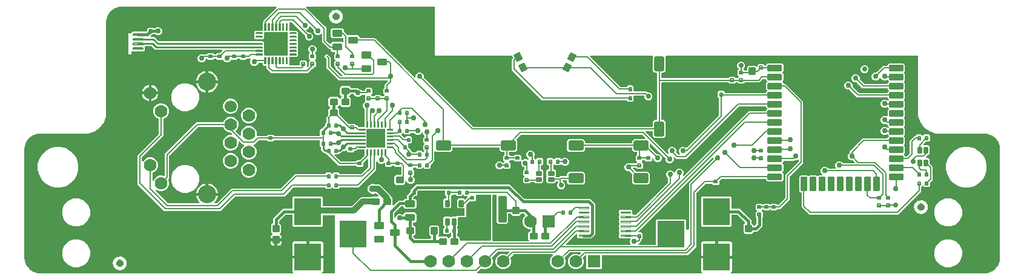
<source format=gbr>
G04 EAGLE Gerber RS-274X export*
G75*
%MOMM*%
%FSLAX34Y34*%
%LPD*%
%INTop Copper*%
%IPPOS*%
%AMOC8*
5,1,8,0,0,1.08239X$1,22.5*%
G01*
%ADD10C,0.192500*%
%ADD11C,0.350000*%
%ADD12C,0.241500*%
%ADD13C,0.420000*%
%ADD14C,0.320038*%
%ADD15C,0.490000*%
%ADD16C,0.500000*%
%ADD17C,0.315000*%
%ADD18C,1.016000*%
%ADD19C,0.200000*%
%ADD20C,0.700000*%
%ADD21C,0.950000*%
%ADD22C,0.135000*%
%ADD23C,0.520000*%
%ADD24C,0.091000*%
%ADD25C,1.778000*%
%ADD26C,1.700000*%
%ADD27C,2.540000*%
%ADD28R,3.810000X3.810000*%
%ADD29C,0.224000*%
%ADD30R,1.778000X1.778000*%
%ADD31C,0.124459*%
%ADD32C,0.406400*%
%ADD33C,0.756400*%
%ADD34C,0.203200*%
%ADD35C,0.711200*%
%ADD36C,0.279400*%
%ADD37C,0.228600*%
%ADD38C,0.956400*%
%ADD39C,0.812800*%

G36*
X461581Y97549D02*
X461581Y97549D01*
X461668Y97552D01*
X461721Y97569D01*
X461776Y97577D01*
X461855Y97612D01*
X461939Y97639D01*
X461978Y97667D01*
X462035Y97693D01*
X462148Y97789D01*
X462212Y97834D01*
X473686Y109309D01*
X475927Y110237D01*
X488247Y110237D01*
X488333Y110249D01*
X488421Y110252D01*
X488473Y110269D01*
X488528Y110277D01*
X488608Y110312D01*
X488691Y110339D01*
X488730Y110367D01*
X488788Y110393D01*
X488901Y110489D01*
X488964Y110534D01*
X489603Y111173D01*
X497894Y111173D01*
X497923Y111177D01*
X497952Y111174D01*
X498063Y111197D01*
X498176Y111213D01*
X498202Y111225D01*
X498231Y111230D01*
X498332Y111283D01*
X498435Y111329D01*
X498457Y111348D01*
X498484Y111361D01*
X498566Y111439D01*
X498652Y111512D01*
X498668Y111537D01*
X498690Y111557D01*
X498747Y111655D01*
X498810Y111749D01*
X498819Y111777D01*
X498833Y111802D01*
X498861Y111912D01*
X498895Y112020D01*
X498896Y112050D01*
X498903Y112078D01*
X498900Y112191D01*
X498903Y112304D01*
X498895Y112333D01*
X498894Y112362D01*
X498860Y112470D01*
X498831Y112579D01*
X498816Y112605D01*
X498807Y112633D01*
X498761Y112696D01*
X498686Y112824D01*
X498640Y112867D01*
X498612Y112906D01*
X496036Y115482D01*
X495966Y115534D01*
X495902Y115594D01*
X495853Y115620D01*
X495809Y115653D01*
X495727Y115684D01*
X495649Y115724D01*
X495602Y115732D01*
X495543Y115754D01*
X495395Y115766D01*
X495318Y115779D01*
X493895Y115779D01*
X493865Y115775D01*
X493834Y115777D01*
X493757Y115760D01*
X493614Y115739D01*
X493555Y115713D01*
X493507Y115702D01*
X491960Y115061D01*
X489249Y115061D01*
X486744Y116099D01*
X484827Y118016D01*
X483790Y120520D01*
X483790Y123232D01*
X484827Y125736D01*
X486744Y127653D01*
X489249Y128691D01*
X491960Y128691D01*
X493507Y128050D01*
X493537Y128042D01*
X493564Y128028D01*
X493642Y128015D01*
X493782Y127979D01*
X493847Y127981D01*
X493895Y127973D01*
X499477Y127973D01*
X501718Y127045D01*
X516089Y112674D01*
X516968Y110551D01*
X516983Y110525D01*
X516993Y110495D01*
X517039Y110431D01*
X517112Y110306D01*
X517159Y110262D01*
X517188Y110222D01*
X518453Y108957D01*
X518453Y99932D01*
X518457Y99903D01*
X518454Y99874D01*
X518477Y99763D01*
X518493Y99651D01*
X518505Y99624D01*
X518510Y99595D01*
X518562Y99495D01*
X518609Y99391D01*
X518628Y99369D01*
X518641Y99343D01*
X518719Y99261D01*
X518792Y99174D01*
X518817Y99158D01*
X518837Y99137D01*
X518935Y99079D01*
X519029Y99017D01*
X519057Y99008D01*
X519082Y98993D01*
X519192Y98965D01*
X519300Y98931D01*
X519330Y98930D01*
X519358Y98923D01*
X519471Y98926D01*
X519584Y98924D01*
X519613Y98931D01*
X519642Y98932D01*
X519750Y98967D01*
X519859Y98995D01*
X519885Y99010D01*
X519913Y99019D01*
X519976Y99065D01*
X520104Y99141D01*
X520147Y99186D01*
X520186Y99214D01*
X523958Y102986D01*
X526636Y105665D01*
X533175Y105665D01*
X533261Y105677D01*
X533349Y105680D01*
X533401Y105697D01*
X533456Y105705D01*
X533536Y105740D01*
X533619Y105767D01*
X533658Y105795D01*
X533716Y105821D01*
X533829Y105917D01*
X533892Y105962D01*
X535903Y107973D01*
X537640Y107973D01*
X537698Y107981D01*
X537756Y107979D01*
X537838Y108001D01*
X537922Y108013D01*
X537975Y108036D01*
X538031Y108051D01*
X538104Y108094D01*
X538181Y108129D01*
X538226Y108167D01*
X538276Y108196D01*
X538334Y108258D01*
X538398Y108312D01*
X538430Y108361D01*
X538470Y108404D01*
X538509Y108479D01*
X538556Y108549D01*
X538573Y108605D01*
X538600Y108657D01*
X538611Y108725D01*
X538641Y108820D01*
X538644Y108920D01*
X538655Y108988D01*
X538655Y112774D01*
X543390Y117508D01*
X543442Y117578D01*
X543502Y117642D01*
X543528Y117691D01*
X543561Y117736D01*
X543592Y117817D01*
X543632Y117895D01*
X543640Y117943D01*
X543662Y118001D01*
X543674Y118149D01*
X543687Y118226D01*
X543687Y120118D01*
X544108Y120539D01*
X544160Y120609D01*
X544220Y120673D01*
X544246Y120722D01*
X544279Y120766D01*
X544310Y120848D01*
X544350Y120926D01*
X544358Y120973D01*
X544380Y121032D01*
X544381Y121039D01*
X551310Y127969D01*
X682960Y127969D01*
X702426Y108502D01*
X702496Y108450D01*
X702560Y108390D01*
X702609Y108364D01*
X702654Y108331D01*
X702735Y108300D01*
X702813Y108260D01*
X702861Y108252D01*
X702919Y108230D01*
X703067Y108218D01*
X703144Y108205D01*
X794323Y108205D01*
X801625Y100903D01*
X801625Y58101D01*
X796101Y52577D01*
X784432Y52577D01*
X784420Y52586D01*
X784356Y52646D01*
X784307Y52672D01*
X784262Y52705D01*
X784181Y52736D01*
X784103Y52776D01*
X784055Y52784D01*
X783997Y52806D01*
X783849Y52818D01*
X783772Y52831D01*
X778286Y52831D01*
X776731Y54386D01*
X776731Y58044D01*
X776727Y58073D01*
X776730Y58102D01*
X776707Y58213D01*
X776691Y58326D01*
X776679Y58352D01*
X776674Y58381D01*
X776622Y58482D01*
X776575Y58585D01*
X776556Y58607D01*
X776543Y58633D01*
X776465Y58716D01*
X776392Y58802D01*
X776367Y58818D01*
X776347Y58840D01*
X776249Y58897D01*
X776155Y58960D01*
X776127Y58968D01*
X776102Y58983D01*
X775992Y59011D01*
X775884Y59045D01*
X775854Y59046D01*
X775826Y59053D01*
X775713Y59050D01*
X775600Y59053D01*
X775571Y59045D01*
X775542Y59044D01*
X775434Y59009D01*
X775325Y58981D01*
X775299Y58966D01*
X775271Y58957D01*
X775208Y58911D01*
X775080Y58836D01*
X775037Y58790D01*
X774998Y58762D01*
X761658Y45422D01*
X761640Y45398D01*
X761618Y45379D01*
X761555Y45285D01*
X761487Y45195D01*
X761477Y45167D01*
X761460Y45143D01*
X761426Y45035D01*
X761386Y44929D01*
X761383Y44900D01*
X761375Y44872D01*
X761372Y44758D01*
X761362Y44646D01*
X761368Y44617D01*
X761367Y44588D01*
X761396Y44478D01*
X761418Y44367D01*
X761432Y44341D01*
X761439Y44313D01*
X761497Y44215D01*
X761549Y44115D01*
X761569Y44093D01*
X761584Y44068D01*
X761667Y43991D01*
X761745Y43909D01*
X761770Y43894D01*
X761792Y43874D01*
X761893Y43822D01*
X761990Y43765D01*
X762019Y43758D01*
X762045Y43744D01*
X762122Y43731D01*
X762266Y43695D01*
X762328Y43697D01*
X762376Y43689D01*
X850060Y43689D01*
X850174Y43705D01*
X850288Y43715D01*
X850314Y43725D01*
X850342Y43729D01*
X850447Y43776D01*
X850554Y43817D01*
X850576Y43833D01*
X850601Y43845D01*
X850689Y43919D01*
X850780Y43988D01*
X850797Y44011D01*
X850818Y44028D01*
X850882Y44124D01*
X850951Y44216D01*
X850960Y44242D01*
X850976Y44265D01*
X851010Y44375D01*
X851051Y44482D01*
X851053Y44510D01*
X851062Y44536D01*
X851064Y44651D01*
X851074Y44765D01*
X851068Y44790D01*
X851069Y44820D01*
X851002Y45077D01*
X850998Y45093D01*
X850165Y47103D01*
X850165Y49417D01*
X850998Y51427D01*
X851027Y51539D01*
X851062Y51648D01*
X851062Y51676D01*
X851069Y51703D01*
X851066Y51817D01*
X851069Y51932D01*
X851062Y51959D01*
X851061Y51987D01*
X851026Y52096D01*
X850997Y52207D01*
X850983Y52231D01*
X850974Y52258D01*
X850910Y52353D01*
X850852Y52452D01*
X850832Y52471D01*
X850816Y52494D01*
X850728Y52568D01*
X850644Y52646D01*
X850620Y52659D01*
X850599Y52677D01*
X850494Y52723D01*
X850391Y52776D01*
X850367Y52780D01*
X850339Y52792D01*
X850075Y52829D01*
X850060Y52831D01*
X836706Y52831D01*
X835151Y54386D01*
X835151Y58897D01*
X835480Y59226D01*
X835515Y59273D01*
X835557Y59313D01*
X835600Y59386D01*
X835651Y59453D01*
X835672Y59508D01*
X835701Y59558D01*
X835722Y59640D01*
X835752Y59719D01*
X835757Y59777D01*
X835771Y59834D01*
X835769Y59918D01*
X835776Y60002D01*
X835764Y60060D01*
X835762Y60118D01*
X835736Y60198D01*
X835720Y60281D01*
X835693Y60333D01*
X835675Y60389D01*
X835635Y60445D01*
X835589Y60533D01*
X835520Y60606D01*
X835480Y60662D01*
X835151Y60990D01*
X835151Y65501D01*
X835353Y65703D01*
X835388Y65750D01*
X835430Y65790D01*
X835473Y65863D01*
X835524Y65930D01*
X835545Y65985D01*
X835574Y66035D01*
X835595Y66117D01*
X835625Y66196D01*
X835630Y66254D01*
X835644Y66311D01*
X835642Y66395D01*
X835649Y66479D01*
X835637Y66537D01*
X835635Y66595D01*
X835609Y66675D01*
X835593Y66758D01*
X835566Y66810D01*
X835548Y66866D01*
X835508Y66922D01*
X835462Y67010D01*
X835393Y67083D01*
X835353Y67139D01*
X835151Y67340D01*
X835151Y71851D01*
X835480Y72180D01*
X835515Y72227D01*
X835557Y72267D01*
X835600Y72340D01*
X835651Y72407D01*
X835672Y72462D01*
X835701Y72512D01*
X835722Y72594D01*
X835752Y72673D01*
X835757Y72731D01*
X835771Y72788D01*
X835769Y72872D01*
X835776Y72956D01*
X835764Y73014D01*
X835762Y73072D01*
X835736Y73152D01*
X835720Y73235D01*
X835693Y73287D01*
X835675Y73343D01*
X835635Y73399D01*
X835589Y73487D01*
X835520Y73560D01*
X835480Y73616D01*
X835151Y73944D01*
X835151Y78455D01*
X835480Y78784D01*
X835515Y78831D01*
X835557Y78871D01*
X835600Y78944D01*
X835651Y79011D01*
X835672Y79066D01*
X835701Y79116D01*
X835722Y79198D01*
X835752Y79277D01*
X835757Y79335D01*
X835771Y79392D01*
X835769Y79476D01*
X835776Y79560D01*
X835764Y79618D01*
X835762Y79676D01*
X835736Y79756D01*
X835720Y79839D01*
X835693Y79891D01*
X835675Y79947D01*
X835635Y80003D01*
X835589Y80091D01*
X835520Y80164D01*
X835480Y80220D01*
X835151Y80548D01*
X835151Y85059D01*
X835353Y85261D01*
X835388Y85308D01*
X835430Y85348D01*
X835473Y85421D01*
X835524Y85488D01*
X835545Y85543D01*
X835574Y85593D01*
X835595Y85675D01*
X835625Y85754D01*
X835630Y85812D01*
X835644Y85869D01*
X835642Y85953D01*
X835649Y86037D01*
X835637Y86095D01*
X835635Y86153D01*
X835609Y86233D01*
X835593Y86316D01*
X835566Y86368D01*
X835548Y86424D01*
X835508Y86480D01*
X835462Y86568D01*
X835421Y86611D01*
X835408Y86634D01*
X835378Y86661D01*
X835353Y86697D01*
X835151Y86898D01*
X835151Y91410D01*
X836706Y92965D01*
X852394Y92965D01*
X853949Y91410D01*
X853949Y86868D01*
X853957Y86810D01*
X853955Y86752D01*
X853977Y86670D01*
X853989Y86586D01*
X854012Y86533D01*
X854027Y86477D01*
X854070Y86404D01*
X854105Y86327D01*
X854143Y86282D01*
X854172Y86232D01*
X854234Y86174D01*
X854288Y86110D01*
X854337Y86078D01*
X854380Y86038D01*
X854455Y85999D01*
X854525Y85952D01*
X854581Y85935D01*
X854633Y85908D01*
X854701Y85897D01*
X854796Y85867D01*
X854896Y85864D01*
X854964Y85853D01*
X858361Y85853D01*
X858447Y85865D01*
X858535Y85868D01*
X858587Y85885D01*
X858642Y85893D01*
X858722Y85928D01*
X858805Y85955D01*
X858844Y85983D01*
X858902Y86009D01*
X859015Y86105D01*
X859079Y86150D01*
X903434Y130505D01*
X903486Y130575D01*
X903546Y130639D01*
X903572Y130689D01*
X903605Y130733D01*
X903636Y130814D01*
X903676Y130892D01*
X903684Y130940D01*
X903706Y130998D01*
X903718Y131146D01*
X903731Y131223D01*
X903731Y136645D01*
X903719Y136732D01*
X903716Y136819D01*
X903699Y136872D01*
X903691Y136926D01*
X903656Y137006D01*
X903629Y137089D01*
X903601Y137129D01*
X903575Y137186D01*
X903479Y137299D01*
X903434Y137363D01*
X901851Y138946D01*
X900965Y141083D01*
X900965Y143397D01*
X901851Y145534D01*
X903486Y147169D01*
X905623Y148055D01*
X907937Y148055D01*
X910074Y147169D01*
X911709Y145534D01*
X911712Y145528D01*
X911756Y145454D01*
X911791Y145375D01*
X911828Y145332D01*
X911856Y145283D01*
X911919Y145224D01*
X911975Y145158D01*
X912022Y145127D01*
X912063Y145088D01*
X912140Y145048D01*
X912211Y145001D01*
X912265Y144983D01*
X912316Y144957D01*
X912400Y144941D01*
X912482Y144915D01*
X912539Y144913D01*
X912595Y144902D01*
X912680Y144910D01*
X912766Y144908D01*
X912821Y144922D01*
X912878Y144927D01*
X912958Y144958D01*
X913041Y144979D01*
X913090Y145008D01*
X913143Y145029D01*
X913212Y145081D01*
X913286Y145125D01*
X913325Y145166D01*
X913370Y145200D01*
X913422Y145269D01*
X913480Y145332D01*
X913506Y145383D01*
X913540Y145428D01*
X913571Y145508D01*
X913610Y145585D01*
X913618Y145634D01*
X913641Y145694D01*
X913652Y145839D01*
X913665Y145916D01*
X913665Y145937D01*
X914551Y148074D01*
X916186Y149709D01*
X918323Y150595D01*
X920637Y150595D01*
X922774Y149709D01*
X924409Y148074D01*
X925295Y145937D01*
X925295Y143623D01*
X924450Y141584D01*
X924428Y141500D01*
X924398Y141420D01*
X924393Y141363D01*
X924379Y141308D01*
X924381Y141222D01*
X924374Y141137D01*
X924385Y141081D01*
X924387Y141024D01*
X924413Y140942D01*
X924430Y140858D01*
X924456Y140808D01*
X924474Y140753D01*
X924522Y140682D01*
X924561Y140606D01*
X924600Y140565D01*
X924632Y140517D01*
X924698Y140462D01*
X924757Y140400D01*
X924806Y140371D01*
X924850Y140334D01*
X924928Y140299D01*
X925002Y140256D01*
X925057Y140242D01*
X925109Y140219D01*
X925195Y140207D01*
X925278Y140186D01*
X925334Y140188D01*
X925391Y140180D01*
X925476Y140192D01*
X925562Y140195D01*
X925616Y140212D01*
X925672Y140221D01*
X925751Y140256D01*
X925832Y140282D01*
X925873Y140311D01*
X925931Y140338D01*
X926042Y140432D01*
X926106Y140477D01*
X1016465Y230837D01*
X1023225Y230837D01*
X1023311Y230849D01*
X1023399Y230852D01*
X1023451Y230869D01*
X1023506Y230877D01*
X1023578Y230909D01*
X1039872Y230909D01*
X1039930Y230917D01*
X1039988Y230915D01*
X1040070Y230937D01*
X1040154Y230949D01*
X1040207Y230972D01*
X1040263Y230987D01*
X1040336Y231030D01*
X1040413Y231065D01*
X1040458Y231103D01*
X1040508Y231132D01*
X1040566Y231194D01*
X1040630Y231248D01*
X1040662Y231297D01*
X1040702Y231340D01*
X1040741Y231415D01*
X1040788Y231485D01*
X1040805Y231541D01*
X1040832Y231593D01*
X1040843Y231661D01*
X1040873Y231756D01*
X1040876Y231856D01*
X1040887Y231924D01*
X1040887Y232279D01*
X1042100Y233492D01*
X1042135Y233539D01*
X1042178Y233579D01*
X1042220Y233652D01*
X1042271Y233719D01*
X1042292Y233774D01*
X1042321Y233824D01*
X1042342Y233906D01*
X1042372Y233985D01*
X1042377Y234043D01*
X1042391Y234100D01*
X1042389Y234184D01*
X1042396Y234268D01*
X1042384Y234326D01*
X1042382Y234384D01*
X1042356Y234464D01*
X1042340Y234547D01*
X1042313Y234599D01*
X1042295Y234655D01*
X1042255Y234711D01*
X1042209Y234799D01*
X1042173Y234837D01*
X1042159Y234860D01*
X1042126Y234891D01*
X1042100Y234928D01*
X1040887Y236141D01*
X1040887Y236496D01*
X1040879Y236554D01*
X1040881Y236612D01*
X1040859Y236694D01*
X1040847Y236778D01*
X1040824Y236831D01*
X1040809Y236887D01*
X1040766Y236960D01*
X1040731Y237037D01*
X1040693Y237082D01*
X1040664Y237132D01*
X1040602Y237190D01*
X1040548Y237254D01*
X1040499Y237286D01*
X1040456Y237326D01*
X1040381Y237365D01*
X1040311Y237412D01*
X1040255Y237429D01*
X1040203Y237456D01*
X1040135Y237467D01*
X1040040Y237497D01*
X1039940Y237500D01*
X1039872Y237511D01*
X1003576Y237511D01*
X1003489Y237499D01*
X1003402Y237496D01*
X1003349Y237479D01*
X1003294Y237471D01*
X1003215Y237436D01*
X1003131Y237409D01*
X1003092Y237381D01*
X1003035Y237355D01*
X1002922Y237259D01*
X1002858Y237214D01*
X929445Y163801D01*
X915388Y163801D01*
X913149Y166040D01*
X913081Y166092D01*
X913018Y166151D01*
X912967Y166177D01*
X912922Y166211D01*
X912842Y166242D01*
X912765Y166281D01*
X912710Y166292D01*
X912656Y166312D01*
X912571Y166319D01*
X912486Y166336D01*
X912430Y166331D01*
X912373Y166336D01*
X912289Y166319D01*
X912203Y166312D01*
X912150Y166291D01*
X912094Y166280D01*
X912018Y166240D01*
X911938Y166210D01*
X911892Y166175D01*
X911842Y166149D01*
X911780Y166090D01*
X911711Y166038D01*
X911677Y165992D01*
X911636Y165953D01*
X911592Y165879D01*
X911541Y165810D01*
X911521Y165757D01*
X911492Y165708D01*
X911471Y165625D01*
X911441Y165544D01*
X911436Y165488D01*
X911422Y165432D01*
X911425Y165346D01*
X911418Y165261D01*
X911429Y165213D01*
X911431Y165148D01*
X911476Y165010D01*
X911493Y164934D01*
X911575Y164736D01*
X911575Y162423D01*
X910690Y160286D01*
X909054Y158650D01*
X906917Y157765D01*
X904604Y157765D01*
X902467Y158650D01*
X900831Y160286D01*
X899946Y162423D01*
X899946Y164938D01*
X899938Y164994D01*
X899935Y165114D01*
X899934Y165117D01*
X899934Y165120D01*
X899909Y165195D01*
X899906Y165220D01*
X899890Y165256D01*
X899849Y165385D01*
X899847Y165387D01*
X899846Y165390D01*
X899832Y165410D01*
X899797Y165462D01*
X899790Y165479D01*
X899772Y165499D01*
X899691Y165622D01*
X899666Y165642D01*
X899651Y165663D01*
X880186Y185129D01*
X880162Y185146D01*
X880143Y185169D01*
X880049Y185232D01*
X879959Y185300D01*
X879931Y185310D01*
X879907Y185327D01*
X879799Y185361D01*
X879693Y185401D01*
X879664Y185403D01*
X879636Y185412D01*
X879522Y185415D01*
X879410Y185425D01*
X879381Y185419D01*
X879352Y185420D01*
X879242Y185391D01*
X879131Y185369D01*
X879105Y185355D01*
X879077Y185348D01*
X878979Y185290D01*
X878879Y185238D01*
X878857Y185218D01*
X878832Y185203D01*
X878755Y185120D01*
X878673Y185042D01*
X878658Y185017D01*
X878638Y184995D01*
X878586Y184894D01*
X878529Y184797D01*
X878522Y184768D01*
X878508Y184742D01*
X878495Y184665D01*
X878459Y184521D01*
X878461Y184459D01*
X878453Y184411D01*
X878453Y180379D01*
X878460Y180327D01*
X878459Y180300D01*
X878465Y180277D01*
X878468Y180205D01*
X878485Y180153D01*
X878493Y180098D01*
X878528Y180018D01*
X878555Y179935D01*
X878583Y179896D01*
X878609Y179838D01*
X878705Y179725D01*
X878750Y179661D01*
X887199Y171212D01*
X887269Y171160D01*
X887333Y171100D01*
X887383Y171074D01*
X887427Y171041D01*
X887508Y171010D01*
X887586Y170970D01*
X887634Y170962D01*
X887692Y170940D01*
X887840Y170928D01*
X887917Y170915D01*
X890157Y170915D01*
X892294Y170029D01*
X893929Y168394D01*
X894815Y166257D01*
X894815Y163943D01*
X893929Y161806D01*
X892294Y160171D01*
X890157Y159285D01*
X887843Y159285D01*
X885706Y160171D01*
X884071Y161806D01*
X883286Y163700D01*
X883242Y163774D01*
X883207Y163853D01*
X883170Y163896D01*
X883141Y163945D01*
X883079Y164004D01*
X883023Y164070D01*
X882976Y164101D01*
X882935Y164140D01*
X882858Y164180D01*
X882787Y164227D01*
X882733Y164245D01*
X882682Y164271D01*
X882598Y164287D01*
X882516Y164313D01*
X882459Y164315D01*
X882403Y164326D01*
X882318Y164318D01*
X882232Y164320D01*
X882177Y164306D01*
X882120Y164301D01*
X882040Y164270D01*
X881957Y164249D01*
X881908Y164220D01*
X881855Y164199D01*
X881786Y164147D01*
X881712Y164103D01*
X881673Y164062D01*
X881628Y164027D01*
X881576Y163959D01*
X881518Y163896D01*
X881492Y163845D01*
X881458Y163800D01*
X881427Y163719D01*
X881388Y163643D01*
X881380Y163594D01*
X881357Y163534D01*
X881346Y163389D01*
X881333Y163312D01*
X881333Y162242D01*
X879578Y160487D01*
X873022Y160487D01*
X871585Y161924D01*
X871515Y161976D01*
X871451Y162036D01*
X871402Y162062D01*
X871358Y162095D01*
X871276Y162126D01*
X871198Y162166D01*
X871151Y162174D01*
X871092Y162196D01*
X870945Y162208D01*
X870867Y162221D01*
X869033Y162221D01*
X868946Y162209D01*
X868859Y162206D01*
X868806Y162189D01*
X868751Y162181D01*
X868671Y162146D01*
X868588Y162119D01*
X868549Y162091D01*
X868492Y162065D01*
X868379Y161969D01*
X868315Y161924D01*
X867129Y160738D01*
X867094Y160691D01*
X867051Y160651D01*
X867009Y160578D01*
X866958Y160511D01*
X866937Y160456D01*
X866908Y160406D01*
X866887Y160324D01*
X866857Y160245D01*
X866852Y160187D01*
X866837Y160130D01*
X866840Y160046D01*
X866833Y159962D01*
X866845Y159904D01*
X866846Y159846D01*
X866872Y159766D01*
X866889Y159683D01*
X866916Y159631D01*
X866934Y159575D01*
X866974Y159519D01*
X867020Y159431D01*
X867089Y159358D01*
X867129Y159302D01*
X868633Y157798D01*
X868633Y151742D01*
X866878Y149987D01*
X860322Y149987D01*
X858885Y151424D01*
X858815Y151476D01*
X858752Y151536D01*
X858702Y151562D01*
X858658Y151595D01*
X858576Y151626D01*
X858498Y151666D01*
X858451Y151674D01*
X858392Y151696D01*
X858245Y151708D01*
X858167Y151721D01*
X855801Y151721D01*
X855772Y151717D01*
X855743Y151720D01*
X855632Y151697D01*
X855520Y151681D01*
X855493Y151669D01*
X855464Y151664D01*
X855364Y151612D01*
X855260Y151565D01*
X855238Y151546D01*
X855212Y151533D01*
X855130Y151455D01*
X855043Y151382D01*
X855027Y151357D01*
X855006Y151337D01*
X854949Y151239D01*
X854886Y151145D01*
X854877Y151117D01*
X854862Y151092D01*
X854834Y150982D01*
X854800Y150874D01*
X854799Y150844D01*
X854792Y150816D01*
X854796Y150703D01*
X854793Y150590D01*
X854800Y150561D01*
X854801Y150532D01*
X854836Y150424D01*
X854865Y150315D01*
X854880Y150289D01*
X854889Y150261D01*
X854934Y150198D01*
X855010Y150070D01*
X855055Y150027D01*
X855083Y149988D01*
X858721Y146350D01*
X858791Y146298D01*
X858855Y146238D01*
X858905Y146212D01*
X858949Y146179D01*
X859030Y146148D01*
X859108Y146108D01*
X859156Y146100D01*
X859214Y146078D01*
X859362Y146066D01*
X859439Y146053D01*
X875827Y146053D01*
X878453Y143427D01*
X878453Y130613D01*
X875827Y127987D01*
X856013Y127987D01*
X853387Y130613D01*
X853387Y142641D01*
X853375Y142727D01*
X853372Y142815D01*
X853355Y142867D01*
X853347Y142922D01*
X853312Y143002D01*
X853285Y143085D01*
X853257Y143124D01*
X853231Y143182D01*
X853135Y143295D01*
X853090Y143359D01*
X850161Y146288D01*
X850091Y146340D01*
X850027Y146400D01*
X849977Y146426D01*
X849933Y146459D01*
X849852Y146490D01*
X849774Y146530D01*
X849726Y146538D01*
X849668Y146560D01*
X849520Y146572D01*
X849443Y146585D01*
X847203Y146585D01*
X845066Y147471D01*
X843431Y149106D01*
X842545Y151243D01*
X842545Y153557D01*
X843431Y155694D01*
X845066Y157329D01*
X847203Y158215D01*
X849517Y158215D01*
X850286Y157896D01*
X850316Y157888D01*
X850344Y157874D01*
X850421Y157861D01*
X850561Y157825D01*
X850626Y157827D01*
X850675Y157819D01*
X858167Y157819D01*
X858254Y157831D01*
X858341Y157834D01*
X858394Y157851D01*
X858449Y157859D01*
X858529Y157894D01*
X858612Y157921D01*
X858651Y157949D01*
X858708Y157975D01*
X858822Y158071D01*
X858885Y158116D01*
X860071Y159302D01*
X860106Y159349D01*
X860149Y159389D01*
X860192Y159462D01*
X860242Y159529D01*
X860263Y159584D01*
X860292Y159634D01*
X860313Y159716D01*
X860343Y159795D01*
X860348Y159853D01*
X860363Y159910D01*
X860360Y159994D01*
X860367Y160078D01*
X860355Y160136D01*
X860354Y160194D01*
X860328Y160274D01*
X860311Y160357D01*
X860284Y160409D01*
X860266Y160465D01*
X860226Y160521D01*
X860180Y160609D01*
X860111Y160682D01*
X860071Y160738D01*
X858567Y162242D01*
X858567Y168298D01*
X860254Y169985D01*
X860306Y170055D01*
X860366Y170118D01*
X860392Y170168D01*
X860425Y170212D01*
X860456Y170294D01*
X860496Y170372D01*
X860504Y170419D01*
X860526Y170478D01*
X860538Y170625D01*
X860551Y170703D01*
X860551Y172972D01*
X860543Y173030D01*
X860545Y173088D01*
X860523Y173170D01*
X860511Y173254D01*
X860488Y173307D01*
X860473Y173363D01*
X860430Y173436D01*
X860395Y173513D01*
X860357Y173558D01*
X860328Y173608D01*
X860266Y173666D01*
X860212Y173730D01*
X860163Y173762D01*
X860120Y173802D01*
X860045Y173841D01*
X859975Y173888D01*
X859919Y173905D01*
X859867Y173932D01*
X859799Y173943D01*
X859704Y173973D01*
X859604Y173976D01*
X859536Y173987D01*
X856013Y173987D01*
X853387Y176613D01*
X853387Y178956D01*
X853379Y179014D01*
X853381Y179072D01*
X853359Y179154D01*
X853347Y179238D01*
X853324Y179291D01*
X853309Y179347D01*
X853266Y179420D01*
X853231Y179497D01*
X853193Y179542D01*
X853164Y179592D01*
X853102Y179650D01*
X853048Y179714D01*
X852999Y179746D01*
X852956Y179786D01*
X852881Y179825D01*
X852811Y179872D01*
X852755Y179889D01*
X852703Y179916D01*
X852635Y179927D01*
X852540Y179957D01*
X852440Y179960D01*
X852372Y179971D01*
X788468Y179971D01*
X788410Y179963D01*
X788352Y179965D01*
X788270Y179943D01*
X788186Y179931D01*
X788133Y179908D01*
X788077Y179893D01*
X788004Y179850D01*
X787927Y179815D01*
X787882Y179777D01*
X787832Y179748D01*
X787774Y179686D01*
X787710Y179632D01*
X787678Y179583D01*
X787638Y179540D01*
X787599Y179465D01*
X787552Y179395D01*
X787535Y179339D01*
X787508Y179287D01*
X787497Y179219D01*
X787467Y179124D01*
X787464Y179024D01*
X787453Y178956D01*
X787453Y176613D01*
X784827Y173987D01*
X765013Y173987D01*
X762387Y176613D01*
X762387Y189427D01*
X765013Y192053D01*
X784827Y192053D01*
X787453Y189427D01*
X787453Y187084D01*
X787461Y187026D01*
X787459Y186968D01*
X787481Y186886D01*
X787493Y186802D01*
X787516Y186749D01*
X787531Y186693D01*
X787574Y186620D01*
X787609Y186543D01*
X787647Y186498D01*
X787676Y186448D01*
X787738Y186390D01*
X787792Y186326D01*
X787841Y186294D01*
X787884Y186254D01*
X787959Y186215D01*
X788029Y186168D01*
X788085Y186151D01*
X788137Y186124D01*
X788205Y186113D01*
X788300Y186083D01*
X788400Y186080D01*
X788468Y186069D01*
X852372Y186069D01*
X852430Y186077D01*
X852488Y186075D01*
X852570Y186097D01*
X852654Y186109D01*
X852707Y186132D01*
X852763Y186147D01*
X852836Y186190D01*
X852913Y186225D01*
X852958Y186263D01*
X853008Y186292D01*
X853066Y186354D01*
X853130Y186408D01*
X853162Y186457D01*
X853202Y186500D01*
X853241Y186575D01*
X853288Y186645D01*
X853305Y186701D01*
X853332Y186753D01*
X853343Y186821D01*
X853373Y186916D01*
X853376Y187016D01*
X853387Y187084D01*
X853387Y189427D01*
X856013Y192053D01*
X870811Y192053D01*
X870840Y192057D01*
X870869Y192054D01*
X870980Y192077D01*
X871093Y192093D01*
X871119Y192105D01*
X871148Y192110D01*
X871249Y192162D01*
X871352Y192209D01*
X871374Y192228D01*
X871400Y192241D01*
X871482Y192319D01*
X871569Y192392D01*
X871585Y192417D01*
X871606Y192437D01*
X871664Y192535D01*
X871727Y192629D01*
X871735Y192657D01*
X871750Y192682D01*
X871778Y192792D01*
X871812Y192900D01*
X871813Y192930D01*
X871820Y192958D01*
X871817Y193071D01*
X871820Y193184D01*
X871812Y193213D01*
X871811Y193242D01*
X871776Y193350D01*
X871748Y193459D01*
X871733Y193485D01*
X871724Y193513D01*
X871678Y193576D01*
X871603Y193704D01*
X871557Y193747D01*
X871529Y193786D01*
X867973Y197342D01*
X867903Y197394D01*
X867839Y197454D01*
X867790Y197480D01*
X867746Y197513D01*
X867664Y197544D01*
X867586Y197584D01*
X867538Y197592D01*
X867480Y197614D01*
X867332Y197626D01*
X867255Y197639D01*
X698801Y197639D01*
X698714Y197627D01*
X698627Y197624D01*
X698574Y197607D01*
X698519Y197599D01*
X698440Y197564D01*
X698356Y197537D01*
X698317Y197509D01*
X698260Y197483D01*
X698147Y197387D01*
X698083Y197342D01*
X692318Y191577D01*
X692283Y191530D01*
X692241Y191490D01*
X692198Y191417D01*
X692147Y191350D01*
X692127Y191295D01*
X692097Y191245D01*
X692076Y191163D01*
X692046Y191084D01*
X692041Y191026D01*
X692027Y190969D01*
X692030Y190885D01*
X692023Y190801D01*
X692034Y190744D01*
X692036Y190685D01*
X692062Y190605D01*
X692078Y190522D01*
X692105Y190470D01*
X692123Y190415D01*
X692163Y190358D01*
X692209Y190270D01*
X692278Y190198D01*
X692318Y190141D01*
X693033Y189427D01*
X693033Y176613D01*
X690407Y173987D01*
X682244Y173987D01*
X682186Y173979D01*
X682128Y173981D01*
X682046Y173959D01*
X681962Y173947D01*
X681909Y173924D01*
X681853Y173909D01*
X681780Y173866D01*
X681703Y173831D01*
X681658Y173793D01*
X681608Y173764D01*
X681550Y173702D01*
X681486Y173648D01*
X681454Y173599D01*
X681414Y173556D01*
X681375Y173481D01*
X681328Y173411D01*
X681311Y173355D01*
X681284Y173303D01*
X681273Y173235D01*
X681243Y173140D01*
X681240Y173040D01*
X681229Y172972D01*
X681229Y170703D01*
X681241Y170616D01*
X681244Y170529D01*
X681261Y170476D01*
X681269Y170421D01*
X681304Y170341D01*
X681331Y170258D01*
X681359Y170219D01*
X681385Y170162D01*
X681481Y170049D01*
X681526Y169985D01*
X682895Y168616D01*
X682965Y168564D01*
X683029Y168504D01*
X683078Y168478D01*
X683122Y168445D01*
X683204Y168414D01*
X683282Y168374D01*
X683329Y168366D01*
X683388Y168344D01*
X683535Y168332D01*
X683613Y168319D01*
X687987Y168319D01*
X688074Y168331D01*
X688161Y168334D01*
X688214Y168351D01*
X688269Y168359D01*
X688349Y168394D01*
X688432Y168421D01*
X688471Y168449D01*
X688528Y168475D01*
X688641Y168571D01*
X688705Y168616D01*
X690142Y170053D01*
X696698Y170053D01*
X698453Y168298D01*
X698453Y163027D01*
X698457Y162998D01*
X698454Y162969D01*
X698477Y162858D01*
X698493Y162746D01*
X698505Y162719D01*
X698510Y162690D01*
X698563Y162589D01*
X698609Y162486D01*
X698628Y162464D01*
X698641Y162438D01*
X698719Y162356D01*
X698792Y162269D01*
X698817Y162253D01*
X698837Y162232D01*
X698935Y162174D01*
X699029Y162112D01*
X699057Y162103D01*
X699082Y162088D01*
X699192Y162060D01*
X699300Y162026D01*
X699330Y162025D01*
X699358Y162018D01*
X699471Y162021D01*
X699584Y162018D01*
X699613Y162026D01*
X699642Y162027D01*
X699750Y162062D01*
X699859Y162090D01*
X699885Y162105D01*
X699913Y162114D01*
X699977Y162160D01*
X700104Y162236D01*
X700147Y162281D01*
X700186Y162309D01*
X700835Y162958D01*
X702972Y163844D01*
X705285Y163844D01*
X707521Y162918D01*
X707522Y162917D01*
X707523Y162917D01*
X707658Y162882D01*
X707796Y162847D01*
X707797Y162847D01*
X707799Y162847D01*
X707940Y162851D01*
X708080Y162855D01*
X708082Y162855D01*
X708083Y162856D01*
X708216Y162898D01*
X708351Y162942D01*
X708352Y162943D01*
X708354Y162943D01*
X708366Y162952D01*
X708587Y163100D01*
X708607Y163123D01*
X708627Y163138D01*
X708835Y163346D01*
X708904Y163438D01*
X708978Y163526D01*
X708990Y163551D01*
X709006Y163573D01*
X709047Y163681D01*
X709094Y163786D01*
X709098Y163813D01*
X709107Y163839D01*
X709117Y163953D01*
X709133Y164067D01*
X709129Y164095D01*
X709131Y164122D01*
X709108Y164235D01*
X709092Y164349D01*
X709081Y164374D01*
X709075Y164401D01*
X709022Y164503D01*
X708975Y164608D01*
X708957Y164629D01*
X708944Y164653D01*
X708865Y164737D01*
X708791Y164824D01*
X708769Y164837D01*
X708748Y164860D01*
X708519Y164994D01*
X708506Y165002D01*
X707906Y165251D01*
X706271Y166886D01*
X705385Y169023D01*
X705385Y171337D01*
X706271Y173474D01*
X707906Y175109D01*
X710043Y175995D01*
X712357Y175995D01*
X714494Y175109D01*
X716129Y173474D01*
X717015Y171337D01*
X717015Y169023D01*
X716696Y168254D01*
X716688Y168224D01*
X716674Y168196D01*
X716661Y168119D01*
X716625Y167979D01*
X716627Y167914D01*
X716619Y167865D01*
X716619Y165453D01*
X716631Y165366D01*
X716634Y165279D01*
X716651Y165226D01*
X716659Y165171D01*
X716694Y165091D01*
X716721Y165008D01*
X716749Y164969D01*
X716775Y164912D01*
X716871Y164799D01*
X716916Y164735D01*
X718102Y163549D01*
X718149Y163514D01*
X718189Y163471D01*
X718262Y163429D01*
X718329Y163378D01*
X718384Y163357D01*
X718434Y163328D01*
X718516Y163307D01*
X718595Y163277D01*
X718653Y163272D01*
X718710Y163257D01*
X718794Y163260D01*
X718878Y163253D01*
X718936Y163265D01*
X718994Y163266D01*
X719074Y163292D01*
X719157Y163309D01*
X719209Y163336D01*
X719265Y163354D01*
X719321Y163394D01*
X719409Y163440D01*
X719482Y163509D01*
X719538Y163549D01*
X721042Y165053D01*
X727098Y165053D01*
X728853Y163298D01*
X728853Y156742D01*
X727098Y154987D01*
X726884Y154987D01*
X726826Y154979D01*
X726768Y154981D01*
X726686Y154959D01*
X726602Y154947D01*
X726549Y154924D01*
X726493Y154909D01*
X726420Y154866D01*
X726343Y154831D01*
X726298Y154793D01*
X726248Y154764D01*
X726190Y154702D01*
X726126Y154648D01*
X726094Y154599D01*
X726054Y154556D01*
X726015Y154481D01*
X725968Y154411D01*
X725951Y154355D01*
X725924Y154303D01*
X725913Y154235D01*
X725883Y154140D01*
X725880Y154040D01*
X725869Y153972D01*
X725869Y150198D01*
X725877Y150140D01*
X725875Y150082D01*
X725897Y150000D01*
X725909Y149916D01*
X725932Y149863D01*
X725947Y149807D01*
X725990Y149734D01*
X726025Y149657D01*
X726063Y149612D01*
X726092Y149562D01*
X726154Y149504D01*
X726208Y149440D01*
X726257Y149408D01*
X726300Y149368D01*
X726375Y149329D01*
X726445Y149282D01*
X726501Y149265D01*
X726553Y149238D01*
X726621Y149227D01*
X726716Y149197D01*
X726816Y149194D01*
X726884Y149183D01*
X727456Y149183D01*
X729303Y147336D01*
X729303Y140564D01*
X729157Y140418D01*
X729121Y140371D01*
X729079Y140331D01*
X729036Y140258D01*
X728986Y140191D01*
X728965Y140136D01*
X728935Y140086D01*
X728914Y140004D01*
X728884Y139925D01*
X728880Y139867D01*
X728865Y139810D01*
X728868Y139726D01*
X728861Y139642D01*
X728872Y139584D01*
X728874Y139526D01*
X728900Y139446D01*
X728917Y139363D01*
X728944Y139311D01*
X728962Y139255D01*
X729002Y139199D01*
X729048Y139111D01*
X729116Y139038D01*
X729157Y138982D01*
X729303Y138836D01*
X729303Y132064D01*
X727456Y130217D01*
X718184Y130217D01*
X717297Y131104D01*
X717228Y131156D01*
X717164Y131216D01*
X717114Y131242D01*
X717070Y131275D01*
X716988Y131306D01*
X716911Y131346D01*
X716863Y131354D01*
X716805Y131376D01*
X716657Y131388D01*
X716580Y131401D01*
X711553Y131401D01*
X711466Y131389D01*
X711379Y131386D01*
X711326Y131369D01*
X711271Y131361D01*
X711191Y131326D01*
X711108Y131299D01*
X711069Y131271D01*
X711012Y131245D01*
X710899Y131149D01*
X710835Y131104D01*
X709398Y129667D01*
X702842Y129667D01*
X701087Y131422D01*
X701087Y137478D01*
X702591Y138982D01*
X702626Y139029D01*
X702669Y139069D01*
X702711Y139142D01*
X702762Y139209D01*
X702783Y139264D01*
X702812Y139314D01*
X702833Y139396D01*
X702863Y139475D01*
X702868Y139533D01*
X702883Y139590D01*
X702880Y139674D01*
X702887Y139758D01*
X702875Y139816D01*
X702874Y139874D01*
X702848Y139954D01*
X702831Y140037D01*
X702804Y140089D01*
X702786Y140145D01*
X702746Y140201D01*
X702700Y140289D01*
X702631Y140362D01*
X702591Y140418D01*
X701087Y141922D01*
X701087Y147978D01*
X702774Y149665D01*
X702826Y149735D01*
X702886Y149799D01*
X702912Y149848D01*
X702945Y149892D01*
X702976Y149974D01*
X703016Y150052D01*
X703024Y150099D01*
X703046Y150158D01*
X703058Y150305D01*
X703071Y150383D01*
X703071Y151495D01*
X703071Y151496D01*
X703071Y151498D01*
X703052Y151632D01*
X703031Y151776D01*
X703031Y151778D01*
X703031Y151779D01*
X702974Y151905D01*
X702915Y152036D01*
X702914Y152037D01*
X702913Y152038D01*
X702822Y152145D01*
X702732Y152253D01*
X702730Y152254D01*
X702729Y152255D01*
X702716Y152263D01*
X702495Y152410D01*
X702466Y152420D01*
X702445Y152433D01*
X700835Y153099D01*
X699199Y154735D01*
X698314Y156872D01*
X698314Y159185D01*
X698424Y159451D01*
X698446Y159534D01*
X698476Y159614D01*
X698481Y159671D01*
X698495Y159726D01*
X698493Y159812D01*
X698500Y159898D01*
X698489Y159954D01*
X698487Y160010D01*
X698461Y160092D01*
X698444Y160177D01*
X698418Y160227D01*
X698400Y160281D01*
X698353Y160352D01*
X698313Y160429D01*
X698274Y160470D01*
X698242Y160517D01*
X698176Y160573D01*
X698117Y160635D01*
X698068Y160664D01*
X698024Y160700D01*
X697946Y160735D01*
X697872Y160779D01*
X697817Y160793D01*
X697765Y160816D01*
X697680Y160828D01*
X697596Y160849D01*
X697539Y160847D01*
X697483Y160855D01*
X697398Y160842D01*
X697312Y160840D01*
X697258Y160822D01*
X697202Y160814D01*
X697123Y160779D01*
X697042Y160752D01*
X697001Y160724D01*
X696943Y160697D01*
X696832Y160603D01*
X696768Y160557D01*
X696698Y160487D01*
X690142Y160487D01*
X688705Y161924D01*
X688635Y161976D01*
X688572Y162036D01*
X688522Y162062D01*
X688478Y162095D01*
X688396Y162126D01*
X688318Y162166D01*
X688271Y162174D01*
X688212Y162196D01*
X688065Y162208D01*
X687987Y162221D01*
X683613Y162221D01*
X683526Y162209D01*
X683439Y162206D01*
X683386Y162189D01*
X683331Y162181D01*
X683251Y162146D01*
X683168Y162119D01*
X683129Y162091D01*
X683072Y162065D01*
X682959Y161969D01*
X682895Y161924D01*
X681709Y160738D01*
X681674Y160691D01*
X681631Y160651D01*
X681589Y160578D01*
X681538Y160511D01*
X681517Y160456D01*
X681488Y160406D01*
X681467Y160324D01*
X681437Y160245D01*
X681432Y160187D01*
X681417Y160130D01*
X681420Y160046D01*
X681413Y159962D01*
X681425Y159904D01*
X681426Y159846D01*
X681452Y159766D01*
X681469Y159683D01*
X681496Y159631D01*
X681514Y159575D01*
X681554Y159519D01*
X681600Y159431D01*
X681669Y159358D01*
X681709Y159302D01*
X683213Y157798D01*
X683213Y151742D01*
X681458Y149987D01*
X674902Y149987D01*
X673827Y151062D01*
X673780Y151097D01*
X673740Y151140D01*
X673667Y151182D01*
X673600Y151233D01*
X673545Y151254D01*
X673495Y151283D01*
X673413Y151304D01*
X673334Y151334D01*
X673276Y151339D01*
X673219Y151353D01*
X673135Y151351D01*
X673051Y151358D01*
X672994Y151346D01*
X672935Y151344D01*
X672855Y151318D01*
X672772Y151302D01*
X672720Y151275D01*
X672665Y151257D01*
X672609Y151217D01*
X672520Y151171D01*
X672447Y151102D01*
X672391Y151062D01*
X671314Y149985D01*
X669177Y149099D01*
X666863Y149099D01*
X664726Y149985D01*
X663091Y151620D01*
X662205Y153757D01*
X662205Y156071D01*
X663091Y158208D01*
X664726Y159843D01*
X666863Y160729D01*
X669177Y160729D01*
X671314Y159843D01*
X672535Y158622D01*
X672582Y158587D01*
X672622Y158544D01*
X672695Y158502D01*
X672763Y158451D01*
X672817Y158430D01*
X672868Y158401D01*
X672949Y158380D01*
X673028Y158350D01*
X673086Y158345D01*
X673143Y158331D01*
X673227Y158333D01*
X673311Y158326D01*
X673369Y158338D01*
X673427Y158340D01*
X673508Y158366D01*
X673590Y158382D01*
X673642Y158409D01*
X673698Y158427D01*
X673754Y158467D01*
X673843Y158513D01*
X673915Y158582D01*
X673971Y158622D01*
X674651Y159302D01*
X674686Y159349D01*
X674729Y159389D01*
X674771Y159462D01*
X674822Y159529D01*
X674843Y159584D01*
X674872Y159634D01*
X674893Y159716D01*
X674923Y159795D01*
X674928Y159853D01*
X674943Y159910D01*
X674940Y159994D01*
X674947Y160078D01*
X674935Y160136D01*
X674934Y160194D01*
X674908Y160274D01*
X674891Y160357D01*
X674864Y160409D01*
X674846Y160465D01*
X674806Y160521D01*
X674760Y160609D01*
X674691Y160682D01*
X674651Y160738D01*
X673147Y162242D01*
X673147Y168298D01*
X674834Y169985D01*
X674886Y170055D01*
X674946Y170119D01*
X674972Y170168D01*
X675005Y170212D01*
X675036Y170294D01*
X675076Y170372D01*
X675084Y170419D01*
X675106Y170478D01*
X675118Y170625D01*
X675131Y170703D01*
X675131Y172972D01*
X675123Y173030D01*
X675125Y173088D01*
X675103Y173170D01*
X675091Y173254D01*
X675068Y173307D01*
X675053Y173363D01*
X675010Y173436D01*
X674975Y173513D01*
X674937Y173558D01*
X674908Y173608D01*
X674846Y173666D01*
X674792Y173730D01*
X674743Y173762D01*
X674700Y173802D01*
X674625Y173841D01*
X674555Y173888D01*
X674499Y173905D01*
X674447Y173932D01*
X674379Y173943D01*
X674284Y173973D01*
X674184Y173976D01*
X674116Y173987D01*
X670593Y173987D01*
X667967Y176613D01*
X667967Y178956D01*
X667959Y179014D01*
X667961Y179072D01*
X667939Y179154D01*
X667927Y179238D01*
X667904Y179291D01*
X667889Y179347D01*
X667846Y179420D01*
X667811Y179497D01*
X667773Y179542D01*
X667744Y179592D01*
X667682Y179650D01*
X667628Y179714D01*
X667579Y179746D01*
X667536Y179786D01*
X667461Y179825D01*
X667391Y179872D01*
X667335Y179889D01*
X667283Y179916D01*
X667215Y179927D01*
X667120Y179957D01*
X667020Y179960D01*
X666952Y179971D01*
X603048Y179971D01*
X602990Y179963D01*
X602932Y179965D01*
X602850Y179943D01*
X602766Y179931D01*
X602713Y179908D01*
X602657Y179893D01*
X602584Y179850D01*
X602507Y179815D01*
X602462Y179777D01*
X602412Y179748D01*
X602354Y179686D01*
X602290Y179632D01*
X602258Y179583D01*
X602218Y179540D01*
X602179Y179465D01*
X602132Y179395D01*
X602115Y179339D01*
X602088Y179287D01*
X602077Y179219D01*
X602047Y179124D01*
X602044Y179024D01*
X602033Y178956D01*
X602033Y176613D01*
X599407Y173987D01*
X579593Y173987D01*
X578822Y174759D01*
X578798Y174776D01*
X578779Y174799D01*
X578685Y174861D01*
X578595Y174929D01*
X578567Y174940D01*
X578543Y174956D01*
X578435Y174990D01*
X578329Y175031D01*
X578300Y175033D01*
X578272Y175042D01*
X578158Y175045D01*
X578046Y175054D01*
X578017Y175049D01*
X577988Y175049D01*
X577878Y175021D01*
X577767Y174998D01*
X577741Y174985D01*
X577713Y174977D01*
X577615Y174920D01*
X577515Y174867D01*
X577493Y174847D01*
X577468Y174832D01*
X577391Y174750D01*
X577309Y174672D01*
X577294Y174646D01*
X577274Y174625D01*
X577222Y174524D01*
X577165Y174426D01*
X577158Y174398D01*
X577144Y174372D01*
X577131Y174294D01*
X577095Y174151D01*
X577097Y174088D01*
X577089Y174041D01*
X577089Y161127D01*
X575006Y159044D01*
X575005Y159044D01*
X571670Y155709D01*
X571618Y155639D01*
X571558Y155575D01*
X571532Y155525D01*
X571499Y155481D01*
X571468Y155400D01*
X571428Y155322D01*
X571420Y155274D01*
X571398Y155216D01*
X571386Y155068D01*
X571373Y154991D01*
X571373Y151662D01*
X569618Y149907D01*
X563562Y149907D01*
X562058Y151411D01*
X562011Y151446D01*
X561971Y151489D01*
X561898Y151531D01*
X561831Y151582D01*
X561776Y151603D01*
X561726Y151632D01*
X561644Y151653D01*
X561565Y151683D01*
X561507Y151688D01*
X561450Y151703D01*
X561366Y151700D01*
X561282Y151707D01*
X561224Y151695D01*
X561166Y151694D01*
X561086Y151668D01*
X561003Y151651D01*
X560951Y151624D01*
X560895Y151606D01*
X560839Y151566D01*
X560751Y151520D01*
X560678Y151451D01*
X560622Y151411D01*
X559118Y149907D01*
X553062Y149907D01*
X551205Y151764D01*
X551135Y151816D01*
X551071Y151876D01*
X551022Y151902D01*
X550978Y151935D01*
X550896Y151966D01*
X550818Y152006D01*
X550771Y152014D01*
X550712Y152036D01*
X550565Y152048D01*
X550487Y152061D01*
X548993Y152061D01*
X548906Y152049D01*
X548819Y152046D01*
X548766Y152029D01*
X548711Y152021D01*
X548631Y151986D01*
X548548Y151959D01*
X548509Y151931D01*
X548452Y151905D01*
X548339Y151809D01*
X548275Y151764D01*
X547089Y150578D01*
X547054Y150531D01*
X547011Y150491D01*
X546969Y150418D01*
X546918Y150351D01*
X546897Y150296D01*
X546868Y150246D01*
X546847Y150164D01*
X546817Y150085D01*
X546812Y150027D01*
X546797Y149970D01*
X546800Y149886D01*
X546793Y149802D01*
X546805Y149744D01*
X546806Y149686D01*
X546832Y149606D01*
X546849Y149523D01*
X546876Y149471D01*
X546894Y149415D01*
X546934Y149359D01*
X546980Y149271D01*
X547049Y149198D01*
X547089Y149142D01*
X548593Y147638D01*
X548593Y141582D01*
X547425Y140414D01*
X547390Y140367D01*
X547347Y140327D01*
X547305Y140254D01*
X547254Y140187D01*
X547233Y140132D01*
X547204Y140082D01*
X547183Y140000D01*
X547153Y139921D01*
X547148Y139863D01*
X547134Y139806D01*
X547136Y139722D01*
X547129Y139638D01*
X547141Y139581D01*
X547143Y139522D01*
X547169Y139442D01*
X547185Y139359D01*
X547212Y139307D01*
X547230Y139252D01*
X547270Y139195D01*
X547316Y139107D01*
X547385Y139035D01*
X547425Y138978D01*
X548489Y137914D01*
X549375Y135777D01*
X549375Y133463D01*
X548489Y131326D01*
X546854Y129691D01*
X544717Y128805D01*
X542403Y128805D01*
X540266Y129691D01*
X538631Y131326D01*
X538186Y132400D01*
X538142Y132474D01*
X538107Y132552D01*
X538070Y132595D01*
X538041Y132644D01*
X537979Y132703D01*
X537923Y132769D01*
X537876Y132800D01*
X537835Y132840D01*
X537758Y132879D01*
X537687Y132927D01*
X537633Y132944D01*
X537582Y132970D01*
X537498Y132986D01*
X537416Y133012D01*
X537359Y133014D01*
X537303Y133025D01*
X537218Y133017D01*
X537132Y133020D01*
X537077Y133005D01*
X537020Y133000D01*
X536939Y132969D01*
X536857Y132948D01*
X536808Y132919D01*
X536755Y132898D01*
X536686Y132846D01*
X536612Y132803D01*
X536573Y132761D01*
X536528Y132727D01*
X536476Y132658D01*
X536418Y132595D01*
X536392Y132544D01*
X536358Y132499D01*
X536327Y132419D01*
X536288Y132342D01*
X536280Y132293D01*
X536257Y132233D01*
X536246Y132088D01*
X536233Y132011D01*
X536233Y129803D01*
X534017Y127587D01*
X523383Y127587D01*
X521167Y129803D01*
X521167Y139437D01*
X523383Y141653D01*
X529716Y141653D01*
X529774Y141661D01*
X529832Y141659D01*
X529914Y141681D01*
X529998Y141693D01*
X530051Y141716D01*
X530107Y141731D01*
X530180Y141774D01*
X530257Y141809D01*
X530302Y141847D01*
X530352Y141876D01*
X530410Y141938D01*
X530474Y141992D01*
X530506Y142041D01*
X530546Y142084D01*
X530585Y142159D01*
X530632Y142229D01*
X530649Y142285D01*
X530676Y142337D01*
X530687Y142405D01*
X530717Y142500D01*
X530720Y142600D01*
X530731Y142668D01*
X530731Y152089D01*
X530727Y152118D01*
X530730Y152148D01*
X530707Y152259D01*
X530691Y152371D01*
X530679Y152398D01*
X530674Y152426D01*
X530622Y152527D01*
X530575Y152630D01*
X530556Y152653D01*
X530543Y152679D01*
X530465Y152761D01*
X530392Y152847D01*
X530367Y152864D01*
X530347Y152885D01*
X530249Y152942D01*
X530155Y153005D01*
X530127Y153014D01*
X530102Y153029D01*
X529992Y153056D01*
X529884Y153091D01*
X529855Y153091D01*
X529826Y153099D01*
X529713Y153095D01*
X529600Y153098D01*
X529571Y153091D01*
X529542Y153090D01*
X529434Y153055D01*
X529325Y153026D01*
X529299Y153011D01*
X529271Y153002D01*
X529208Y152957D01*
X529080Y152881D01*
X529067Y152867D01*
X522502Y152867D01*
X521065Y154304D01*
X520995Y154356D01*
X520931Y154416D01*
X520882Y154442D01*
X520838Y154475D01*
X520756Y154506D01*
X520678Y154546D01*
X520631Y154554D01*
X520572Y154576D01*
X520425Y154588D01*
X520347Y154601D01*
X518513Y154601D01*
X518426Y154589D01*
X518339Y154586D01*
X518286Y154569D01*
X518231Y154561D01*
X518151Y154526D01*
X518068Y154499D01*
X518029Y154471D01*
X517972Y154445D01*
X517859Y154349D01*
X517795Y154304D01*
X516358Y152867D01*
X509802Y152867D01*
X508047Y154622D01*
X508047Y157482D01*
X508043Y157511D01*
X508046Y157540D01*
X508023Y157651D01*
X508007Y157763D01*
X507995Y157790D01*
X507990Y157819D01*
X507937Y157919D01*
X507891Y158023D01*
X507872Y158045D01*
X507859Y158071D01*
X507781Y158153D01*
X507708Y158240D01*
X507683Y158256D01*
X507663Y158277D01*
X507565Y158334D01*
X507471Y158397D01*
X507443Y158406D01*
X507418Y158421D01*
X507308Y158449D01*
X507200Y158483D01*
X507171Y158484D01*
X507142Y158491D01*
X507029Y158487D01*
X506916Y158490D01*
X506887Y158483D01*
X506858Y158482D01*
X506750Y158447D01*
X506641Y158419D01*
X506615Y158404D01*
X506587Y158395D01*
X506524Y158349D01*
X506396Y158273D01*
X506353Y158228D01*
X506314Y158200D01*
X506094Y157979D01*
X503957Y157094D01*
X501643Y157094D01*
X499506Y157979D01*
X497871Y159615D01*
X497802Y159781D01*
X497758Y159855D01*
X497723Y159933D01*
X497686Y159976D01*
X497657Y160025D01*
X497595Y160084D01*
X497539Y160150D01*
X497492Y160182D01*
X497451Y160221D01*
X497375Y160260D01*
X497303Y160308D01*
X497249Y160325D01*
X497198Y160351D01*
X497114Y160367D01*
X497032Y160393D01*
X496975Y160395D01*
X496919Y160406D01*
X496834Y160398D01*
X496748Y160401D01*
X496693Y160386D01*
X496636Y160381D01*
X496556Y160351D01*
X496473Y160329D01*
X496424Y160300D01*
X496371Y160279D01*
X496302Y160227D01*
X496228Y160184D01*
X496189Y160142D01*
X496144Y160108D01*
X496092Y160039D01*
X496034Y159976D01*
X496008Y159926D01*
X495974Y159880D01*
X495943Y159800D01*
X495904Y159723D01*
X495896Y159674D01*
X495873Y159614D01*
X495862Y159469D01*
X495849Y159392D01*
X495849Y148597D01*
X471203Y123951D01*
X445023Y123951D01*
X444936Y123939D01*
X444849Y123936D01*
X444796Y123919D01*
X444741Y123911D01*
X444661Y123876D01*
X444578Y123849D01*
X444539Y123821D01*
X444482Y123795D01*
X444369Y123699D01*
X444305Y123654D01*
X442618Y121967D01*
X436562Y121967D01*
X435058Y123471D01*
X435011Y123506D01*
X434971Y123549D01*
X434898Y123591D01*
X434831Y123642D01*
X434776Y123663D01*
X434726Y123692D01*
X434644Y123713D01*
X434565Y123743D01*
X434507Y123748D01*
X434450Y123763D01*
X434366Y123760D01*
X434282Y123767D01*
X434224Y123755D01*
X434166Y123754D01*
X434086Y123728D01*
X434003Y123711D01*
X433951Y123684D01*
X433895Y123666D01*
X433839Y123626D01*
X433751Y123580D01*
X433678Y123511D01*
X433622Y123471D01*
X432118Y121967D01*
X426062Y121967D01*
X424375Y123654D01*
X424305Y123706D01*
X424241Y123766D01*
X424192Y123792D01*
X424148Y123825D01*
X424066Y123856D01*
X423988Y123896D01*
X423941Y123904D01*
X423882Y123926D01*
X423735Y123938D01*
X423657Y123951D01*
X380313Y123951D01*
X380227Y123939D01*
X380139Y123936D01*
X380087Y123919D01*
X380032Y123911D01*
X379952Y123876D01*
X379869Y123849D01*
X379830Y123821D01*
X379772Y123795D01*
X379659Y123699D01*
X379595Y123654D01*
X376039Y120098D01*
X367193Y111251D01*
X298863Y111251D01*
X298777Y111239D01*
X298689Y111236D01*
X298637Y111219D01*
X298582Y111211D01*
X298502Y111176D01*
X298419Y111149D01*
X298380Y111121D01*
X298322Y111095D01*
X298209Y110999D01*
X298145Y110954D01*
X278123Y90931D01*
X199397Y90931D01*
X162051Y128277D01*
X162051Y168903D01*
X164134Y170986D01*
X164135Y170986D01*
X191463Y198314D01*
X191515Y198384D01*
X191575Y198448D01*
X191600Y198497D01*
X191633Y198541D01*
X191665Y198623D01*
X191704Y198701D01*
X191712Y198749D01*
X191735Y198807D01*
X191747Y198955D01*
X191760Y199032D01*
X191760Y219666D01*
X191760Y219667D01*
X191760Y219669D01*
X191740Y219809D01*
X191720Y219947D01*
X191719Y219949D01*
X191719Y219950D01*
X191662Y220076D01*
X191604Y220206D01*
X191603Y220208D01*
X191602Y220209D01*
X191511Y220316D01*
X191420Y220423D01*
X191419Y220424D01*
X191418Y220426D01*
X191405Y220434D01*
X191184Y220581D01*
X191154Y220590D01*
X191133Y220604D01*
X188621Y221644D01*
X185549Y224717D01*
X183886Y228731D01*
X183886Y233076D01*
X185549Y237091D01*
X188621Y240164D01*
X192636Y241827D01*
X196981Y241827D01*
X200996Y240164D01*
X204069Y237091D01*
X205731Y233076D01*
X205731Y228731D01*
X204069Y224717D01*
X200996Y221644D01*
X198484Y220604D01*
X198483Y220603D01*
X198481Y220602D01*
X198363Y220532D01*
X198239Y220459D01*
X198238Y220458D01*
X198237Y220457D01*
X198139Y220353D01*
X198044Y220252D01*
X198043Y220251D01*
X198042Y220250D01*
X197978Y220124D01*
X197914Y220000D01*
X197914Y219998D01*
X197913Y219997D01*
X197910Y219982D01*
X197859Y219721D01*
X197862Y219690D01*
X197857Y219666D01*
X197857Y196086D01*
X195774Y194003D01*
X168446Y166675D01*
X168394Y166605D01*
X168334Y166541D01*
X168308Y166491D01*
X168275Y166447D01*
X168244Y166366D01*
X168204Y166288D01*
X168196Y166240D01*
X168174Y166182D01*
X168162Y166034D01*
X168149Y165957D01*
X168149Y161183D01*
X168161Y161098D01*
X168163Y161013D01*
X168181Y160958D01*
X168189Y160902D01*
X168224Y160824D01*
X168250Y160742D01*
X168282Y160695D01*
X168305Y160643D01*
X168360Y160577D01*
X168408Y160506D01*
X168452Y160469D01*
X168488Y160426D01*
X168560Y160378D01*
X168626Y160323D01*
X168678Y160300D01*
X168725Y160268D01*
X168807Y160242D01*
X168886Y160207D01*
X168942Y160199D01*
X168996Y160182D01*
X169082Y160180D01*
X169167Y160168D01*
X169223Y160176D01*
X169280Y160175D01*
X169363Y160197D01*
X169449Y160209D01*
X169500Y160232D01*
X169555Y160247D01*
X169629Y160291D01*
X169708Y160326D01*
X169751Y160363D01*
X169800Y160392D01*
X169859Y160455D01*
X169924Y160510D01*
X169950Y160552D01*
X169994Y160599D01*
X170060Y160728D01*
X170102Y160795D01*
X170349Y161391D01*
X173421Y164464D01*
X177436Y166127D01*
X181781Y166127D01*
X185796Y164464D01*
X188869Y161391D01*
X190531Y157376D01*
X190531Y153031D01*
X188869Y149017D01*
X185796Y145944D01*
X183284Y144904D01*
X183283Y144903D01*
X183281Y144902D01*
X183163Y144832D01*
X183039Y144759D01*
X183038Y144758D01*
X183037Y144757D01*
X182939Y144653D01*
X182844Y144552D01*
X182843Y144551D01*
X182842Y144550D01*
X182778Y144424D01*
X182714Y144300D01*
X182714Y144298D01*
X182713Y144297D01*
X182710Y144282D01*
X182659Y144021D01*
X182662Y143990D01*
X182657Y143966D01*
X182657Y134108D01*
X182669Y134023D01*
X182672Y133937D01*
X182689Y133883D01*
X182697Y133827D01*
X182732Y133748D01*
X182759Y133666D01*
X182790Y133619D01*
X182814Y133567D01*
X182869Y133502D01*
X182917Y133430D01*
X182960Y133394D01*
X182997Y133350D01*
X183069Y133303D01*
X183134Y133247D01*
X183186Y133224D01*
X183234Y133193D01*
X183316Y133167D01*
X183394Y133132D01*
X183451Y133124D01*
X183505Y133107D01*
X183591Y133105D01*
X183676Y133093D01*
X183732Y133101D01*
X183789Y133100D01*
X183872Y133121D01*
X183957Y133134D01*
X184009Y133157D01*
X184064Y133171D01*
X184138Y133215D01*
X184216Y133251D01*
X184260Y133287D01*
X184308Y133317D01*
X184367Y133379D01*
X184433Y133435D01*
X184459Y133477D01*
X184503Y133524D01*
X184569Y133653D01*
X184611Y133720D01*
X185544Y135973D01*
X188616Y139045D01*
X192631Y140708D01*
X196976Y140708D01*
X198541Y140060D01*
X198652Y140031D01*
X198762Y139997D01*
X198790Y139996D01*
X198816Y139989D01*
X198931Y139992D01*
X199046Y139989D01*
X199073Y139996D01*
X199101Y139997D01*
X199210Y140032D01*
X199321Y140061D01*
X199345Y140075D01*
X199371Y140084D01*
X199467Y140148D01*
X199565Y140206D01*
X199584Y140227D01*
X199607Y140242D01*
X199681Y140330D01*
X199760Y140414D01*
X199773Y140438D01*
X199790Y140460D01*
X199837Y140564D01*
X199889Y140667D01*
X199893Y140691D01*
X199906Y140719D01*
X199942Y140983D01*
X199945Y140998D01*
X199945Y171059D01*
X244033Y215147D01*
X280851Y215147D01*
X280853Y215147D01*
X280855Y215147D01*
X280995Y215167D01*
X281133Y215186D01*
X281134Y215187D01*
X281136Y215187D01*
X281262Y215244D01*
X281392Y215303D01*
X281394Y215304D01*
X281395Y215304D01*
X281502Y215396D01*
X281609Y215486D01*
X281610Y215488D01*
X281611Y215489D01*
X281620Y215502D01*
X281767Y215723D01*
X281776Y215752D01*
X281789Y215773D01*
X282830Y218285D01*
X285902Y221358D01*
X289917Y223021D01*
X294262Y223021D01*
X298277Y221358D01*
X301349Y218285D01*
X303012Y214271D01*
X303012Y209925D01*
X301349Y205911D01*
X299325Y203887D01*
X299290Y203840D01*
X299248Y203800D01*
X299205Y203727D01*
X299154Y203659D01*
X299134Y203605D01*
X299104Y203554D01*
X299083Y203473D01*
X299053Y203394D01*
X299048Y203335D01*
X299034Y203279D01*
X299037Y203194D01*
X299030Y203110D01*
X299041Y203053D01*
X299043Y202995D01*
X299069Y202914D01*
X299086Y202832D01*
X299112Y202780D01*
X299130Y202724D01*
X299171Y202668D01*
X299217Y202579D01*
X299285Y202507D01*
X299325Y202451D01*
X304834Y196942D01*
X304857Y196925D01*
X304876Y196902D01*
X304928Y196868D01*
X304952Y196845D01*
X304986Y196828D01*
X305061Y196771D01*
X305088Y196761D01*
X305113Y196745D01*
X305221Y196711D01*
X305327Y196670D01*
X305356Y196668D01*
X305384Y196659D01*
X305497Y196656D01*
X305610Y196647D01*
X305639Y196652D01*
X305668Y196652D01*
X305778Y196680D01*
X305889Y196703D01*
X305915Y196716D01*
X305943Y196724D01*
X306040Y196781D01*
X306141Y196834D01*
X306162Y196854D01*
X306187Y196869D01*
X306265Y196951D01*
X306347Y197029D01*
X306362Y197055D01*
X306382Y197076D01*
X306434Y197177D01*
X306491Y197275D01*
X306498Y197303D01*
X306511Y197329D01*
X306524Y197407D01*
X306538Y197462D01*
X306553Y197508D01*
X306553Y197520D01*
X306561Y197550D01*
X306559Y197613D01*
X306567Y197660D01*
X306567Y201571D01*
X308230Y205585D01*
X311302Y208658D01*
X315317Y210321D01*
X319662Y210321D01*
X323677Y208658D01*
X326749Y205585D01*
X328412Y201571D01*
X328412Y197274D01*
X328421Y197216D01*
X328419Y197158D01*
X328440Y197076D01*
X328452Y196992D01*
X328476Y196939D01*
X328491Y196883D01*
X328534Y196810D01*
X328568Y196733D01*
X328606Y196688D01*
X328636Y196638D01*
X328698Y196580D01*
X328752Y196516D01*
X328801Y196484D01*
X328843Y196444D01*
X328918Y196405D01*
X328989Y196358D01*
X329045Y196341D01*
X329097Y196314D01*
X329165Y196303D01*
X329260Y196273D01*
X329360Y196270D01*
X329428Y196259D01*
X342547Y196259D01*
X342634Y196271D01*
X342721Y196274D01*
X342774Y196291D01*
X342829Y196299D01*
X342909Y196334D01*
X342992Y196361D01*
X343031Y196389D01*
X343088Y196415D01*
X343201Y196511D01*
X343265Y196556D01*
X344702Y197993D01*
X351258Y197993D01*
X352865Y196386D01*
X352935Y196334D01*
X352998Y196274D01*
X353048Y196248D01*
X353092Y196215D01*
X353174Y196184D01*
X353252Y196144D01*
X353299Y196136D01*
X353358Y196114D01*
X353505Y196102D01*
X353583Y196089D01*
X415672Y196089D01*
X415730Y196097D01*
X415788Y196095D01*
X415870Y196117D01*
X415954Y196129D01*
X416007Y196152D01*
X416063Y196167D01*
X416136Y196210D01*
X416213Y196245D01*
X416258Y196283D01*
X416308Y196312D01*
X416366Y196374D01*
X416430Y196428D01*
X416462Y196477D01*
X416502Y196520D01*
X416541Y196595D01*
X416588Y196665D01*
X416605Y196721D01*
X416632Y196773D01*
X416643Y196841D01*
X416673Y196936D01*
X416676Y197036D01*
X416687Y197104D01*
X416687Y203938D01*
X418442Y205693D01*
X419051Y205693D01*
X419138Y205705D01*
X419225Y205708D01*
X419278Y205725D01*
X419333Y205733D01*
X419412Y205768D01*
X419496Y205795D01*
X419535Y205823D01*
X419592Y205849D01*
X419705Y205945D01*
X419769Y205990D01*
X420452Y206673D01*
X424010Y210231D01*
X424062Y210301D01*
X424122Y210365D01*
X424148Y210414D01*
X424181Y210458D01*
X424212Y210540D01*
X424252Y210618D01*
X424260Y210665D01*
X424282Y210724D01*
X424294Y210872D01*
X424307Y210949D01*
X424307Y214098D01*
X425744Y215535D01*
X425796Y215605D01*
X425856Y215668D01*
X425882Y215718D01*
X425915Y215762D01*
X425946Y215844D01*
X425986Y215922D01*
X425994Y215969D01*
X426016Y216028D01*
X426028Y216175D01*
X426041Y216253D01*
X426041Y219087D01*
X426029Y219173D01*
X426026Y219261D01*
X426009Y219313D01*
X426001Y219368D01*
X425966Y219448D01*
X425939Y219531D01*
X425911Y219571D01*
X425885Y219628D01*
X425831Y219691D01*
X425831Y222243D01*
X428670Y225081D01*
X428722Y225151D01*
X428782Y225215D01*
X428808Y225265D01*
X428841Y225309D01*
X428872Y225390D01*
X428912Y225468D01*
X428920Y225516D01*
X428942Y225574D01*
X428954Y225722D01*
X428967Y225799D01*
X428967Y233417D01*
X431053Y235502D01*
X431088Y235549D01*
X431130Y235589D01*
X431173Y235662D01*
X431223Y235729D01*
X431244Y235784D01*
X431274Y235834D01*
X431295Y235916D01*
X431325Y235995D01*
X431329Y236053D01*
X431344Y236110D01*
X431341Y236194D01*
X431348Y236278D01*
X431337Y236336D01*
X431335Y236394D01*
X431309Y236474D01*
X431292Y236557D01*
X431265Y236609D01*
X431247Y236665D01*
X431207Y236721D01*
X431161Y236809D01*
X431103Y236871D01*
X431091Y236891D01*
X431076Y236905D01*
X431053Y236938D01*
X428967Y239023D01*
X428967Y248657D01*
X430823Y250512D01*
X430823Y250513D01*
X431183Y250873D01*
X441817Y250873D01*
X443782Y248907D01*
X443829Y248872D01*
X443869Y248830D01*
X443942Y248787D01*
X444009Y248737D01*
X444064Y248716D01*
X444114Y248686D01*
X444196Y248665D01*
X444275Y248635D01*
X444333Y248631D01*
X444390Y248616D01*
X444474Y248619D01*
X444558Y248612D01*
X444616Y248623D01*
X444674Y248625D01*
X444754Y248651D01*
X444837Y248668D01*
X444889Y248695D01*
X444945Y248713D01*
X445001Y248753D01*
X445089Y248799D01*
X445162Y248867D01*
X445218Y248907D01*
X447053Y250742D01*
X447088Y250789D01*
X447130Y250829D01*
X447173Y250902D01*
X447223Y250969D01*
X447244Y251024D01*
X447274Y251074D01*
X447295Y251156D01*
X447325Y251235D01*
X447329Y251293D01*
X447344Y251350D01*
X447341Y251434D01*
X447348Y251518D01*
X447337Y251576D01*
X447335Y251634D01*
X447309Y251714D01*
X447292Y251797D01*
X447265Y251849D01*
X447247Y251905D01*
X447207Y251961D01*
X447161Y252049D01*
X447115Y252098D01*
X447102Y252120D01*
X447077Y252143D01*
X447053Y252178D01*
X444967Y254263D01*
X444967Y263897D01*
X447183Y266113D01*
X457817Y266113D01*
X460090Y263840D01*
X460096Y263825D01*
X460111Y263769D01*
X460154Y263696D01*
X460189Y263619D01*
X460227Y263574D01*
X460256Y263524D01*
X460318Y263466D01*
X460372Y263402D01*
X460421Y263370D01*
X460464Y263330D01*
X460539Y263291D01*
X460609Y263244D01*
X460665Y263227D01*
X460717Y263200D01*
X460785Y263189D01*
X460880Y263159D01*
X460980Y263156D01*
X461048Y263145D01*
X469044Y263145D01*
X469536Y262652D01*
X469606Y262600D01*
X469670Y262540D01*
X469719Y262514D01*
X469763Y262481D01*
X469845Y262450D01*
X469923Y262410D01*
X469971Y262402D01*
X470029Y262380D01*
X470177Y262368D01*
X470254Y262355D01*
X471057Y262355D01*
X473194Y261469D01*
X474777Y259886D01*
X474847Y259834D01*
X474911Y259774D01*
X474960Y259748D01*
X475004Y259715D01*
X475086Y259684D01*
X475164Y259644D01*
X475212Y259636D01*
X475270Y259614D01*
X475418Y259602D01*
X475495Y259589D01*
X479092Y259589D01*
X479150Y259597D01*
X479208Y259595D01*
X479290Y259617D01*
X479374Y259629D01*
X479427Y259652D01*
X479483Y259667D01*
X479556Y259710D01*
X479633Y259745D01*
X479678Y259783D01*
X479728Y259812D01*
X479786Y259874D01*
X479850Y259928D01*
X479882Y259977D01*
X479922Y260020D01*
X479961Y260095D01*
X480008Y260165D01*
X480025Y260221D01*
X480052Y260273D01*
X480063Y260341D01*
X480093Y260436D01*
X480096Y260536D01*
X480107Y260604D01*
X480107Y262278D01*
X481862Y264033D01*
X488418Y264033D01*
X490173Y262278D01*
X490173Y256222D01*
X488669Y254718D01*
X488634Y254671D01*
X488591Y254631D01*
X488549Y254558D01*
X488498Y254491D01*
X488477Y254436D01*
X488448Y254386D01*
X488427Y254304D01*
X488397Y254225D01*
X488392Y254167D01*
X488377Y254110D01*
X488380Y254026D01*
X488373Y253942D01*
X488385Y253884D01*
X488386Y253826D01*
X488412Y253746D01*
X488429Y253663D01*
X488456Y253611D01*
X488474Y253555D01*
X488514Y253499D01*
X488560Y253411D01*
X488629Y253338D01*
X488669Y253282D01*
X489855Y252096D01*
X489925Y252044D01*
X489989Y251984D01*
X490038Y251958D01*
X490082Y251925D01*
X490164Y251894D01*
X490242Y251854D01*
X490289Y251846D01*
X490348Y251824D01*
X490495Y251812D01*
X490573Y251799D01*
X492407Y251799D01*
X492494Y251811D01*
X492581Y251814D01*
X492634Y251831D01*
X492689Y251839D01*
X492769Y251874D01*
X492852Y251901D01*
X492891Y251929D01*
X492948Y251955D01*
X493061Y252051D01*
X493125Y252096D01*
X494562Y253533D01*
X501118Y253533D01*
X502555Y252096D01*
X502625Y252044D01*
X502688Y251984D01*
X502738Y251958D01*
X502782Y251925D01*
X502864Y251894D01*
X502942Y251854D01*
X502989Y251846D01*
X503048Y251824D01*
X503195Y251812D01*
X503273Y251799D01*
X505107Y251799D01*
X505194Y251811D01*
X505281Y251814D01*
X505334Y251831D01*
X505389Y251839D01*
X505469Y251874D01*
X505552Y251901D01*
X505591Y251929D01*
X505648Y251955D01*
X505761Y252051D01*
X505825Y252096D01*
X507011Y253282D01*
X507046Y253329D01*
X507089Y253369D01*
X507131Y253442D01*
X507182Y253509D01*
X507203Y253564D01*
X507232Y253614D01*
X507253Y253696D01*
X507283Y253775D01*
X507288Y253833D01*
X507303Y253890D01*
X507300Y253974D01*
X507307Y254058D01*
X507295Y254116D01*
X507294Y254174D01*
X507268Y254254D01*
X507251Y254337D01*
X507224Y254389D01*
X507206Y254445D01*
X507166Y254501D01*
X507120Y254589D01*
X507051Y254662D01*
X507011Y254718D01*
X505507Y256222D01*
X505507Y262278D01*
X507194Y263965D01*
X507211Y263988D01*
X507233Y264006D01*
X507265Y264055D01*
X507306Y264099D01*
X507332Y264148D01*
X507365Y264192D01*
X507376Y264220D01*
X507391Y264243D01*
X507408Y264297D01*
X507436Y264352D01*
X507444Y264399D01*
X507466Y264458D01*
X507469Y264489D01*
X507477Y264514D01*
X507479Y264609D01*
X507491Y264683D01*
X507491Y267963D01*
X511607Y272078D01*
X511624Y272102D01*
X511647Y272121D01*
X511709Y272215D01*
X511777Y272305D01*
X511788Y272333D01*
X511804Y272357D01*
X511838Y272465D01*
X511879Y272571D01*
X511881Y272600D01*
X511890Y272628D01*
X511893Y272742D01*
X511902Y272854D01*
X511897Y272883D01*
X511897Y272912D01*
X511869Y273022D01*
X511846Y273133D01*
X511833Y273159D01*
X511825Y273187D01*
X511768Y273285D01*
X511715Y273385D01*
X511695Y273407D01*
X511680Y273432D01*
X511598Y273509D01*
X511520Y273591D01*
X511494Y273606D01*
X511473Y273626D01*
X511372Y273678D01*
X511274Y273735D01*
X511246Y273742D01*
X511220Y273756D01*
X511142Y273769D01*
X510999Y273805D01*
X510936Y273803D01*
X510889Y273811D01*
X443407Y273811D01*
X437598Y279620D01*
X437598Y279621D01*
X426941Y290278D01*
X426940Y290278D01*
X426211Y291007D01*
X426211Y303287D01*
X426204Y303341D01*
X426205Y303378D01*
X426198Y303403D01*
X426196Y303461D01*
X426179Y303513D01*
X426171Y303568D01*
X426136Y303648D01*
X426109Y303731D01*
X426081Y303770D01*
X426055Y303828D01*
X425959Y303941D01*
X425914Y304005D01*
X423671Y306247D01*
X423671Y308773D01*
X425457Y310559D01*
X427983Y310559D01*
X432309Y306233D01*
X432309Y293953D01*
X432321Y293867D01*
X432324Y293779D01*
X432341Y293727D01*
X432349Y293672D01*
X432384Y293592D01*
X432411Y293509D01*
X432439Y293470D01*
X432465Y293412D01*
X432561Y293299D01*
X432606Y293235D01*
X445635Y280206D01*
X445705Y280154D01*
X445769Y280094D01*
X445819Y280068D01*
X445863Y280035D01*
X445944Y280004D01*
X446022Y279964D01*
X446070Y279956D01*
X446128Y279934D01*
X446276Y279922D01*
X446353Y279909D01*
X447559Y279909D01*
X447588Y279913D01*
X447617Y279910D01*
X447728Y279933D01*
X447840Y279949D01*
X447867Y279961D01*
X447896Y279966D01*
X447996Y280018D01*
X448100Y280065D01*
X448122Y280084D01*
X448148Y280097D01*
X448230Y280175D01*
X448317Y280248D01*
X448333Y280273D01*
X448354Y280293D01*
X448411Y280391D01*
X448474Y280485D01*
X448483Y280513D01*
X448498Y280538D01*
X448526Y280648D01*
X448560Y280756D01*
X448561Y280786D01*
X448568Y280814D01*
X448564Y280927D01*
X448567Y281040D01*
X448560Y281069D01*
X448559Y281098D01*
X448524Y281206D01*
X448495Y281315D01*
X448480Y281341D01*
X448471Y281369D01*
X448426Y281432D01*
X448350Y281560D01*
X448348Y281562D01*
X448304Y281603D01*
X448277Y281642D01*
X438911Y291007D01*
X438911Y291577D01*
X438899Y291664D01*
X438896Y291751D01*
X438879Y291804D01*
X438871Y291859D01*
X438836Y291939D01*
X438809Y292022D01*
X438781Y292061D01*
X438755Y292118D01*
X438659Y292231D01*
X438614Y292295D01*
X436927Y293982D01*
X436927Y300038D01*
X438431Y301542D01*
X438444Y301560D01*
X438457Y301571D01*
X438475Y301597D01*
X438509Y301629D01*
X438551Y301702D01*
X438602Y301769D01*
X438623Y301824D01*
X438652Y301874D01*
X438673Y301956D01*
X438703Y302035D01*
X438708Y302093D01*
X438723Y302150D01*
X438720Y302234D01*
X438727Y302318D01*
X438715Y302376D01*
X438714Y302434D01*
X438688Y302514D01*
X438671Y302597D01*
X438644Y302649D01*
X438626Y302705D01*
X438586Y302761D01*
X438540Y302849D01*
X438471Y302922D01*
X438431Y302978D01*
X436927Y304482D01*
X436927Y310538D01*
X437774Y311385D01*
X437826Y311455D01*
X437886Y311519D01*
X437912Y311568D01*
X437945Y311612D01*
X437976Y311694D01*
X438016Y311772D01*
X438024Y311819D01*
X438046Y311878D01*
X438058Y312025D01*
X438071Y312103D01*
X438071Y312652D01*
X438063Y312710D01*
X438065Y312768D01*
X438043Y312850D01*
X438031Y312934D01*
X438008Y312987D01*
X437993Y313043D01*
X437950Y313116D01*
X437915Y313193D01*
X437877Y313238D01*
X437848Y313288D01*
X437786Y313346D01*
X437732Y313410D01*
X437683Y313442D01*
X437640Y313482D01*
X437565Y313521D01*
X437495Y313568D01*
X437439Y313585D01*
X437387Y313612D01*
X437319Y313623D01*
X437224Y313653D01*
X437124Y313656D01*
X437056Y313667D01*
X434303Y313667D01*
X432087Y315883D01*
X432087Y316636D01*
X432079Y316694D01*
X432081Y316752D01*
X432059Y316834D01*
X432047Y316918D01*
X432024Y316971D01*
X432009Y317027D01*
X431966Y317100D01*
X431931Y317177D01*
X431893Y317222D01*
X431864Y317272D01*
X431802Y317330D01*
X431748Y317394D01*
X431699Y317426D01*
X431656Y317466D01*
X431581Y317505D01*
X431511Y317552D01*
X431455Y317569D01*
X431403Y317596D01*
X431335Y317607D01*
X431240Y317637D01*
X431140Y317640D01*
X431072Y317651D01*
X429877Y317651D01*
X419861Y327667D01*
X419861Y338067D01*
X419857Y338096D01*
X419860Y338125D01*
X419837Y338236D01*
X419821Y338348D01*
X419809Y338375D01*
X419804Y338404D01*
X419751Y338505D01*
X419705Y338608D01*
X419686Y338630D01*
X419673Y338656D01*
X419595Y338738D01*
X419522Y338825D01*
X419497Y338841D01*
X419477Y338862D01*
X419379Y338920D01*
X419285Y338982D01*
X419257Y338991D01*
X419232Y339006D01*
X419122Y339034D01*
X419014Y339068D01*
X418984Y339069D01*
X418956Y339076D01*
X418843Y339073D01*
X418730Y339076D01*
X418701Y339068D01*
X418672Y339067D01*
X418564Y339032D01*
X418455Y339004D01*
X418429Y338989D01*
X418401Y338980D01*
X418337Y338934D01*
X418210Y338858D01*
X418167Y338813D01*
X418128Y338785D01*
X417314Y337971D01*
X415177Y337085D01*
X412863Y337085D01*
X410726Y337971D01*
X409091Y339606D01*
X408205Y341743D01*
X408205Y343983D01*
X408193Y344069D01*
X408190Y344157D01*
X408173Y344209D01*
X408165Y344264D01*
X408130Y344344D01*
X408103Y344427D01*
X408075Y344466D01*
X408049Y344524D01*
X407953Y344637D01*
X407908Y344701D01*
X403456Y349153D01*
X403364Y349222D01*
X403276Y349296D01*
X403250Y349307D01*
X403228Y349324D01*
X403121Y349365D01*
X403016Y349411D01*
X402989Y349415D01*
X402963Y349425D01*
X402848Y349435D01*
X402734Y349450D01*
X402707Y349446D01*
X402679Y349449D01*
X402567Y349426D01*
X402453Y349410D01*
X402428Y349398D01*
X402401Y349393D01*
X402299Y349340D01*
X402194Y349293D01*
X402173Y349275D01*
X402148Y349262D01*
X402065Y349183D01*
X401978Y349108D01*
X401964Y349087D01*
X401942Y349066D01*
X401808Y348836D01*
X401800Y348824D01*
X401169Y347302D01*
X399534Y345667D01*
X398313Y345161D01*
X398214Y345102D01*
X398112Y345050D01*
X398092Y345030D01*
X398068Y345016D01*
X397989Y344933D01*
X397906Y344854D01*
X397892Y344830D01*
X397873Y344810D01*
X397820Y344708D01*
X397762Y344608D01*
X397755Y344582D01*
X397743Y344557D01*
X397720Y344444D01*
X397692Y344333D01*
X397693Y344305D01*
X397688Y344278D01*
X397697Y344164D01*
X397701Y344049D01*
X397710Y344022D01*
X397712Y343995D01*
X397753Y343888D01*
X397789Y343778D01*
X397803Y343758D01*
X397814Y343729D01*
X397975Y343516D01*
X397983Y343505D01*
X397986Y343503D01*
X400096Y341392D01*
X400166Y341340D01*
X400230Y341280D01*
X400279Y341254D01*
X400324Y341221D01*
X400405Y341190D01*
X400483Y341150D01*
X400531Y341142D01*
X400589Y341120D01*
X400737Y341108D01*
X400814Y341095D01*
X403053Y341095D01*
X405191Y340209D01*
X406826Y338574D01*
X407712Y336437D01*
X407712Y334123D01*
X406826Y331986D01*
X405191Y330351D01*
X403053Y329465D01*
X400740Y329465D01*
X398603Y330351D01*
X396967Y331986D01*
X396082Y334123D01*
X396082Y336363D01*
X396070Y336449D01*
X396067Y336537D01*
X396050Y336589D01*
X396042Y336644D01*
X396007Y336724D01*
X395980Y336807D01*
X395952Y336846D01*
X395926Y336904D01*
X395830Y337017D01*
X395785Y337081D01*
X378071Y354794D01*
X378002Y354846D01*
X377938Y354906D01*
X377888Y354932D01*
X377844Y354965D01*
X377763Y354996D01*
X377685Y355036D01*
X377637Y355044D01*
X377579Y355066D01*
X377431Y355078D01*
X377354Y355091D01*
X374998Y355091D01*
X374940Y355083D01*
X374882Y355085D01*
X374800Y355063D01*
X374716Y355051D01*
X374663Y355028D01*
X374607Y355013D01*
X374534Y354970D01*
X374457Y354935D01*
X374412Y354897D01*
X374362Y354868D01*
X374304Y354806D01*
X374240Y354752D01*
X374208Y354703D01*
X374168Y354660D01*
X374129Y354585D01*
X374082Y354515D01*
X374065Y354459D01*
X374038Y354407D01*
X374027Y354339D01*
X373997Y354244D01*
X373994Y354144D01*
X373983Y354076D01*
X373983Y344518D01*
X373991Y344460D01*
X373989Y344402D01*
X374011Y344320D01*
X374023Y344236D01*
X374046Y344183D01*
X374061Y344127D01*
X374104Y344054D01*
X374139Y343977D01*
X374177Y343932D01*
X374206Y343882D01*
X374268Y343824D01*
X374322Y343760D01*
X374371Y343728D01*
X374414Y343688D01*
X374489Y343649D01*
X374559Y343602D01*
X374615Y343585D01*
X374667Y343558D01*
X374735Y343547D01*
X374830Y343517D01*
X374930Y343514D01*
X374998Y343503D01*
X384697Y343503D01*
X386283Y341917D01*
X386283Y338319D01*
X386262Y338291D01*
X386220Y338251D01*
X386177Y338178D01*
X386126Y338111D01*
X386105Y338056D01*
X386076Y338006D01*
X386055Y337924D01*
X386025Y337845D01*
X386020Y337787D01*
X386006Y337730D01*
X386008Y337646D01*
X386002Y337562D01*
X386013Y337504D01*
X386015Y337446D01*
X386041Y337366D01*
X386057Y337283D01*
X386084Y337231D01*
X386102Y337175D01*
X386142Y337119D01*
X386188Y337031D01*
X386257Y336958D01*
X386283Y336922D01*
X386283Y333319D01*
X386262Y333291D01*
X386220Y333251D01*
X386177Y333178D01*
X386126Y333111D01*
X386105Y333056D01*
X386076Y333006D01*
X386055Y332924D01*
X386025Y332845D01*
X386020Y332787D01*
X386006Y332730D01*
X386008Y332646D01*
X386002Y332562D01*
X386013Y332504D01*
X386015Y332446D01*
X386041Y332366D01*
X386057Y332283D01*
X386084Y332231D01*
X386102Y332175D01*
X386142Y332119D01*
X386188Y332031D01*
X386257Y331958D01*
X386283Y331922D01*
X386283Y328319D01*
X386282Y328318D01*
X386265Y328303D01*
X386248Y328278D01*
X386220Y328251D01*
X386177Y328178D01*
X386126Y328111D01*
X386113Y328075D01*
X386107Y328066D01*
X386102Y328050D01*
X386076Y328006D01*
X386055Y327924D01*
X386025Y327845D01*
X386020Y327787D01*
X386006Y327730D01*
X386008Y327646D01*
X386002Y327562D01*
X386013Y327504D01*
X386015Y327446D01*
X386041Y327366D01*
X386057Y327283D01*
X386084Y327231D01*
X386102Y327175D01*
X386142Y327119D01*
X386188Y327031D01*
X386257Y326958D01*
X386283Y326922D01*
X386283Y323319D01*
X386262Y323291D01*
X386220Y323251D01*
X386177Y323178D01*
X386126Y323111D01*
X386105Y323056D01*
X386076Y323006D01*
X386055Y322924D01*
X386025Y322845D01*
X386020Y322787D01*
X386006Y322730D01*
X386008Y322646D01*
X386002Y322562D01*
X386013Y322504D01*
X386015Y322446D01*
X386041Y322366D01*
X386057Y322283D01*
X386084Y322231D01*
X386102Y322175D01*
X386142Y322119D01*
X386188Y322031D01*
X386257Y321958D01*
X386283Y321922D01*
X386283Y318319D01*
X386262Y318291D01*
X386220Y318251D01*
X386177Y318178D01*
X386126Y318111D01*
X386105Y318056D01*
X386076Y318006D01*
X386055Y317924D01*
X386025Y317845D01*
X386020Y317787D01*
X386006Y317730D01*
X386008Y317646D01*
X386002Y317562D01*
X386013Y317504D01*
X386015Y317446D01*
X386041Y317366D01*
X386057Y317283D01*
X386084Y317231D01*
X386102Y317175D01*
X386142Y317119D01*
X386188Y317031D01*
X386257Y316958D01*
X386283Y316922D01*
X386283Y313319D01*
X386262Y313291D01*
X386220Y313251D01*
X386177Y313178D01*
X386126Y313111D01*
X386105Y313056D01*
X386076Y313006D01*
X386055Y312924D01*
X386025Y312845D01*
X386020Y312787D01*
X386006Y312730D01*
X386008Y312646D01*
X386002Y312562D01*
X386013Y312504D01*
X386015Y312446D01*
X386041Y312366D01*
X386057Y312283D01*
X386084Y312231D01*
X386102Y312175D01*
X386142Y312119D01*
X386188Y312031D01*
X386257Y311958D01*
X386283Y311922D01*
X386283Y308323D01*
X384697Y306737D01*
X374998Y306737D01*
X374940Y306729D01*
X374882Y306731D01*
X374800Y306709D01*
X374716Y306697D01*
X374663Y306674D01*
X374607Y306659D01*
X374534Y306616D01*
X374457Y306581D01*
X374412Y306543D01*
X374362Y306514D01*
X374304Y306452D01*
X374240Y306398D01*
X374208Y306349D01*
X374168Y306306D01*
X374129Y306231D01*
X374082Y306161D01*
X374065Y306105D01*
X374038Y306053D01*
X374027Y305985D01*
X373997Y305890D01*
X373994Y305790D01*
X373983Y305722D01*
X373983Y295994D01*
X373991Y295936D01*
X373989Y295878D01*
X374011Y295796D01*
X374023Y295712D01*
X374046Y295659D01*
X374061Y295603D01*
X374104Y295530D01*
X374139Y295453D01*
X374177Y295408D01*
X374206Y295358D01*
X374268Y295300D01*
X374322Y295236D01*
X374371Y295204D01*
X374414Y295164D01*
X374489Y295125D01*
X374559Y295078D01*
X374615Y295061D01*
X374667Y295034D01*
X374735Y295023D01*
X374830Y294993D01*
X374930Y294990D01*
X374998Y294979D01*
X387652Y294979D01*
X387710Y294987D01*
X387768Y294985D01*
X387850Y295007D01*
X387934Y295019D01*
X387987Y295042D01*
X388043Y295057D01*
X388116Y295100D01*
X388193Y295135D01*
X388238Y295173D01*
X388288Y295202D01*
X388346Y295264D01*
X388410Y295318D01*
X388442Y295367D01*
X388482Y295410D01*
X388521Y295485D01*
X388568Y295555D01*
X388585Y295611D01*
X388612Y295663D01*
X388623Y295731D01*
X388653Y295826D01*
X388656Y295926D01*
X388667Y295994D01*
X388667Y300038D01*
X390422Y301793D01*
X396978Y301793D01*
X398733Y300038D01*
X398733Y293735D01*
X398737Y293706D01*
X398734Y293677D01*
X398757Y293566D01*
X398773Y293454D01*
X398785Y293427D01*
X398790Y293398D01*
X398843Y293298D01*
X398889Y293194D01*
X398908Y293172D01*
X398921Y293146D01*
X398999Y293064D01*
X399072Y292977D01*
X399097Y292961D01*
X399117Y292940D01*
X399215Y292883D01*
X399309Y292820D01*
X399337Y292811D01*
X399362Y292796D01*
X399472Y292768D01*
X399580Y292734D01*
X399610Y292733D01*
X399638Y292726D01*
X399751Y292730D01*
X399864Y292727D01*
X399893Y292734D01*
X399922Y292735D01*
X400030Y292770D01*
X400139Y292799D01*
X400165Y292813D01*
X400193Y292823D01*
X400257Y292868D01*
X400384Y292944D01*
X400427Y292989D01*
X400466Y293017D01*
X401070Y293621D01*
X401123Y293691D01*
X401182Y293755D01*
X401208Y293804D01*
X401241Y293849D01*
X401272Y293930D01*
X401312Y294008D01*
X401320Y294056D01*
X401342Y294114D01*
X401354Y294262D01*
X401367Y294339D01*
X401367Y300038D01*
X402871Y301542D01*
X402884Y301560D01*
X402897Y301571D01*
X402915Y301597D01*
X402949Y301629D01*
X402991Y301702D01*
X403042Y301769D01*
X403063Y301824D01*
X403092Y301874D01*
X403113Y301956D01*
X403143Y302035D01*
X403148Y302093D01*
X403163Y302150D01*
X403160Y302234D01*
X403167Y302318D01*
X403155Y302376D01*
X403154Y302434D01*
X403128Y302514D01*
X403111Y302597D01*
X403084Y302649D01*
X403066Y302705D01*
X403026Y302761D01*
X402980Y302849D01*
X402911Y302922D01*
X402871Y302978D01*
X401367Y304482D01*
X401367Y310538D01*
X402535Y311706D01*
X402545Y311719D01*
X402550Y311723D01*
X402565Y311745D01*
X402570Y311753D01*
X402613Y311793D01*
X402655Y311866D01*
X402706Y311933D01*
X402727Y311988D01*
X402756Y312038D01*
X402777Y312120D01*
X402807Y312199D01*
X402812Y312257D01*
X402826Y312314D01*
X402824Y312398D01*
X402831Y312482D01*
X402819Y312539D01*
X402817Y312598D01*
X402791Y312678D01*
X402775Y312761D01*
X402748Y312813D01*
X402730Y312868D01*
X402690Y312924D01*
X402644Y313013D01*
X402575Y313086D01*
X402535Y313142D01*
X401471Y314206D01*
X400585Y316343D01*
X400585Y318657D01*
X401471Y320794D01*
X403106Y322429D01*
X405243Y323315D01*
X407557Y323315D01*
X409694Y322429D01*
X411329Y320794D01*
X412215Y318657D01*
X412215Y316343D01*
X411329Y314206D01*
X410265Y313142D01*
X410230Y313095D01*
X410187Y313055D01*
X410145Y312982D01*
X410094Y312914D01*
X410073Y312860D01*
X410044Y312809D01*
X410023Y312728D01*
X409993Y312649D01*
X409988Y312590D01*
X409974Y312534D01*
X409976Y312450D01*
X409969Y312366D01*
X409981Y312308D01*
X409983Y312250D01*
X410009Y312169D01*
X410025Y312087D01*
X410052Y312035D01*
X410070Y311979D01*
X410110Y311923D01*
X410156Y311834D01*
X410204Y311785D01*
X410216Y311763D01*
X410240Y311741D01*
X410265Y311706D01*
X411433Y310538D01*
X411433Y304482D01*
X409929Y302978D01*
X409894Y302931D01*
X409851Y302891D01*
X409809Y302818D01*
X409758Y302751D01*
X409737Y302696D01*
X409708Y302646D01*
X409687Y302564D01*
X409657Y302485D01*
X409652Y302427D01*
X409637Y302370D01*
X409640Y302286D01*
X409633Y302202D01*
X409645Y302144D01*
X409646Y302086D01*
X409672Y302006D01*
X409689Y301923D01*
X409716Y301871D01*
X409734Y301815D01*
X409774Y301759D01*
X409820Y301671D01*
X409855Y301634D01*
X409869Y301610D01*
X409903Y301579D01*
X409929Y301542D01*
X411433Y300038D01*
X411433Y293982D01*
X409678Y292227D01*
X408719Y292227D01*
X408633Y292215D01*
X408545Y292212D01*
X408493Y292195D01*
X408438Y292187D01*
X408358Y292152D01*
X408275Y292125D01*
X408236Y292097D01*
X408178Y292071D01*
X408065Y291975D01*
X408001Y291930D01*
X406350Y290278D01*
X406349Y290278D01*
X400043Y283971D01*
X349257Y283971D01*
X347174Y286054D01*
X347174Y286055D01*
X342951Y290278D01*
X342950Y290278D01*
X342551Y290677D01*
X342551Y293422D01*
X342543Y293480D01*
X342545Y293538D01*
X342523Y293620D01*
X342511Y293704D01*
X342488Y293757D01*
X342473Y293813D01*
X342430Y293886D01*
X342395Y293963D01*
X342357Y294008D01*
X342328Y294058D01*
X342266Y294116D01*
X342212Y294180D01*
X342163Y294212D01*
X342120Y294252D01*
X342045Y294291D01*
X341975Y294338D01*
X341919Y294355D01*
X341867Y294382D01*
X341799Y294393D01*
X341704Y294423D01*
X341604Y294426D01*
X341536Y294437D01*
X338803Y294437D01*
X337217Y296023D01*
X337217Y297456D01*
X337209Y297514D01*
X337211Y297572D01*
X337189Y297654D01*
X337177Y297738D01*
X337154Y297791D01*
X337139Y297847D01*
X337096Y297920D01*
X337061Y297997D01*
X337023Y298042D01*
X336994Y298092D01*
X336932Y298150D01*
X336878Y298214D01*
X336829Y298246D01*
X336786Y298286D01*
X336711Y298325D01*
X336641Y298372D01*
X336585Y298389D01*
X336533Y298416D01*
X336465Y298427D01*
X336370Y298457D01*
X336270Y298460D01*
X336202Y298471D01*
X331575Y298471D01*
X331573Y298471D01*
X331572Y298471D01*
X331433Y298451D01*
X331293Y298431D01*
X331292Y298431D01*
X331290Y298431D01*
X331165Y298374D01*
X331034Y298315D01*
X331033Y298314D01*
X331031Y298313D01*
X330924Y298222D01*
X330817Y298132D01*
X330816Y298130D01*
X330815Y298129D01*
X330807Y298116D01*
X330659Y297895D01*
X330650Y297866D01*
X330637Y297845D01*
X330049Y296426D01*
X328414Y294791D01*
X326277Y293905D01*
X323963Y293905D01*
X321826Y294791D01*
X320191Y296426D01*
X319305Y298563D01*
X319305Y300877D01*
X320209Y303057D01*
X320237Y303169D01*
X320272Y303278D01*
X320273Y303306D01*
X320280Y303333D01*
X320276Y303447D01*
X320279Y303562D01*
X320272Y303589D01*
X320271Y303617D01*
X320236Y303726D01*
X320207Y303837D01*
X320193Y303861D01*
X320185Y303888D01*
X320121Y303983D01*
X320062Y304082D01*
X320042Y304101D01*
X320026Y304124D01*
X319939Y304198D01*
X319855Y304276D01*
X319830Y304289D01*
X319809Y304307D01*
X319704Y304353D01*
X319602Y304406D01*
X319577Y304410D01*
X319549Y304422D01*
X319285Y304459D01*
X319271Y304461D01*
X315313Y304461D01*
X315226Y304449D01*
X315139Y304446D01*
X315086Y304429D01*
X315031Y304421D01*
X314951Y304386D01*
X314868Y304359D01*
X314829Y304331D01*
X314772Y304305D01*
X314659Y304209D01*
X314595Y304164D01*
X313158Y302727D01*
X306602Y302727D01*
X305165Y304164D01*
X305095Y304216D01*
X305031Y304276D01*
X304982Y304302D01*
X304938Y304335D01*
X304856Y304366D01*
X304778Y304406D01*
X304731Y304414D01*
X304672Y304436D01*
X304525Y304448D01*
X304447Y304461D01*
X302613Y304461D01*
X302526Y304449D01*
X302439Y304446D01*
X302386Y304429D01*
X302331Y304421D01*
X302251Y304386D01*
X302168Y304359D01*
X302129Y304331D01*
X302072Y304305D01*
X301959Y304209D01*
X301895Y304164D01*
X300458Y302727D01*
X293885Y302727D01*
X293862Y302745D01*
X293774Y302819D01*
X293748Y302830D01*
X293726Y302847D01*
X293619Y302888D01*
X293514Y302934D01*
X293486Y302938D01*
X293461Y302948D01*
X293346Y302957D01*
X293232Y302973D01*
X293205Y302969D01*
X293177Y302971D01*
X293064Y302949D01*
X292951Y302932D01*
X292926Y302921D01*
X292899Y302916D01*
X292796Y302863D01*
X292692Y302815D01*
X292671Y302797D01*
X292646Y302785D01*
X292563Y302705D01*
X292475Y302631D01*
X292462Y302610D01*
X292440Y302589D01*
X292305Y302358D01*
X292297Y302346D01*
X292296Y302344D01*
X292296Y302343D01*
X291949Y301506D01*
X290314Y299871D01*
X288177Y298985D01*
X285863Y298985D01*
X283726Y299871D01*
X282091Y301506D01*
X281743Y302346D01*
X281684Y302445D01*
X281631Y302547D01*
X281612Y302567D01*
X281598Y302591D01*
X281514Y302670D01*
X281435Y302753D01*
X281411Y302767D01*
X281391Y302786D01*
X281289Y302839D01*
X281190Y302897D01*
X281163Y302904D01*
X281139Y302917D01*
X281026Y302939D01*
X280915Y302967D01*
X280887Y302966D01*
X280860Y302972D01*
X280745Y302962D01*
X280630Y302958D01*
X280604Y302950D01*
X280576Y302947D01*
X280469Y302906D01*
X280360Y302871D01*
X280340Y302856D01*
X280311Y302845D01*
X280155Y302727D01*
X273582Y302727D01*
X272145Y304164D01*
X272075Y304216D01*
X272011Y304276D01*
X271962Y304302D01*
X271918Y304335D01*
X271836Y304366D01*
X271758Y304406D01*
X271711Y304414D01*
X271652Y304436D01*
X271505Y304448D01*
X271427Y304461D01*
X269593Y304461D01*
X269506Y304449D01*
X269419Y304446D01*
X269366Y304429D01*
X269311Y304421D01*
X269231Y304386D01*
X269148Y304359D01*
X269109Y304331D01*
X269052Y304305D01*
X268939Y304209D01*
X268875Y304164D01*
X267438Y302727D01*
X260882Y302727D01*
X259445Y304164D01*
X259375Y304216D01*
X259311Y304276D01*
X259262Y304302D01*
X259218Y304335D01*
X259136Y304366D01*
X259058Y304406D01*
X259011Y304414D01*
X258952Y304436D01*
X258805Y304448D01*
X258727Y304461D01*
X258290Y304461D01*
X258232Y304453D01*
X258174Y304455D01*
X258092Y304433D01*
X258008Y304421D01*
X257955Y304398D01*
X257899Y304383D01*
X257826Y304340D01*
X257749Y304305D01*
X257704Y304267D01*
X257654Y304238D01*
X257596Y304176D01*
X257532Y304122D01*
X257500Y304073D01*
X257460Y304030D01*
X257421Y303955D01*
X257374Y303885D01*
X257362Y303846D01*
X257352Y303830D01*
X256389Y301506D01*
X254754Y299871D01*
X252617Y298985D01*
X250303Y298985D01*
X248166Y299871D01*
X246531Y301506D01*
X245645Y303643D01*
X245645Y305957D01*
X246531Y308094D01*
X248166Y309729D01*
X250303Y310615D01*
X252622Y310615D01*
X252623Y310614D01*
X252700Y310601D01*
X252841Y310565D01*
X252905Y310567D01*
X252954Y310559D01*
X258727Y310559D01*
X258814Y310571D01*
X258901Y310574D01*
X258954Y310591D01*
X259009Y310599D01*
X259089Y310634D01*
X259172Y310661D01*
X259211Y310689D01*
X259268Y310715D01*
X259381Y310811D01*
X259445Y310856D01*
X260882Y312293D01*
X267438Y312293D01*
X268875Y310856D01*
X268945Y310804D01*
X269009Y310744D01*
X269058Y310718D01*
X269102Y310685D01*
X269184Y310654D01*
X269262Y310614D01*
X269309Y310606D01*
X269368Y310584D01*
X269515Y310572D01*
X269593Y310559D01*
X271427Y310559D01*
X271514Y310571D01*
X271601Y310574D01*
X271654Y310591D01*
X271709Y310599D01*
X271789Y310634D01*
X271872Y310661D01*
X271911Y310689D01*
X271968Y310715D01*
X272081Y310811D01*
X272145Y310856D01*
X273582Y312293D01*
X276911Y312293D01*
X276997Y312305D01*
X277085Y312308D01*
X277137Y312325D01*
X277192Y312333D01*
X277272Y312368D01*
X277355Y312395D01*
X277394Y312423D01*
X277452Y312449D01*
X277565Y312545D01*
X277629Y312590D01*
X279996Y314957D01*
X280013Y314981D01*
X280036Y315000D01*
X280099Y315094D01*
X280166Y315184D01*
X280177Y315212D01*
X280193Y315236D01*
X280227Y315344D01*
X280268Y315450D01*
X280270Y315479D01*
X280279Y315507D01*
X280282Y315621D01*
X280291Y315733D01*
X280285Y315762D01*
X280286Y315791D01*
X280258Y315901D01*
X280235Y316012D01*
X280222Y316038D01*
X280214Y316066D01*
X280157Y316164D01*
X280104Y316264D01*
X280084Y316286D01*
X280069Y316311D01*
X279987Y316388D01*
X279909Y316470D01*
X279883Y316485D01*
X279862Y316505D01*
X279761Y316557D01*
X279663Y316614D01*
X279635Y316621D01*
X279609Y316635D01*
X279531Y316648D01*
X279388Y316684D01*
X279325Y316682D01*
X279278Y316690D01*
X186499Y316690D01*
X181797Y321393D01*
X181727Y321445D01*
X181663Y321505D01*
X181614Y321531D01*
X181570Y321564D01*
X181488Y321595D01*
X181410Y321635D01*
X181362Y321643D01*
X181304Y321665D01*
X181156Y321677D01*
X181079Y321690D01*
X173148Y321690D01*
X173090Y321682D01*
X173032Y321684D01*
X172950Y321662D01*
X172866Y321650D01*
X172813Y321627D01*
X172757Y321612D01*
X172684Y321569D01*
X172607Y321534D01*
X172562Y321496D01*
X172512Y321467D01*
X172454Y321405D01*
X172390Y321351D01*
X172358Y321302D01*
X172318Y321259D01*
X172279Y321184D01*
X172232Y321114D01*
X172215Y321058D01*
X172188Y321006D01*
X172177Y320938D01*
X172147Y320843D01*
X172144Y320743D01*
X172133Y320675D01*
X172133Y316364D01*
X170356Y314587D01*
X154844Y314587D01*
X154834Y314597D01*
X154810Y314615D01*
X154791Y314637D01*
X154697Y314700D01*
X154607Y314768D01*
X154579Y314779D01*
X154555Y314795D01*
X154447Y314829D01*
X154341Y314869D01*
X154312Y314872D01*
X154284Y314881D01*
X154171Y314884D01*
X154058Y314893D01*
X154029Y314887D01*
X154000Y314888D01*
X153890Y314859D01*
X153779Y314837D01*
X153753Y314823D01*
X153725Y314816D01*
X153627Y314758D01*
X153527Y314706D01*
X153505Y314686D01*
X153480Y314671D01*
X153403Y314588D01*
X153321Y314510D01*
X153306Y314485D01*
X153286Y314464D01*
X153234Y314363D01*
X153177Y314265D01*
X153170Y314236D01*
X153156Y314210D01*
X153143Y314133D01*
X153107Y313989D01*
X153109Y313927D01*
X153101Y313879D01*
X153101Y310120D01*
X153100Y310119D01*
X149100Y310119D01*
X149099Y310120D01*
X149099Y340120D01*
X149100Y340121D01*
X152391Y340121D01*
X152478Y340133D01*
X152565Y340136D01*
X152618Y340153D01*
X152673Y340161D01*
X152753Y340196D01*
X152836Y340223D01*
X152875Y340251D01*
X152932Y340277D01*
X153045Y340373D01*
X153109Y340418D01*
X154844Y342153D01*
X160464Y342153D01*
X160551Y342165D01*
X160638Y342168D01*
X160690Y342185D01*
X173626Y342185D01*
X173712Y342197D01*
X173800Y342200D01*
X173852Y342217D01*
X173907Y342225D01*
X173987Y342260D01*
X174070Y342287D01*
X174110Y342315D01*
X174167Y342341D01*
X174280Y342437D01*
X174344Y342482D01*
X175010Y343148D01*
X175038Y343186D01*
X175050Y343196D01*
X175070Y343226D01*
X175122Y343282D01*
X175148Y343331D01*
X175181Y343376D01*
X175196Y343415D01*
X175208Y343433D01*
X175221Y343475D01*
X175252Y343535D01*
X175260Y343583D01*
X175282Y343641D01*
X175285Y343678D01*
X175293Y343704D01*
X175296Y343797D01*
X175307Y343866D01*
X175307Y345758D01*
X177062Y347513D01*
X183618Y347513D01*
X183869Y347262D01*
X183939Y347210D01*
X184003Y347150D01*
X184052Y347124D01*
X184096Y347091D01*
X184178Y347060D01*
X184256Y347020D01*
X184303Y347012D01*
X184362Y346990D01*
X184509Y346978D01*
X184587Y346965D01*
X185921Y346965D01*
X186008Y346977D01*
X186095Y346980D01*
X186148Y346997D01*
X186202Y347005D01*
X186282Y347040D01*
X186365Y347067D01*
X186405Y347095D01*
X186462Y347121D01*
X186575Y347217D01*
X186639Y347262D01*
X187206Y347829D01*
X189343Y348715D01*
X191657Y348715D01*
X193794Y347829D01*
X195429Y346194D01*
X196315Y344057D01*
X196315Y341743D01*
X195429Y339606D01*
X193794Y337971D01*
X191657Y337085D01*
X189343Y337085D01*
X187206Y337971D01*
X186639Y338538D01*
X186569Y338590D01*
X186505Y338650D01*
X186456Y338676D01*
X186412Y338709D01*
X186330Y338740D01*
X186252Y338780D01*
X186204Y338788D01*
X186146Y338810D01*
X185998Y338822D01*
X185921Y338835D01*
X184927Y338835D01*
X184840Y338823D01*
X184753Y338820D01*
X184700Y338803D01*
X184645Y338795D01*
X184565Y338760D01*
X184482Y338733D01*
X184443Y338705D01*
X184386Y338679D01*
X184273Y338583D01*
X184209Y338538D01*
X183618Y337947D01*
X181726Y337947D01*
X181640Y337935D01*
X181552Y337932D01*
X181500Y337915D01*
X181445Y337907D01*
X181365Y337872D01*
X181282Y337845D01*
X181242Y337817D01*
X181185Y337791D01*
X181072Y337695D01*
X181008Y337650D01*
X180141Y336783D01*
X180124Y336759D01*
X180101Y336740D01*
X180038Y336646D01*
X179970Y336556D01*
X179960Y336528D01*
X179944Y336504D01*
X179909Y336396D01*
X179869Y336290D01*
X179867Y336261D01*
X179858Y336233D01*
X179855Y336119D01*
X179846Y336007D01*
X179851Y335978D01*
X179851Y335949D01*
X179879Y335839D01*
X179901Y335728D01*
X179915Y335702D01*
X179922Y335674D01*
X179980Y335576D01*
X180032Y335476D01*
X180053Y335454D01*
X180068Y335429D01*
X180150Y335352D01*
X180228Y335270D01*
X180254Y335255D01*
X180275Y335235D01*
X180376Y335183D01*
X180474Y335126D01*
X180502Y335119D01*
X180528Y335105D01*
X180605Y335092D01*
X180749Y335056D01*
X180812Y335058D01*
X180859Y335050D01*
X185421Y335050D01*
X191623Y328847D01*
X191693Y328795D01*
X191757Y328735D01*
X191806Y328709D01*
X191850Y328676D01*
X191932Y328645D01*
X192010Y328605D01*
X192058Y328597D01*
X192116Y328575D01*
X192264Y328563D01*
X192341Y328550D01*
X333606Y328550D01*
X333663Y328528D01*
X333811Y328516D01*
X333888Y328503D01*
X337497Y328503D01*
X339083Y326917D01*
X339083Y323319D01*
X339062Y323291D01*
X339020Y323251D01*
X338977Y323178D01*
X338926Y323111D01*
X338906Y323056D01*
X338876Y323006D01*
X338855Y322924D01*
X338825Y322845D01*
X338820Y322787D01*
X338806Y322730D01*
X338809Y322646D01*
X338801Y322562D01*
X338813Y322504D01*
X338815Y322446D01*
X338841Y322366D01*
X338857Y322283D01*
X338884Y322231D01*
X338902Y322175D01*
X338942Y322119D01*
X338988Y322031D01*
X339057Y321958D01*
X339083Y321922D01*
X339083Y318319D01*
X339062Y318291D01*
X339020Y318251D01*
X338977Y318178D01*
X338926Y318111D01*
X338906Y318056D01*
X338876Y318006D01*
X338855Y317924D01*
X338825Y317845D01*
X338820Y317787D01*
X338806Y317730D01*
X338809Y317646D01*
X338801Y317562D01*
X338813Y317504D01*
X338815Y317446D01*
X338841Y317366D01*
X338857Y317283D01*
X338884Y317231D01*
X338902Y317175D01*
X338942Y317119D01*
X338988Y317031D01*
X339057Y316958D01*
X339083Y316922D01*
X339083Y313319D01*
X339062Y313291D01*
X339020Y313251D01*
X338977Y313178D01*
X338926Y313111D01*
X338906Y313056D01*
X338876Y313006D01*
X338855Y312924D01*
X338825Y312845D01*
X338820Y312787D01*
X338806Y312730D01*
X338809Y312646D01*
X338801Y312562D01*
X338813Y312504D01*
X338815Y312446D01*
X338841Y312366D01*
X338857Y312283D01*
X338884Y312231D01*
X338902Y312175D01*
X338942Y312119D01*
X338988Y312031D01*
X339057Y311958D01*
X339083Y311922D01*
X339083Y309618D01*
X339091Y309560D01*
X339089Y309502D01*
X339111Y309420D01*
X339123Y309336D01*
X339146Y309283D01*
X339161Y309227D01*
X339204Y309154D01*
X339239Y309077D01*
X339277Y309032D01*
X339306Y308982D01*
X339368Y308924D01*
X339422Y308860D01*
X339471Y308828D01*
X339514Y308788D01*
X339589Y308749D01*
X339659Y308702D01*
X339715Y308685D01*
X339767Y308658D01*
X339835Y308647D01*
X339930Y308617D01*
X340030Y308614D01*
X340098Y308603D01*
X342401Y308603D01*
X342429Y308582D01*
X342469Y308540D01*
X342498Y308523D01*
X342499Y308522D01*
X342542Y308497D01*
X342609Y308446D01*
X342664Y308426D01*
X342714Y308396D01*
X342796Y308375D01*
X342875Y308345D01*
X342933Y308340D01*
X342990Y308326D01*
X343074Y308329D01*
X343158Y308321D01*
X343216Y308333D01*
X343274Y308335D01*
X343354Y308361D01*
X343437Y308377D01*
X343489Y308404D01*
X343545Y308422D01*
X343601Y308462D01*
X343689Y308508D01*
X343762Y308577D01*
X343798Y308603D01*
X347401Y308603D01*
X347429Y308582D01*
X347469Y308540D01*
X347498Y308523D01*
X347499Y308522D01*
X347542Y308497D01*
X347609Y308446D01*
X347664Y308426D01*
X347714Y308396D01*
X347796Y308375D01*
X347875Y308345D01*
X347933Y308340D01*
X347990Y308326D01*
X348074Y308329D01*
X348158Y308321D01*
X348216Y308333D01*
X348274Y308335D01*
X348354Y308361D01*
X348437Y308377D01*
X348489Y308404D01*
X348545Y308422D01*
X348601Y308462D01*
X348689Y308508D01*
X348762Y308577D01*
X348798Y308603D01*
X352401Y308603D01*
X352429Y308582D01*
X352469Y308540D01*
X352498Y308523D01*
X352499Y308522D01*
X352542Y308497D01*
X352609Y308446D01*
X352664Y308426D01*
X352714Y308396D01*
X352796Y308375D01*
X352875Y308345D01*
X352933Y308340D01*
X352990Y308326D01*
X353074Y308329D01*
X353158Y308321D01*
X353216Y308333D01*
X353274Y308335D01*
X353354Y308361D01*
X353437Y308377D01*
X353489Y308404D01*
X353545Y308422D01*
X353601Y308462D01*
X353689Y308508D01*
X353762Y308577D01*
X353798Y308603D01*
X357401Y308603D01*
X357429Y308582D01*
X357469Y308540D01*
X357498Y308523D01*
X357499Y308522D01*
X357542Y308497D01*
X357609Y308446D01*
X357664Y308426D01*
X357714Y308396D01*
X357796Y308375D01*
X357875Y308345D01*
X357933Y308340D01*
X357990Y308326D01*
X358074Y308329D01*
X358158Y308321D01*
X358216Y308333D01*
X358274Y308335D01*
X358354Y308361D01*
X358437Y308377D01*
X358489Y308404D01*
X358545Y308422D01*
X358601Y308462D01*
X358689Y308508D01*
X358762Y308577D01*
X358798Y308603D01*
X362401Y308603D01*
X362429Y308582D01*
X362469Y308540D01*
X362498Y308523D01*
X362499Y308522D01*
X362542Y308497D01*
X362609Y308446D01*
X362664Y308426D01*
X362714Y308396D01*
X362796Y308375D01*
X362875Y308345D01*
X362933Y308340D01*
X362990Y308326D01*
X363074Y308329D01*
X363158Y308321D01*
X363216Y308333D01*
X363274Y308335D01*
X363354Y308361D01*
X363437Y308377D01*
X363489Y308404D01*
X363545Y308422D01*
X363601Y308462D01*
X363689Y308508D01*
X363762Y308577D01*
X363798Y308603D01*
X367401Y308603D01*
X367429Y308582D01*
X367469Y308540D01*
X367498Y308523D01*
X367499Y308522D01*
X367542Y308497D01*
X367609Y308446D01*
X367664Y308426D01*
X367714Y308396D01*
X367796Y308375D01*
X367875Y308345D01*
X367933Y308340D01*
X367990Y308326D01*
X368074Y308329D01*
X368158Y308321D01*
X368216Y308333D01*
X368274Y308335D01*
X368354Y308361D01*
X368437Y308377D01*
X368489Y308404D01*
X368545Y308422D01*
X368601Y308462D01*
X368689Y308508D01*
X368762Y308577D01*
X368798Y308603D01*
X371102Y308603D01*
X371160Y308611D01*
X371218Y308609D01*
X371300Y308631D01*
X371384Y308643D01*
X371437Y308666D01*
X371493Y308681D01*
X371566Y308724D01*
X371643Y308759D01*
X371688Y308797D01*
X371738Y308826D01*
X371796Y308888D01*
X371860Y308942D01*
X371892Y308991D01*
X371932Y309034D01*
X371971Y309109D01*
X372018Y309179D01*
X372035Y309235D01*
X372062Y309287D01*
X372073Y309355D01*
X372103Y309450D01*
X372106Y309550D01*
X372117Y309618D01*
X372117Y311921D01*
X372138Y311949D01*
X372180Y311989D01*
X372223Y312062D01*
X372274Y312129D01*
X372294Y312184D01*
X372324Y312234D01*
X372345Y312316D01*
X372375Y312395D01*
X372380Y312453D01*
X372394Y312510D01*
X372391Y312594D01*
X372399Y312678D01*
X372387Y312736D01*
X372385Y312794D01*
X372359Y312874D01*
X372343Y312957D01*
X372316Y313009D01*
X372298Y313065D01*
X372258Y313121D01*
X372212Y313209D01*
X372143Y313282D01*
X372117Y313318D01*
X372117Y316921D01*
X372138Y316949D01*
X372180Y316989D01*
X372223Y317062D01*
X372274Y317129D01*
X372294Y317184D01*
X372324Y317234D01*
X372345Y317316D01*
X372375Y317395D01*
X372380Y317453D01*
X372394Y317510D01*
X372391Y317594D01*
X372399Y317678D01*
X372387Y317736D01*
X372385Y317794D01*
X372359Y317874D01*
X372343Y317957D01*
X372316Y318009D01*
X372298Y318065D01*
X372258Y318121D01*
X372212Y318209D01*
X372143Y318282D01*
X372117Y318318D01*
X372117Y321921D01*
X372138Y321949D01*
X372180Y321989D01*
X372223Y322062D01*
X372274Y322129D01*
X372294Y322184D01*
X372324Y322234D01*
X372345Y322316D01*
X372375Y322395D01*
X372380Y322453D01*
X372394Y322510D01*
X372391Y322594D01*
X372399Y322678D01*
X372387Y322736D01*
X372385Y322794D01*
X372359Y322874D01*
X372343Y322957D01*
X372316Y323009D01*
X372298Y323065D01*
X372258Y323121D01*
X372212Y323209D01*
X372143Y323282D01*
X372117Y323318D01*
X372117Y326921D01*
X372138Y326949D01*
X372180Y326989D01*
X372223Y327062D01*
X372274Y327129D01*
X372294Y327184D01*
X372324Y327234D01*
X372345Y327316D01*
X372375Y327395D01*
X372380Y327453D01*
X372394Y327510D01*
X372391Y327594D01*
X372399Y327678D01*
X372387Y327736D01*
X372385Y327794D01*
X372359Y327874D01*
X372343Y327957D01*
X372318Y328004D01*
X372314Y328019D01*
X372310Y328025D01*
X372298Y328065D01*
X372258Y328121D01*
X372212Y328209D01*
X372183Y328239D01*
X372169Y328263D01*
X372130Y328300D01*
X372117Y328318D01*
X372117Y331921D01*
X372138Y331949D01*
X372180Y331989D01*
X372223Y332062D01*
X372274Y332129D01*
X372294Y332184D01*
X372324Y332234D01*
X372345Y332316D01*
X372375Y332395D01*
X372380Y332453D01*
X372394Y332510D01*
X372391Y332594D01*
X372399Y332678D01*
X372387Y332736D01*
X372385Y332794D01*
X372359Y332874D01*
X372343Y332957D01*
X372316Y333009D01*
X372298Y333065D01*
X372258Y333121D01*
X372212Y333209D01*
X372143Y333282D01*
X372117Y333318D01*
X372117Y336921D01*
X372138Y336949D01*
X372180Y336989D01*
X372223Y337062D01*
X372274Y337129D01*
X372294Y337184D01*
X372324Y337234D01*
X372345Y337316D01*
X372375Y337395D01*
X372380Y337453D01*
X372394Y337510D01*
X372391Y337594D01*
X372399Y337678D01*
X372387Y337736D01*
X372385Y337794D01*
X372359Y337874D01*
X372343Y337957D01*
X372316Y338009D01*
X372298Y338065D01*
X372258Y338121D01*
X372212Y338209D01*
X372143Y338282D01*
X372117Y338318D01*
X372117Y340622D01*
X372109Y340680D01*
X372111Y340738D01*
X372089Y340820D01*
X372077Y340904D01*
X372054Y340957D01*
X372039Y341013D01*
X371996Y341086D01*
X371961Y341163D01*
X371923Y341208D01*
X371894Y341258D01*
X371832Y341316D01*
X371778Y341380D01*
X371729Y341412D01*
X371686Y341452D01*
X371611Y341491D01*
X371541Y341538D01*
X371485Y341555D01*
X371433Y341582D01*
X371365Y341593D01*
X371270Y341623D01*
X371170Y341626D01*
X371102Y341637D01*
X368799Y341637D01*
X368771Y341658D01*
X368731Y341700D01*
X368658Y341743D01*
X368591Y341794D01*
X368536Y341814D01*
X368486Y341844D01*
X368404Y341865D01*
X368325Y341895D01*
X368267Y341900D01*
X368210Y341914D01*
X368126Y341911D01*
X368042Y341919D01*
X367984Y341907D01*
X367926Y341905D01*
X367846Y341879D01*
X367763Y341863D01*
X367711Y341836D01*
X367655Y341818D01*
X367599Y341778D01*
X367511Y341732D01*
X367438Y341663D01*
X367402Y341637D01*
X363799Y341637D01*
X363771Y341658D01*
X363731Y341700D01*
X363658Y341743D01*
X363591Y341794D01*
X363536Y341814D01*
X363486Y341844D01*
X363404Y341865D01*
X363325Y341895D01*
X363267Y341900D01*
X363210Y341914D01*
X363126Y341911D01*
X363042Y341919D01*
X362984Y341907D01*
X362926Y341905D01*
X362846Y341879D01*
X362763Y341863D01*
X362711Y341836D01*
X362655Y341818D01*
X362599Y341778D01*
X362511Y341732D01*
X362438Y341663D01*
X362402Y341637D01*
X358799Y341637D01*
X358771Y341658D01*
X358731Y341700D01*
X358658Y341743D01*
X358591Y341794D01*
X358536Y341814D01*
X358486Y341844D01*
X358404Y341865D01*
X358325Y341895D01*
X358267Y341900D01*
X358210Y341914D01*
X358126Y341911D01*
X358042Y341919D01*
X357984Y341907D01*
X357926Y341905D01*
X357846Y341879D01*
X357763Y341863D01*
X357711Y341836D01*
X357655Y341818D01*
X357599Y341778D01*
X357511Y341732D01*
X357438Y341663D01*
X357402Y341637D01*
X353799Y341637D01*
X353771Y341658D01*
X353731Y341700D01*
X353658Y341743D01*
X353591Y341794D01*
X353536Y341814D01*
X353486Y341844D01*
X353404Y341865D01*
X353325Y341895D01*
X353267Y341900D01*
X353210Y341914D01*
X353126Y341911D01*
X353042Y341919D01*
X352984Y341907D01*
X352926Y341905D01*
X352846Y341879D01*
X352763Y341863D01*
X352711Y341836D01*
X352655Y341818D01*
X352599Y341778D01*
X352511Y341732D01*
X352438Y341663D01*
X352402Y341637D01*
X348799Y341637D01*
X348771Y341658D01*
X348731Y341700D01*
X348658Y341743D01*
X348591Y341794D01*
X348536Y341814D01*
X348486Y341844D01*
X348404Y341865D01*
X348325Y341895D01*
X348267Y341900D01*
X348210Y341914D01*
X348126Y341911D01*
X348042Y341919D01*
X347984Y341907D01*
X347926Y341905D01*
X347846Y341879D01*
X347763Y341863D01*
X347711Y341836D01*
X347655Y341818D01*
X347599Y341778D01*
X347511Y341732D01*
X347438Y341663D01*
X347402Y341637D01*
X343799Y341637D01*
X343771Y341658D01*
X343731Y341700D01*
X343658Y341743D01*
X343591Y341794D01*
X343536Y341814D01*
X343486Y341844D01*
X343404Y341865D01*
X343325Y341895D01*
X343267Y341900D01*
X343210Y341914D01*
X343126Y341911D01*
X343042Y341919D01*
X342984Y341907D01*
X342926Y341905D01*
X342846Y341879D01*
X342763Y341863D01*
X342711Y341836D01*
X342655Y341818D01*
X342599Y341778D01*
X342511Y341732D01*
X342438Y341663D01*
X342402Y341637D01*
X340098Y341637D01*
X340040Y341629D01*
X339982Y341631D01*
X339900Y341609D01*
X339816Y341597D01*
X339763Y341574D01*
X339707Y341559D01*
X339634Y341516D01*
X339557Y341481D01*
X339512Y341443D01*
X339462Y341414D01*
X339404Y341352D01*
X339340Y341298D01*
X339308Y341249D01*
X339268Y341206D01*
X339229Y341131D01*
X339182Y341061D01*
X339165Y341005D01*
X339138Y340953D01*
X339127Y340885D01*
X339097Y340790D01*
X339094Y340690D01*
X339083Y340622D01*
X339083Y338319D01*
X339062Y338291D01*
X339020Y338251D01*
X338977Y338178D01*
X338926Y338111D01*
X338905Y338056D01*
X338876Y338006D01*
X338855Y337924D01*
X338825Y337845D01*
X338820Y337787D01*
X338806Y337730D01*
X338808Y337646D01*
X338802Y337562D01*
X338813Y337504D01*
X338815Y337446D01*
X338841Y337366D01*
X338857Y337283D01*
X338884Y337231D01*
X338902Y337175D01*
X338942Y337119D01*
X338988Y337031D01*
X339057Y336958D01*
X339083Y336922D01*
X339083Y333323D01*
X337497Y331737D01*
X326503Y331737D01*
X324917Y333323D01*
X324917Y336921D01*
X324938Y336949D01*
X324980Y336989D01*
X325023Y337062D01*
X325074Y337129D01*
X325094Y337184D01*
X325124Y337234D01*
X325145Y337316D01*
X325175Y337395D01*
X325180Y337453D01*
X325194Y337510D01*
X325191Y337594D01*
X325199Y337678D01*
X325187Y337736D01*
X325185Y337794D01*
X325159Y337874D01*
X325143Y337957D01*
X325116Y338009D01*
X325098Y338065D01*
X325058Y338121D01*
X325012Y338209D01*
X324943Y338282D01*
X324917Y338318D01*
X324917Y341917D01*
X326503Y343503D01*
X336202Y343503D01*
X336260Y343511D01*
X336318Y343509D01*
X336400Y343531D01*
X336484Y343543D01*
X336537Y343566D01*
X336593Y343581D01*
X336666Y343624D01*
X336743Y343659D01*
X336788Y343697D01*
X336838Y343726D01*
X336896Y343788D01*
X336960Y343842D01*
X336992Y343891D01*
X337032Y343934D01*
X337071Y344009D01*
X337118Y344079D01*
X337135Y344135D01*
X337162Y344187D01*
X337173Y344255D01*
X337203Y344350D01*
X337206Y344450D01*
X337217Y344518D01*
X337217Y354217D01*
X337254Y354253D01*
X337306Y354323D01*
X337366Y354387D01*
X337392Y354436D01*
X337425Y354480D01*
X337456Y354562D01*
X337496Y354640D01*
X337504Y354688D01*
X337526Y354746D01*
X337536Y354868D01*
X337537Y354871D01*
X337538Y354886D01*
X337538Y354894D01*
X337551Y354971D01*
X337551Y357103D01*
X354794Y374345D01*
X355953Y375504D01*
X355970Y375528D01*
X355993Y375547D01*
X356055Y375641D01*
X356123Y375731D01*
X356134Y375759D01*
X356150Y375783D01*
X356184Y375891D01*
X356225Y375997D01*
X356227Y376026D01*
X356236Y376054D01*
X356239Y376168D01*
X356248Y376280D01*
X356243Y376309D01*
X356243Y376338D01*
X356215Y376448D01*
X356192Y376559D01*
X356179Y376585D01*
X356171Y376613D01*
X356114Y376711D01*
X356061Y376811D01*
X356041Y376833D01*
X356026Y376858D01*
X355944Y376935D01*
X355866Y377017D01*
X355840Y377032D01*
X355819Y377052D01*
X355718Y377104D01*
X355620Y377161D01*
X355592Y377168D01*
X355566Y377182D01*
X355488Y377195D01*
X355345Y377231D01*
X355282Y377229D01*
X355235Y377237D01*
X139700Y377237D01*
X139656Y377231D01*
X139620Y377234D01*
X136394Y376980D01*
X136236Y376945D01*
X136160Y376934D01*
X130024Y374940D01*
X129769Y374815D01*
X129755Y374803D01*
X129741Y374796D01*
X124521Y371003D01*
X124317Y370806D01*
X124308Y370789D01*
X124297Y370779D01*
X120504Y365559D01*
X120371Y365308D01*
X120367Y365290D01*
X120360Y365276D01*
X118366Y359140D01*
X118338Y358980D01*
X118320Y358906D01*
X118066Y355680D01*
X118069Y355635D01*
X118063Y355600D01*
X118063Y223981D01*
X115208Y215195D01*
X109778Y207722D01*
X102305Y202292D01*
X93519Y199437D01*
X25400Y199437D01*
X25356Y199431D01*
X25320Y199434D01*
X22094Y199180D01*
X21936Y199145D01*
X21860Y199134D01*
X15724Y197140D01*
X15469Y197015D01*
X15455Y197003D01*
X15441Y196996D01*
X10221Y193203D01*
X10017Y193006D01*
X10008Y192989D01*
X9997Y192979D01*
X6204Y187759D01*
X6071Y187508D01*
X6067Y187490D01*
X6060Y187476D01*
X4066Y181340D01*
X4038Y181180D01*
X4020Y181106D01*
X3766Y177880D01*
X3769Y177835D01*
X3763Y177800D01*
X3763Y25400D01*
X3769Y25356D01*
X3766Y25320D01*
X4020Y22094D01*
X4055Y21936D01*
X4066Y21860D01*
X6060Y15724D01*
X6185Y15469D01*
X6197Y15455D01*
X6204Y15441D01*
X9997Y10221D01*
X10194Y10017D01*
X10211Y10008D01*
X10221Y9997D01*
X15441Y6204D01*
X15692Y6071D01*
X15710Y6067D01*
X15724Y6060D01*
X21860Y4066D01*
X22020Y4038D01*
X22094Y4020D01*
X25320Y3766D01*
X25365Y3769D01*
X25400Y3763D01*
X378813Y3763D01*
X378842Y3767D01*
X378871Y3764D01*
X378982Y3787D01*
X379095Y3803D01*
X379121Y3815D01*
X379150Y3820D01*
X379251Y3873D01*
X379354Y3919D01*
X379376Y3938D01*
X379402Y3951D01*
X379485Y4029D01*
X379571Y4102D01*
X379587Y4127D01*
X379609Y4147D01*
X379666Y4245D01*
X379729Y4339D01*
X379737Y4367D01*
X379752Y4392D01*
X379780Y4502D01*
X379814Y4610D01*
X379815Y4640D01*
X379822Y4668D01*
X379819Y4781D01*
X379822Y4894D01*
X379814Y4923D01*
X379813Y4952D01*
X379778Y5060D01*
X379750Y5169D01*
X379735Y5195D01*
X379726Y5223D01*
X379680Y5287D01*
X379605Y5414D01*
X379559Y5457D01*
X379531Y5496D01*
X378967Y6060D01*
X378632Y6639D01*
X378459Y7286D01*
X378459Y24639D01*
X399034Y24639D01*
X399092Y24647D01*
X399150Y24645D01*
X399232Y24667D01*
X399315Y24679D01*
X399369Y24703D01*
X399425Y24717D01*
X399498Y24760D01*
X399575Y24795D01*
X399619Y24833D01*
X399670Y24863D01*
X399727Y24924D01*
X399792Y24979D01*
X399824Y25027D01*
X399864Y25070D01*
X399903Y25145D01*
X399949Y25215D01*
X399967Y25271D01*
X399994Y25323D01*
X400005Y25391D01*
X400035Y25486D01*
X400038Y25586D01*
X400049Y25654D01*
X400049Y26671D01*
X400051Y26671D01*
X400051Y25654D01*
X400059Y25596D01*
X400058Y25538D01*
X400079Y25456D01*
X400091Y25373D01*
X400115Y25319D01*
X400129Y25263D01*
X400172Y25190D01*
X400207Y25113D01*
X400245Y25068D01*
X400275Y25018D01*
X400336Y24960D01*
X400391Y24896D01*
X400439Y24864D01*
X400482Y24824D01*
X400557Y24785D01*
X400627Y24739D01*
X400683Y24721D01*
X400735Y24694D01*
X400803Y24683D01*
X400898Y24653D01*
X400998Y24650D01*
X401066Y24639D01*
X421641Y24639D01*
X421641Y7286D01*
X421468Y6639D01*
X421133Y6060D01*
X420569Y5496D01*
X420551Y5472D01*
X420529Y5453D01*
X420466Y5359D01*
X420398Y5269D01*
X420388Y5241D01*
X420371Y5217D01*
X420337Y5109D01*
X420297Y5003D01*
X420294Y4974D01*
X420286Y4946D01*
X420283Y4832D01*
X420273Y4720D01*
X420279Y4691D01*
X420278Y4662D01*
X420307Y4552D01*
X420329Y4441D01*
X420343Y4415D01*
X420350Y4387D01*
X420408Y4289D01*
X420460Y4189D01*
X420480Y4167D01*
X420495Y4142D01*
X420578Y4065D01*
X420656Y3983D01*
X420681Y3968D01*
X420703Y3948D01*
X420804Y3896D01*
X420901Y3839D01*
X420930Y3832D01*
X420956Y3818D01*
X421033Y3805D01*
X421177Y3769D01*
X421239Y3771D01*
X421287Y3763D01*
X436880Y3763D01*
X436938Y3771D01*
X436996Y3769D01*
X437078Y3791D01*
X437162Y3803D01*
X437215Y3826D01*
X437271Y3841D01*
X437344Y3884D01*
X437421Y3919D01*
X437466Y3957D01*
X437516Y3986D01*
X437574Y4048D01*
X437638Y4102D01*
X437670Y4151D01*
X437710Y4194D01*
X437749Y4269D01*
X437796Y4339D01*
X437813Y4395D01*
X437840Y4447D01*
X437851Y4515D01*
X437881Y4610D01*
X437884Y4710D01*
X437895Y4778D01*
X437895Y84328D01*
X437887Y84386D01*
X437889Y84444D01*
X437867Y84526D01*
X437855Y84610D01*
X437832Y84663D01*
X437817Y84719D01*
X437774Y84792D01*
X437739Y84869D01*
X437701Y84914D01*
X437672Y84964D01*
X437610Y85022D01*
X437556Y85086D01*
X437507Y85118D01*
X437464Y85158D01*
X437389Y85197D01*
X437319Y85244D01*
X437263Y85261D01*
X437211Y85288D01*
X437143Y85299D01*
X437048Y85329D01*
X436948Y85332D01*
X436880Y85343D01*
X422148Y85343D01*
X422090Y85335D01*
X422032Y85337D01*
X421950Y85315D01*
X421866Y85303D01*
X421813Y85280D01*
X421757Y85265D01*
X421684Y85222D01*
X421607Y85187D01*
X421562Y85149D01*
X421512Y85120D01*
X421454Y85058D01*
X421390Y85004D01*
X421358Y84955D01*
X421318Y84912D01*
X421279Y84837D01*
X421232Y84767D01*
X421215Y84711D01*
X421188Y84659D01*
X421177Y84591D01*
X421147Y84496D01*
X421144Y84396D01*
X421133Y84328D01*
X421133Y70278D01*
X419942Y69087D01*
X380158Y69087D01*
X378967Y70278D01*
X378967Y85090D01*
X378959Y85148D01*
X378961Y85206D01*
X378939Y85288D01*
X378927Y85372D01*
X378904Y85425D01*
X378889Y85481D01*
X378846Y85554D01*
X378811Y85631D01*
X378773Y85676D01*
X378744Y85726D01*
X378682Y85784D01*
X378628Y85848D01*
X378579Y85880D01*
X378536Y85920D01*
X378461Y85959D01*
X378391Y86006D01*
X378335Y86023D01*
X378283Y86050D01*
X378215Y86061D01*
X378120Y86091D01*
X378020Y86094D01*
X377952Y86105D01*
X369134Y86105D01*
X369048Y86093D01*
X368960Y86090D01*
X368908Y86073D01*
X368853Y86065D01*
X368773Y86030D01*
X368690Y86003D01*
X368650Y85975D01*
X368593Y85949D01*
X368480Y85853D01*
X368416Y85808D01*
X359962Y77354D01*
X359910Y77284D01*
X359850Y77220D01*
X359824Y77171D01*
X359791Y77126D01*
X359760Y77045D01*
X359720Y76967D01*
X359712Y76919D01*
X359690Y76861D01*
X359678Y76713D01*
X359665Y76636D01*
X359665Y74968D01*
X359673Y74910D01*
X359671Y74852D01*
X359693Y74770D01*
X359705Y74686D01*
X359728Y74633D01*
X359743Y74577D01*
X359786Y74504D01*
X359821Y74427D01*
X359859Y74382D01*
X359888Y74332D01*
X359950Y74274D01*
X360004Y74210D01*
X360053Y74178D01*
X360096Y74138D01*
X360171Y74099D01*
X360241Y74052D01*
X360297Y74035D01*
X360349Y74008D01*
X360364Y74006D01*
X362633Y71737D01*
X362633Y61103D01*
X360929Y59400D01*
X360900Y59361D01*
X360864Y59328D01*
X360815Y59248D01*
X360758Y59173D01*
X360741Y59127D01*
X360716Y59085D01*
X360691Y58995D01*
X360657Y58907D01*
X360653Y58858D01*
X360640Y58811D01*
X360641Y58717D01*
X360634Y58624D01*
X360643Y58576D01*
X360644Y58527D01*
X360671Y58437D01*
X360690Y58345D01*
X360712Y58302D01*
X360726Y58255D01*
X360777Y58176D01*
X360821Y58093D01*
X360854Y58057D01*
X360881Y58016D01*
X360938Y57969D01*
X361016Y57886D01*
X361091Y57843D01*
X361140Y57803D01*
X361485Y57603D01*
X362283Y56805D01*
X362848Y55826D01*
X363141Y54735D01*
X363141Y52451D01*
X356616Y52451D01*
X356558Y52443D01*
X356500Y52444D01*
X356418Y52423D01*
X356335Y52411D01*
X356281Y52387D01*
X356225Y52373D01*
X356152Y52330D01*
X356075Y52295D01*
X356031Y52257D01*
X355980Y52227D01*
X355923Y52166D01*
X355858Y52111D01*
X355826Y52063D01*
X355786Y52020D01*
X355747Y51945D01*
X355701Y51875D01*
X355683Y51819D01*
X355656Y51767D01*
X355645Y51699D01*
X355615Y51604D01*
X355612Y51504D01*
X355601Y51436D01*
X355601Y50419D01*
X355599Y50419D01*
X355599Y51436D01*
X355591Y51494D01*
X355592Y51552D01*
X355571Y51634D01*
X355559Y51717D01*
X355535Y51771D01*
X355521Y51827D01*
X355478Y51900D01*
X355443Y51977D01*
X355405Y52021D01*
X355375Y52072D01*
X355314Y52129D01*
X355259Y52194D01*
X355211Y52226D01*
X355168Y52266D01*
X355093Y52305D01*
X355023Y52351D01*
X354967Y52369D01*
X354915Y52396D01*
X354847Y52407D01*
X354752Y52437D01*
X354652Y52440D01*
X354584Y52451D01*
X348059Y52451D01*
X348059Y54735D01*
X348352Y55826D01*
X348917Y56805D01*
X349715Y57603D01*
X350060Y57803D01*
X350099Y57833D01*
X350142Y57855D01*
X350210Y57920D01*
X350284Y57978D01*
X350313Y58017D01*
X350348Y58051D01*
X350396Y58132D01*
X350451Y58208D01*
X350467Y58254D01*
X350492Y58296D01*
X350515Y58387D01*
X350547Y58476D01*
X350550Y58525D01*
X350562Y58572D01*
X350559Y58666D01*
X350565Y58759D01*
X350555Y58807D01*
X350553Y58856D01*
X350524Y58945D01*
X350504Y59037D01*
X350481Y59080D01*
X350466Y59126D01*
X350422Y59187D01*
X350368Y59287D01*
X350307Y59349D01*
X350271Y59400D01*
X348567Y61103D01*
X348567Y71737D01*
X350840Y74010D01*
X350855Y74016D01*
X350911Y74031D01*
X350984Y74074D01*
X351061Y74109D01*
X351106Y74147D01*
X351156Y74176D01*
X351214Y74238D01*
X351278Y74292D01*
X351310Y74341D01*
X351350Y74384D01*
X351389Y74459D01*
X351436Y74529D01*
X351453Y74585D01*
X351480Y74637D01*
X351491Y74705D01*
X351521Y74800D01*
X351524Y74900D01*
X351535Y74968D01*
X351535Y80424D01*
X365346Y94235D01*
X377952Y94235D01*
X378010Y94243D01*
X378068Y94241D01*
X378150Y94263D01*
X378234Y94275D01*
X378287Y94298D01*
X378343Y94313D01*
X378416Y94356D01*
X378493Y94391D01*
X378538Y94429D01*
X378588Y94458D01*
X378646Y94520D01*
X378710Y94574D01*
X378742Y94623D01*
X378782Y94666D01*
X378821Y94741D01*
X378868Y94811D01*
X378885Y94867D01*
X378912Y94919D01*
X378923Y94987D01*
X378953Y95082D01*
X378956Y95182D01*
X378967Y95250D01*
X378967Y110062D01*
X380158Y111253D01*
X419942Y111253D01*
X421133Y110062D01*
X421133Y98552D01*
X421141Y98494D01*
X421139Y98436D01*
X421161Y98354D01*
X421173Y98270D01*
X421196Y98217D01*
X421211Y98161D01*
X421254Y98088D01*
X421289Y98011D01*
X421327Y97966D01*
X421356Y97916D01*
X421418Y97858D01*
X421472Y97794D01*
X421521Y97762D01*
X421564Y97722D01*
X421639Y97683D01*
X421709Y97636D01*
X421765Y97619D01*
X421817Y97592D01*
X421885Y97581D01*
X421980Y97551D01*
X422080Y97548D01*
X422148Y97537D01*
X461494Y97537D01*
X461581Y97549D01*
G37*
G36*
X1346244Y3769D02*
X1346244Y3769D01*
X1346280Y3766D01*
X1349506Y4020D01*
X1349664Y4055D01*
X1349740Y4066D01*
X1355876Y6060D01*
X1356131Y6185D01*
X1356145Y6197D01*
X1356159Y6204D01*
X1361379Y9997D01*
X1361583Y10194D01*
X1361592Y10211D01*
X1361603Y10221D01*
X1365396Y15441D01*
X1365529Y15692D01*
X1365533Y15710D01*
X1365540Y15724D01*
X1367534Y21860D01*
X1367562Y22020D01*
X1367580Y22094D01*
X1367834Y25320D01*
X1367831Y25365D01*
X1367837Y25400D01*
X1367837Y177800D01*
X1367831Y177844D01*
X1367834Y177880D01*
X1367580Y181106D01*
X1367545Y181264D01*
X1367534Y181340D01*
X1365540Y187476D01*
X1365415Y187731D01*
X1365403Y187745D01*
X1365396Y187759D01*
X1361603Y192979D01*
X1361406Y193183D01*
X1361389Y193192D01*
X1361379Y193203D01*
X1356159Y196996D01*
X1355908Y197129D01*
X1355890Y197133D01*
X1355876Y197140D01*
X1349740Y199134D01*
X1349580Y199162D01*
X1349506Y199180D01*
X1346280Y199434D01*
X1346235Y199431D01*
X1346200Y199437D01*
X1278081Y199437D01*
X1269295Y202292D01*
X1261822Y207722D01*
X1256392Y215195D01*
X1253537Y223981D01*
X1253537Y307340D01*
X1253529Y307395D01*
X1253531Y307439D01*
X1253530Y307440D01*
X1253531Y307456D01*
X1253509Y307538D01*
X1253497Y307622D01*
X1253474Y307675D01*
X1253459Y307731D01*
X1253416Y307804D01*
X1253381Y307881D01*
X1253343Y307926D01*
X1253314Y307976D01*
X1253252Y308034D01*
X1253198Y308098D01*
X1253149Y308130D01*
X1253106Y308170D01*
X1253031Y308209D01*
X1252961Y308256D01*
X1252905Y308273D01*
X1252853Y308300D01*
X1252785Y308311D01*
X1252690Y308341D01*
X1252590Y308344D01*
X1252522Y308355D01*
X901395Y308355D01*
X901366Y308351D01*
X901337Y308354D01*
X901226Y308331D01*
X901114Y308315D01*
X901087Y308303D01*
X901058Y308298D01*
X900958Y308246D01*
X900854Y308199D01*
X900832Y308180D01*
X900806Y308167D01*
X900724Y308089D01*
X900637Y308016D01*
X900621Y307991D01*
X900600Y307971D01*
X900543Y307873D01*
X900480Y307779D01*
X900471Y307751D01*
X900456Y307726D01*
X900428Y307616D01*
X900394Y307508D01*
X900393Y307478D01*
X900386Y307450D01*
X900390Y307337D01*
X900387Y307224D01*
X900394Y307195D01*
X900395Y307166D01*
X900430Y307058D01*
X900433Y307048D01*
X900433Y287053D01*
X897807Y284427D01*
X895464Y284427D01*
X895406Y284419D01*
X895348Y284421D01*
X895266Y284399D01*
X895182Y284387D01*
X895129Y284364D01*
X895073Y284349D01*
X895000Y284306D01*
X894923Y284271D01*
X894878Y284233D01*
X894828Y284204D01*
X894770Y284142D01*
X894706Y284088D01*
X894674Y284039D01*
X894634Y283996D01*
X894595Y283921D01*
X894548Y283851D01*
X894531Y283795D01*
X894504Y283743D01*
X894493Y283675D01*
X894463Y283580D01*
X894460Y283480D01*
X894449Y283412D01*
X894449Y278214D01*
X894457Y278156D01*
X894455Y278098D01*
X894477Y278016D01*
X894489Y277932D01*
X894512Y277879D01*
X894527Y277823D01*
X894570Y277750D01*
X894605Y277673D01*
X894643Y277628D01*
X894672Y277578D01*
X894734Y277520D01*
X894788Y277456D01*
X894837Y277424D01*
X894880Y277384D01*
X894955Y277345D01*
X895025Y277298D01*
X895081Y277281D01*
X895133Y277254D01*
X895201Y277243D01*
X895296Y277213D01*
X895396Y277210D01*
X895464Y277199D01*
X987707Y277199D01*
X987794Y277211D01*
X987881Y277214D01*
X987934Y277231D01*
X987989Y277239D01*
X988069Y277274D01*
X988152Y277301D01*
X988191Y277329D01*
X988248Y277355D01*
X988361Y277451D01*
X988425Y277496D01*
X989862Y278933D01*
X996418Y278933D01*
X997855Y277496D01*
X997925Y277444D01*
X997988Y277384D01*
X998038Y277358D01*
X998082Y277325D01*
X998164Y277294D01*
X998242Y277254D01*
X998289Y277246D01*
X998348Y277224D01*
X998495Y277212D01*
X998573Y277199D01*
X1000407Y277199D01*
X1000494Y277211D01*
X1000581Y277214D01*
X1000634Y277231D01*
X1000689Y277239D01*
X1000769Y277274D01*
X1000852Y277301D01*
X1000891Y277329D01*
X1000948Y277355D01*
X1001061Y277451D01*
X1001125Y277496D01*
X1002311Y278682D01*
X1002346Y278729D01*
X1002389Y278769D01*
X1002431Y278842D01*
X1002482Y278909D01*
X1002503Y278964D01*
X1002532Y279014D01*
X1002553Y279096D01*
X1002583Y279175D01*
X1002588Y279233D01*
X1002603Y279290D01*
X1002600Y279374D01*
X1002607Y279458D01*
X1002595Y279516D01*
X1002594Y279574D01*
X1002568Y279654D01*
X1002551Y279737D01*
X1002524Y279789D01*
X1002506Y279845D01*
X1002466Y279901D01*
X1002420Y279989D01*
X1002351Y280062D01*
X1002311Y280118D01*
X1000807Y281622D01*
X1000807Y287678D01*
X1002135Y289006D01*
X1002170Y289052D01*
X1002212Y289093D01*
X1002255Y289166D01*
X1002306Y289233D01*
X1002327Y289288D01*
X1002356Y289338D01*
X1002377Y289420D01*
X1002407Y289499D01*
X1002412Y289557D01*
X1002426Y289614D01*
X1002424Y289698D01*
X1002431Y289782D01*
X1002419Y289839D01*
X1002417Y289898D01*
X1002391Y289978D01*
X1002375Y290061D01*
X1002348Y290113D01*
X1002330Y290168D01*
X1002290Y290225D01*
X1002244Y290313D01*
X1002175Y290385D01*
X1002135Y290442D01*
X1001102Y291474D01*
X1000251Y293528D01*
X1000251Y295752D01*
X1001102Y297806D01*
X1002674Y299378D01*
X1004728Y300229D01*
X1006952Y300229D01*
X1009006Y299378D01*
X1010578Y297806D01*
X1011429Y295752D01*
X1011429Y293528D01*
X1010578Y291474D01*
X1009545Y290442D01*
X1009510Y290395D01*
X1009468Y290355D01*
X1009425Y290282D01*
X1009374Y290214D01*
X1009353Y290160D01*
X1009324Y290109D01*
X1009303Y290028D01*
X1009273Y289949D01*
X1009268Y289890D01*
X1009254Y289834D01*
X1009256Y289749D01*
X1009249Y289665D01*
X1009261Y289608D01*
X1009263Y289550D01*
X1009289Y289469D01*
X1009305Y289387D01*
X1009332Y289335D01*
X1009350Y289279D01*
X1009390Y289223D01*
X1009436Y289134D01*
X1009505Y289062D01*
X1009545Y289006D01*
X1010555Y287996D01*
X1010625Y287944D01*
X1010689Y287884D01*
X1010738Y287858D01*
X1010782Y287825D01*
X1010864Y287794D01*
X1010942Y287754D01*
X1010989Y287746D01*
X1011048Y287724D01*
X1011195Y287712D01*
X1011273Y287699D01*
X1013032Y287699D01*
X1013090Y287707D01*
X1013148Y287705D01*
X1013230Y287727D01*
X1013314Y287739D01*
X1013367Y287762D01*
X1013423Y287777D01*
X1013496Y287820D01*
X1013573Y287855D01*
X1013618Y287893D01*
X1013668Y287922D01*
X1013726Y287984D01*
X1013790Y288038D01*
X1013822Y288087D01*
X1013862Y288130D01*
X1013901Y288205D01*
X1013948Y288275D01*
X1013965Y288331D01*
X1013992Y288383D01*
X1014003Y288451D01*
X1014033Y288546D01*
X1014036Y288646D01*
X1014047Y288714D01*
X1014047Y291957D01*
X1016263Y294173D01*
X1025897Y294173D01*
X1027014Y293055D01*
X1027038Y293038D01*
X1027057Y293015D01*
X1027151Y292953D01*
X1027241Y292885D01*
X1027269Y292874D01*
X1027293Y292858D01*
X1027401Y292824D01*
X1027507Y292783D01*
X1027536Y292781D01*
X1027564Y292772D01*
X1027678Y292769D01*
X1027790Y292760D01*
X1027819Y292766D01*
X1027848Y292765D01*
X1027958Y292793D01*
X1028069Y292816D01*
X1028095Y292829D01*
X1028123Y292837D01*
X1028221Y292894D01*
X1028321Y292947D01*
X1028343Y292967D01*
X1028368Y292982D01*
X1028445Y293064D01*
X1028527Y293142D01*
X1028542Y293168D01*
X1028562Y293189D01*
X1028614Y293290D01*
X1028671Y293388D01*
X1028678Y293416D01*
X1028692Y293442D01*
X1028705Y293520D01*
X1028741Y293663D01*
X1028739Y293726D01*
X1028747Y293773D01*
X1028747Y294958D01*
X1030502Y296713D01*
X1037058Y296713D01*
X1039065Y294706D01*
X1039135Y294654D01*
X1039198Y294594D01*
X1039248Y294568D01*
X1039292Y294535D01*
X1039374Y294504D01*
X1039452Y294464D01*
X1039499Y294456D01*
X1039558Y294434D01*
X1039705Y294422D01*
X1039783Y294409D01*
X1039872Y294409D01*
X1039930Y294417D01*
X1039988Y294415D01*
X1040070Y294437D01*
X1040154Y294449D01*
X1040207Y294472D01*
X1040263Y294487D01*
X1040336Y294530D01*
X1040413Y294565D01*
X1040458Y294603D01*
X1040508Y294632D01*
X1040566Y294694D01*
X1040630Y294748D01*
X1040662Y294797D01*
X1040702Y294840D01*
X1040741Y294915D01*
X1040788Y294985D01*
X1040805Y295041D01*
X1040832Y295093D01*
X1040843Y295161D01*
X1040873Y295256D01*
X1040876Y295356D01*
X1040887Y295424D01*
X1040887Y295779D01*
X1043001Y297893D01*
X1062839Y297893D01*
X1064953Y295779D01*
X1064953Y286941D01*
X1063740Y285728D01*
X1063705Y285681D01*
X1063662Y285641D01*
X1063620Y285568D01*
X1063569Y285501D01*
X1063548Y285446D01*
X1063519Y285396D01*
X1063498Y285314D01*
X1063468Y285235D01*
X1063463Y285177D01*
X1063449Y285120D01*
X1063451Y285036D01*
X1063444Y284952D01*
X1063456Y284894D01*
X1063458Y284836D01*
X1063484Y284756D01*
X1063500Y284673D01*
X1063527Y284621D01*
X1063545Y284565D01*
X1063585Y284509D01*
X1063631Y284421D01*
X1063676Y284373D01*
X1063689Y284351D01*
X1063715Y284327D01*
X1063740Y284292D01*
X1064953Y283079D01*
X1064953Y274241D01*
X1063740Y273028D01*
X1063705Y272981D01*
X1063662Y272941D01*
X1063620Y272868D01*
X1063569Y272801D01*
X1063548Y272746D01*
X1063519Y272696D01*
X1063498Y272614D01*
X1063468Y272535D01*
X1063463Y272477D01*
X1063449Y272420D01*
X1063451Y272336D01*
X1063444Y272252D01*
X1063456Y272194D01*
X1063458Y272136D01*
X1063484Y272056D01*
X1063500Y271973D01*
X1063527Y271921D01*
X1063545Y271865D01*
X1063585Y271809D01*
X1063631Y271721D01*
X1063700Y271648D01*
X1063740Y271592D01*
X1064953Y270379D01*
X1064953Y269952D01*
X1064961Y269894D01*
X1064959Y269836D01*
X1064981Y269754D01*
X1064993Y269670D01*
X1065016Y269617D01*
X1065031Y269561D01*
X1065074Y269488D01*
X1065109Y269411D01*
X1065147Y269366D01*
X1065176Y269316D01*
X1065238Y269258D01*
X1065292Y269194D01*
X1065341Y269162D01*
X1065384Y269122D01*
X1065459Y269083D01*
X1065529Y269036D01*
X1065585Y269019D01*
X1065637Y268992D01*
X1065705Y268981D01*
X1065800Y268951D01*
X1065900Y268948D01*
X1065968Y268937D01*
X1067985Y268937D01*
X1092709Y244213D01*
X1092709Y157938D01*
X1074028Y139257D01*
X1073976Y139187D01*
X1073916Y139123D01*
X1073890Y139074D01*
X1073857Y139030D01*
X1073826Y138948D01*
X1073786Y138870D01*
X1073778Y138823D01*
X1073756Y138764D01*
X1073744Y138616D01*
X1073731Y138539D01*
X1073731Y106785D01*
X1060587Y93641D01*
X1056993Y93641D01*
X1056906Y93629D01*
X1056819Y93626D01*
X1056766Y93609D01*
X1056711Y93601D01*
X1056631Y93566D01*
X1056548Y93539D01*
X1056509Y93511D01*
X1056452Y93485D01*
X1056339Y93389D01*
X1056275Y93344D01*
X1054838Y91907D01*
X1048282Y91907D01*
X1047198Y92991D01*
X1047151Y93026D01*
X1047111Y93069D01*
X1047038Y93111D01*
X1046971Y93162D01*
X1046916Y93183D01*
X1046866Y93212D01*
X1046784Y93233D01*
X1046705Y93263D01*
X1046647Y93268D01*
X1046590Y93283D01*
X1046506Y93280D01*
X1046422Y93287D01*
X1046364Y93275D01*
X1046306Y93274D01*
X1046226Y93248D01*
X1046143Y93231D01*
X1046091Y93204D01*
X1046035Y93186D01*
X1045979Y93146D01*
X1045891Y93100D01*
X1045818Y93031D01*
X1045762Y92991D01*
X1044678Y91907D01*
X1038122Y91907D01*
X1037038Y92991D01*
X1036991Y93026D01*
X1036951Y93069D01*
X1036878Y93111D01*
X1036811Y93162D01*
X1036756Y93183D01*
X1036706Y93212D01*
X1036624Y93233D01*
X1036545Y93263D01*
X1036487Y93268D01*
X1036430Y93283D01*
X1036346Y93280D01*
X1036262Y93287D01*
X1036204Y93275D01*
X1036146Y93274D01*
X1036066Y93248D01*
X1035983Y93231D01*
X1035931Y93204D01*
X1035875Y93186D01*
X1035819Y93146D01*
X1035731Y93100D01*
X1035658Y93031D01*
X1035602Y92991D01*
X1034769Y92158D01*
X1034734Y92111D01*
X1034691Y92071D01*
X1034649Y91998D01*
X1034598Y91931D01*
X1034577Y91876D01*
X1034548Y91826D01*
X1034527Y91744D01*
X1034497Y91665D01*
X1034492Y91607D01*
X1034477Y91550D01*
X1034480Y91466D01*
X1034473Y91382D01*
X1034485Y91324D01*
X1034486Y91266D01*
X1034512Y91186D01*
X1034529Y91103D01*
X1034556Y91051D01*
X1034574Y90995D01*
X1034614Y90939D01*
X1034660Y90851D01*
X1034729Y90778D01*
X1034769Y90722D01*
X1036273Y89218D01*
X1036273Y83162D01*
X1035602Y82491D01*
X1035550Y82421D01*
X1035490Y82358D01*
X1035464Y82308D01*
X1035431Y82264D01*
X1035400Y82182D01*
X1035360Y82104D01*
X1035352Y82057D01*
X1035330Y81998D01*
X1035318Y81851D01*
X1035305Y81773D01*
X1035305Y69436D01*
X1027844Y61975D01*
X1024048Y61975D01*
X1023990Y61967D01*
X1023932Y61969D01*
X1023850Y61947D01*
X1023766Y61935D01*
X1023713Y61912D01*
X1023657Y61897D01*
X1023584Y61854D01*
X1023507Y61819D01*
X1023462Y61781D01*
X1023412Y61752D01*
X1023354Y61690D01*
X1023290Y61636D01*
X1023258Y61587D01*
X1023218Y61544D01*
X1023179Y61469D01*
X1023132Y61399D01*
X1023115Y61343D01*
X1023088Y61291D01*
X1023077Y61223D01*
X1023047Y61128D01*
X1023046Y61117D01*
X1020817Y58887D01*
X1011183Y58887D01*
X1008967Y61103D01*
X1008967Y71737D01*
X1011123Y73893D01*
X1011158Y73939D01*
X1011201Y73980D01*
X1011243Y74052D01*
X1011294Y74120D01*
X1011315Y74175D01*
X1011344Y74225D01*
X1011365Y74307D01*
X1011395Y74386D01*
X1011400Y74444D01*
X1011414Y74500D01*
X1011412Y74585D01*
X1011419Y74669D01*
X1011407Y74726D01*
X1011405Y74785D01*
X1011380Y74865D01*
X1011363Y74948D01*
X1011336Y74999D01*
X1011318Y75055D01*
X1011278Y75111D01*
X1011232Y75200D01*
X1011163Y75272D01*
X1011123Y75328D01*
X1000644Y85808D01*
X1000574Y85860D01*
X1000510Y85920D01*
X1000461Y85946D01*
X1000416Y85979D01*
X1000335Y86010D01*
X1000257Y86050D01*
X1000209Y86058D01*
X1000151Y86080D01*
X1000003Y86092D01*
X999926Y86105D01*
X993648Y86105D01*
X993590Y86097D01*
X993532Y86099D01*
X993450Y86077D01*
X993366Y86065D01*
X993313Y86042D01*
X993257Y86027D01*
X993184Y85984D01*
X993107Y85949D01*
X993062Y85911D01*
X993012Y85882D01*
X992954Y85820D01*
X992890Y85766D01*
X992858Y85717D01*
X992818Y85674D01*
X992779Y85599D01*
X992732Y85529D01*
X992715Y85473D01*
X992688Y85421D01*
X992677Y85353D01*
X992647Y85258D01*
X992644Y85158D01*
X992633Y85090D01*
X992633Y70278D01*
X991442Y69087D01*
X951658Y69087D01*
X950467Y70278D01*
X950467Y110062D01*
X951658Y111253D01*
X991442Y111253D01*
X992633Y110062D01*
X992633Y95250D01*
X992641Y95192D01*
X992639Y95134D01*
X992661Y95052D01*
X992673Y94968D01*
X992696Y94915D01*
X992711Y94859D01*
X992754Y94786D01*
X992789Y94709D01*
X992827Y94664D01*
X992856Y94614D01*
X992918Y94556D01*
X992972Y94492D01*
X993021Y94460D01*
X993064Y94420D01*
X993139Y94381D01*
X993209Y94334D01*
X993265Y94317D01*
X993317Y94290D01*
X993385Y94279D01*
X993480Y94249D01*
X993580Y94246D01*
X993648Y94235D01*
X1003714Y94235D01*
X1020065Y77884D01*
X1020065Y74968D01*
X1020073Y74910D01*
X1020071Y74852D01*
X1020093Y74770D01*
X1020105Y74686D01*
X1020128Y74633D01*
X1020143Y74577D01*
X1020186Y74504D01*
X1020221Y74427D01*
X1020259Y74382D01*
X1020288Y74332D01*
X1020350Y74274D01*
X1020404Y74210D01*
X1020453Y74178D01*
X1020496Y74138D01*
X1020571Y74099D01*
X1020641Y74052D01*
X1020697Y74035D01*
X1020749Y74008D01*
X1020764Y74006D01*
X1023033Y71737D01*
X1023033Y71120D01*
X1023041Y71062D01*
X1023039Y71004D01*
X1023061Y70922D01*
X1023073Y70838D01*
X1023096Y70785D01*
X1023111Y70729D01*
X1023154Y70656D01*
X1023189Y70579D01*
X1023227Y70534D01*
X1023256Y70484D01*
X1023318Y70426D01*
X1023372Y70362D01*
X1023418Y70332D01*
X1023425Y70325D01*
X1023429Y70322D01*
X1023464Y70290D01*
X1023539Y70251D01*
X1023609Y70204D01*
X1023654Y70190D01*
X1023670Y70181D01*
X1023683Y70178D01*
X1023717Y70160D01*
X1023785Y70149D01*
X1023880Y70119D01*
X1023918Y70118D01*
X1023946Y70111D01*
X1024002Y70113D01*
X1024048Y70105D01*
X1024056Y70105D01*
X1024112Y70113D01*
X1024164Y70111D01*
X1024192Y70119D01*
X1024230Y70120D01*
X1024282Y70137D01*
X1024337Y70145D01*
X1024402Y70173D01*
X1024439Y70183D01*
X1024455Y70193D01*
X1024500Y70207D01*
X1024540Y70235D01*
X1024597Y70261D01*
X1024660Y70314D01*
X1024684Y70328D01*
X1024711Y70357D01*
X1024774Y70402D01*
X1026878Y72506D01*
X1026930Y72576D01*
X1026990Y72640D01*
X1027016Y72689D01*
X1027049Y72734D01*
X1027080Y72815D01*
X1027120Y72893D01*
X1027128Y72941D01*
X1027150Y72999D01*
X1027162Y73147D01*
X1027175Y73224D01*
X1027175Y81773D01*
X1027163Y81860D01*
X1027160Y81947D01*
X1027143Y82000D01*
X1027135Y82055D01*
X1027100Y82135D01*
X1027073Y82218D01*
X1027045Y82257D01*
X1027019Y82314D01*
X1026923Y82427D01*
X1026878Y82491D01*
X1026207Y83162D01*
X1026207Y89218D01*
X1027711Y90722D01*
X1027746Y90769D01*
X1027789Y90809D01*
X1027831Y90882D01*
X1027882Y90949D01*
X1027903Y91004D01*
X1027932Y91054D01*
X1027953Y91136D01*
X1027983Y91215D01*
X1027988Y91273D01*
X1028003Y91330D01*
X1028000Y91414D01*
X1028007Y91498D01*
X1027995Y91555D01*
X1027994Y91614D01*
X1027968Y91694D01*
X1027951Y91777D01*
X1027924Y91829D01*
X1027906Y91885D01*
X1027866Y91941D01*
X1027820Y92029D01*
X1027751Y92102D01*
X1027711Y92158D01*
X1026207Y93662D01*
X1026207Y99718D01*
X1027962Y101473D01*
X1034518Y101473D01*
X1035602Y100389D01*
X1035649Y100354D01*
X1035689Y100311D01*
X1035762Y100269D01*
X1035829Y100218D01*
X1035884Y100197D01*
X1035934Y100168D01*
X1036016Y100147D01*
X1036095Y100117D01*
X1036153Y100112D01*
X1036210Y100097D01*
X1036294Y100100D01*
X1036378Y100093D01*
X1036436Y100105D01*
X1036494Y100106D01*
X1036574Y100132D01*
X1036657Y100149D01*
X1036709Y100176D01*
X1036765Y100194D01*
X1036821Y100234D01*
X1036909Y100280D01*
X1036982Y100349D01*
X1037038Y100389D01*
X1038122Y101473D01*
X1044678Y101473D01*
X1045762Y100389D01*
X1045809Y100354D01*
X1045849Y100311D01*
X1045922Y100269D01*
X1045989Y100218D01*
X1046044Y100197D01*
X1046094Y100168D01*
X1046176Y100147D01*
X1046255Y100117D01*
X1046313Y100112D01*
X1046370Y100097D01*
X1046454Y100100D01*
X1046538Y100093D01*
X1046596Y100105D01*
X1046654Y100106D01*
X1046734Y100132D01*
X1046817Y100149D01*
X1046869Y100176D01*
X1046925Y100194D01*
X1046981Y100234D01*
X1047069Y100280D01*
X1047142Y100349D01*
X1047198Y100389D01*
X1048282Y101473D01*
X1054838Y101473D01*
X1056275Y100036D01*
X1056345Y99984D01*
X1056409Y99924D01*
X1056458Y99898D01*
X1056502Y99865D01*
X1056584Y99834D01*
X1056662Y99794D01*
X1056709Y99786D01*
X1056768Y99764D01*
X1056915Y99752D01*
X1056993Y99739D01*
X1057641Y99739D01*
X1057727Y99751D01*
X1057815Y99754D01*
X1057867Y99771D01*
X1057922Y99779D01*
X1058002Y99814D01*
X1058085Y99841D01*
X1058124Y99869D01*
X1058182Y99895D01*
X1058295Y99991D01*
X1058359Y100036D01*
X1067336Y109013D01*
X1067388Y109083D01*
X1067448Y109147D01*
X1067474Y109197D01*
X1067507Y109241D01*
X1067538Y109322D01*
X1067578Y109400D01*
X1067586Y109448D01*
X1067608Y109506D01*
X1067620Y109654D01*
X1067633Y109731D01*
X1067633Y141485D01*
X1086314Y160166D01*
X1086366Y160236D01*
X1086426Y160300D01*
X1086452Y160349D01*
X1086485Y160393D01*
X1086516Y160475D01*
X1086556Y160553D01*
X1086564Y160600D01*
X1086586Y160659D01*
X1086598Y160807D01*
X1086611Y160884D01*
X1086611Y161720D01*
X1086595Y161834D01*
X1086585Y161948D01*
X1086575Y161974D01*
X1086571Y162002D01*
X1086524Y162107D01*
X1086483Y162214D01*
X1086467Y162236D01*
X1086455Y162261D01*
X1086381Y162349D01*
X1086312Y162440D01*
X1086289Y162457D01*
X1086272Y162478D01*
X1086176Y162542D01*
X1086084Y162611D01*
X1086058Y162620D01*
X1086035Y162636D01*
X1085925Y162670D01*
X1085818Y162711D01*
X1085790Y162713D01*
X1085764Y162722D01*
X1085649Y162724D01*
X1085535Y162734D01*
X1085510Y162728D01*
X1085480Y162729D01*
X1085223Y162662D01*
X1085207Y162658D01*
X1083197Y161825D01*
X1080957Y161825D01*
X1080871Y161813D01*
X1080783Y161810D01*
X1080731Y161793D01*
X1080676Y161785D01*
X1080596Y161750D01*
X1080513Y161723D01*
X1080474Y161695D01*
X1080416Y161669D01*
X1080303Y161573D01*
X1080239Y161528D01*
X1080023Y161311D01*
X1065968Y161311D01*
X1065910Y161303D01*
X1065852Y161305D01*
X1065770Y161283D01*
X1065686Y161271D01*
X1065633Y161248D01*
X1065577Y161233D01*
X1065504Y161190D01*
X1065427Y161155D01*
X1065382Y161117D01*
X1065332Y161088D01*
X1065274Y161026D01*
X1065210Y160972D01*
X1065178Y160923D01*
X1065138Y160880D01*
X1065099Y160805D01*
X1065052Y160735D01*
X1065035Y160679D01*
X1065008Y160627D01*
X1064997Y160559D01*
X1064967Y160464D01*
X1064964Y160364D01*
X1064953Y160296D01*
X1064953Y159941D01*
X1063740Y158728D01*
X1063705Y158681D01*
X1063662Y158641D01*
X1063620Y158568D01*
X1063569Y158501D01*
X1063548Y158446D01*
X1063519Y158396D01*
X1063498Y158314D01*
X1063468Y158235D01*
X1063463Y158177D01*
X1063449Y158120D01*
X1063451Y158036D01*
X1063444Y157952D01*
X1063456Y157894D01*
X1063458Y157836D01*
X1063484Y157756D01*
X1063500Y157673D01*
X1063527Y157621D01*
X1063545Y157565D01*
X1063585Y157509D01*
X1063631Y157421D01*
X1063700Y157348D01*
X1063740Y157292D01*
X1064953Y156079D01*
X1064953Y147241D01*
X1063740Y146028D01*
X1063705Y145981D01*
X1063662Y145941D01*
X1063620Y145868D01*
X1063569Y145801D01*
X1063548Y145746D01*
X1063519Y145696D01*
X1063498Y145614D01*
X1063468Y145535D01*
X1063463Y145477D01*
X1063449Y145420D01*
X1063451Y145336D01*
X1063444Y145252D01*
X1063456Y145194D01*
X1063458Y145136D01*
X1063484Y145056D01*
X1063500Y144973D01*
X1063527Y144921D01*
X1063545Y144865D01*
X1063585Y144809D01*
X1063631Y144721D01*
X1063700Y144648D01*
X1063740Y144592D01*
X1064953Y143379D01*
X1064953Y134541D01*
X1062839Y132427D01*
X1043001Y132427D01*
X1040887Y134541D01*
X1040887Y134896D01*
X1040879Y134954D01*
X1040881Y135012D01*
X1040859Y135094D01*
X1040847Y135178D01*
X1040824Y135231D01*
X1040809Y135287D01*
X1040766Y135360D01*
X1040731Y135437D01*
X1040693Y135482D01*
X1040664Y135532D01*
X1040602Y135590D01*
X1040548Y135654D01*
X1040499Y135686D01*
X1040456Y135726D01*
X1040381Y135765D01*
X1040311Y135812D01*
X1040255Y135829D01*
X1040203Y135856D01*
X1040135Y135867D01*
X1040040Y135897D01*
X1039940Y135900D01*
X1039872Y135911D01*
X978673Y135911D01*
X978587Y135899D01*
X978499Y135896D01*
X978447Y135879D01*
X978392Y135871D01*
X978312Y135836D01*
X978229Y135809D01*
X978190Y135781D01*
X978132Y135755D01*
X978019Y135659D01*
X977955Y135614D01*
X975610Y133269D01*
X975558Y133199D01*
X975498Y133135D01*
X975472Y133085D01*
X975439Y133041D01*
X975408Y132960D01*
X975368Y132882D01*
X975360Y132834D01*
X975338Y132776D01*
X975326Y132628D01*
X975313Y132551D01*
X975313Y129222D01*
X973558Y127467D01*
X967002Y127467D01*
X965565Y128904D01*
X965495Y128956D01*
X965432Y129016D01*
X965382Y129042D01*
X965338Y129075D01*
X965256Y129106D01*
X965178Y129146D01*
X965131Y129154D01*
X965072Y129176D01*
X964925Y129188D01*
X964847Y129201D01*
X956893Y129201D01*
X956807Y129189D01*
X956719Y129186D01*
X956667Y129169D01*
X956612Y129161D01*
X956532Y129126D01*
X956449Y129099D01*
X956410Y129071D01*
X956352Y129045D01*
X956239Y128949D01*
X956175Y128904D01*
X943438Y116167D01*
X943403Y116120D01*
X943398Y116116D01*
X943385Y116096D01*
X943326Y116033D01*
X943300Y115983D01*
X943267Y115939D01*
X943249Y115892D01*
X943240Y115879D01*
X943230Y115845D01*
X943196Y115780D01*
X943188Y115732D01*
X943166Y115674D01*
X943163Y115633D01*
X943155Y115608D01*
X943152Y115518D01*
X943141Y115449D01*
X943141Y41041D01*
X931309Y29209D01*
X812038Y29209D01*
X811980Y29201D01*
X811922Y29203D01*
X811840Y29181D01*
X811756Y29169D01*
X811703Y29146D01*
X811647Y29131D01*
X811574Y29088D01*
X811497Y29053D01*
X811452Y29015D01*
X811402Y28986D01*
X811344Y28924D01*
X811280Y28870D01*
X811248Y28821D01*
X811208Y28778D01*
X811169Y28703D01*
X811122Y28633D01*
X811105Y28577D01*
X811078Y28525D01*
X811067Y28457D01*
X811037Y28362D01*
X811034Y28262D01*
X811023Y28194D01*
X811023Y10588D01*
X809832Y9397D01*
X790368Y9397D01*
X789177Y10588D01*
X789177Y28035D01*
X789173Y28064D01*
X789176Y28093D01*
X789153Y28204D01*
X789137Y28316D01*
X789125Y28343D01*
X789120Y28372D01*
X789067Y28472D01*
X789021Y28576D01*
X789002Y28598D01*
X788989Y28624D01*
X788911Y28706D01*
X788838Y28793D01*
X788813Y28809D01*
X788793Y28830D01*
X788695Y28887D01*
X788601Y28950D01*
X788573Y28959D01*
X788548Y28974D01*
X788438Y29002D01*
X788330Y29036D01*
X788300Y29037D01*
X788272Y29044D01*
X788159Y29040D01*
X788046Y29043D01*
X788017Y29036D01*
X787988Y29035D01*
X787880Y29000D01*
X787771Y28971D01*
X787745Y28956D01*
X787717Y28947D01*
X787654Y28902D01*
X787526Y28826D01*
X787483Y28781D01*
X787444Y28753D01*
X784802Y26111D01*
X784801Y26110D01*
X784800Y26109D01*
X784714Y25993D01*
X784632Y25884D01*
X784631Y25882D01*
X784630Y25881D01*
X784580Y25747D01*
X784530Y25618D01*
X784530Y25616D01*
X784530Y25615D01*
X784518Y25470D01*
X784507Y25335D01*
X784507Y25333D01*
X784507Y25332D01*
X784510Y25316D01*
X784563Y25056D01*
X784577Y25029D01*
X784582Y25004D01*
X785623Y22493D01*
X785623Y18147D01*
X783960Y14133D01*
X780887Y11060D01*
X776873Y9397D01*
X772527Y9397D01*
X768513Y11060D01*
X765440Y14133D01*
X763777Y18147D01*
X763777Y22493D01*
X765440Y26507D01*
X768513Y29580D01*
X772527Y31243D01*
X776873Y31243D01*
X779384Y30202D01*
X779386Y30202D01*
X779387Y30201D01*
X779523Y30167D01*
X779660Y30131D01*
X779661Y30131D01*
X779663Y30131D01*
X779803Y30136D01*
X779944Y30140D01*
X779945Y30140D01*
X779947Y30140D01*
X780080Y30183D01*
X780215Y30226D01*
X780216Y30227D01*
X780217Y30228D01*
X780230Y30236D01*
X780347Y30315D01*
X780348Y30315D01*
X780350Y30317D01*
X780451Y30384D01*
X780470Y30408D01*
X780491Y30422D01*
X781609Y31540D01*
X781626Y31564D01*
X781649Y31583D01*
X781711Y31677D01*
X781779Y31767D01*
X781790Y31795D01*
X781806Y31819D01*
X781840Y31927D01*
X781881Y32033D01*
X781883Y32062D01*
X781892Y32090D01*
X781895Y32204D01*
X781904Y32316D01*
X781899Y32345D01*
X781899Y32374D01*
X781871Y32484D01*
X781848Y32595D01*
X781835Y32621D01*
X781827Y32649D01*
X781770Y32747D01*
X781717Y32847D01*
X781697Y32869D01*
X781682Y32894D01*
X781600Y32971D01*
X781522Y33053D01*
X781496Y33068D01*
X781475Y33088D01*
X781374Y33140D01*
X781276Y33197D01*
X781248Y33204D01*
X781222Y33218D01*
X781144Y33231D01*
X781001Y33267D01*
X780938Y33265D01*
X780891Y33273D01*
X766985Y33273D01*
X766899Y33261D01*
X766811Y33258D01*
X766759Y33241D01*
X766704Y33233D01*
X766624Y33198D01*
X766541Y33171D01*
X766502Y33143D01*
X766444Y33117D01*
X766331Y33021D01*
X766267Y32976D01*
X759402Y26111D01*
X759402Y26110D01*
X759400Y26109D01*
X759312Y25990D01*
X759232Y25884D01*
X759231Y25882D01*
X759230Y25881D01*
X759180Y25747D01*
X759130Y25618D01*
X759130Y25616D01*
X759130Y25615D01*
X759118Y25470D01*
X759107Y25335D01*
X759107Y25333D01*
X759107Y25332D01*
X759110Y25316D01*
X759163Y25056D01*
X759177Y25029D01*
X759182Y25004D01*
X760223Y22493D01*
X760223Y18147D01*
X758560Y14133D01*
X755487Y11060D01*
X751473Y9397D01*
X747127Y9397D01*
X743113Y11060D01*
X740040Y14133D01*
X738377Y18147D01*
X738377Y22493D01*
X740040Y26507D01*
X742279Y28746D01*
X742297Y28770D01*
X742319Y28789D01*
X742382Y28883D01*
X742450Y28973D01*
X742460Y29001D01*
X742477Y29025D01*
X742511Y29133D01*
X742551Y29239D01*
X742554Y29268D01*
X742562Y29296D01*
X742565Y29410D01*
X742575Y29522D01*
X742569Y29551D01*
X742570Y29580D01*
X742541Y29690D01*
X742519Y29801D01*
X742505Y29827D01*
X742498Y29855D01*
X742440Y29953D01*
X742388Y30053D01*
X742368Y30075D01*
X742353Y30100D01*
X742270Y30177D01*
X742192Y30259D01*
X742167Y30274D01*
X742145Y30294D01*
X742045Y30346D01*
X741947Y30403D01*
X741918Y30410D01*
X741892Y30424D01*
X741815Y30437D01*
X741671Y30473D01*
X741609Y30471D01*
X741561Y30479D01*
X687991Y30479D01*
X687905Y30467D01*
X687817Y30464D01*
X687765Y30447D01*
X687710Y30439D01*
X687630Y30404D01*
X687547Y30377D01*
X687508Y30349D01*
X687450Y30323D01*
X687337Y30227D01*
X687273Y30182D01*
X683202Y26111D01*
X683202Y26110D01*
X683200Y26109D01*
X683112Y25990D01*
X683032Y25884D01*
X683031Y25882D01*
X683030Y25881D01*
X682980Y25747D01*
X682930Y25618D01*
X682930Y25616D01*
X682930Y25615D01*
X682918Y25470D01*
X682907Y25335D01*
X682907Y25333D01*
X682907Y25332D01*
X682910Y25316D01*
X682963Y25056D01*
X682977Y25029D01*
X682982Y25004D01*
X684023Y22493D01*
X684023Y18147D01*
X682360Y14133D01*
X679287Y11060D01*
X675273Y9397D01*
X670927Y9397D01*
X666913Y11060D01*
X663840Y14133D01*
X662177Y18147D01*
X662177Y22493D01*
X663840Y26507D01*
X666913Y29580D01*
X670927Y31243D01*
X675273Y31243D01*
X677784Y30202D01*
X677786Y30202D01*
X677787Y30201D01*
X677923Y30167D01*
X678060Y30131D01*
X678061Y30131D01*
X678063Y30131D01*
X678203Y30136D01*
X678344Y30140D01*
X678345Y30140D01*
X678347Y30140D01*
X678480Y30183D01*
X678615Y30226D01*
X678616Y30227D01*
X678617Y30228D01*
X678630Y30236D01*
X678747Y30315D01*
X678748Y30315D01*
X678750Y30317D01*
X678851Y30384D01*
X678870Y30408D01*
X678891Y30422D01*
X681279Y32810D01*
X681296Y32834D01*
X681319Y32853D01*
X681381Y32947D01*
X681449Y33037D01*
X681460Y33065D01*
X681476Y33089D01*
X681510Y33197D01*
X681551Y33303D01*
X681553Y33332D01*
X681562Y33360D01*
X681565Y33474D01*
X681574Y33586D01*
X681569Y33615D01*
X681569Y33644D01*
X681541Y33754D01*
X681518Y33865D01*
X681505Y33891D01*
X681497Y33919D01*
X681440Y34017D01*
X681387Y34117D01*
X681367Y34139D01*
X681352Y34164D01*
X681270Y34241D01*
X681192Y34323D01*
X681166Y34338D01*
X681145Y34358D01*
X681044Y34410D01*
X680946Y34467D01*
X680918Y34474D01*
X680892Y34488D01*
X680814Y34501D01*
X680671Y34537D01*
X680608Y34535D01*
X680561Y34543D01*
X666655Y34543D01*
X666569Y34531D01*
X666481Y34528D01*
X666429Y34511D01*
X666374Y34503D01*
X666294Y34468D01*
X666211Y34441D01*
X666172Y34413D01*
X666114Y34387D01*
X666001Y34291D01*
X665937Y34246D01*
X657802Y26111D01*
X657802Y26110D01*
X657800Y26109D01*
X657712Y25990D01*
X657632Y25884D01*
X657631Y25882D01*
X657630Y25881D01*
X657580Y25747D01*
X657530Y25618D01*
X657530Y25616D01*
X657530Y25615D01*
X657518Y25470D01*
X657507Y25335D01*
X657507Y25333D01*
X657507Y25332D01*
X657510Y25316D01*
X657563Y25056D01*
X657577Y25029D01*
X657582Y25004D01*
X658623Y22493D01*
X658623Y18147D01*
X656960Y14133D01*
X653887Y11060D01*
X649873Y9397D01*
X645527Y9397D01*
X643016Y10438D01*
X643014Y10438D01*
X643013Y10439D01*
X642878Y10473D01*
X642740Y10509D01*
X642739Y10509D01*
X642737Y10509D01*
X642597Y10504D01*
X642456Y10500D01*
X642455Y10500D01*
X642453Y10500D01*
X642320Y10457D01*
X642185Y10414D01*
X642184Y10413D01*
X642183Y10412D01*
X642170Y10404D01*
X641949Y10256D01*
X641929Y10232D01*
X641909Y10218D01*
X638346Y6655D01*
X637187Y5496D01*
X637170Y5472D01*
X637147Y5453D01*
X637085Y5359D01*
X637017Y5269D01*
X637006Y5241D01*
X636990Y5217D01*
X636956Y5109D01*
X636915Y5003D01*
X636913Y4974D01*
X636904Y4946D01*
X636901Y4832D01*
X636892Y4720D01*
X636897Y4691D01*
X636897Y4662D01*
X636925Y4552D01*
X636948Y4441D01*
X636961Y4415D01*
X636969Y4387D01*
X637026Y4289D01*
X637079Y4189D01*
X637099Y4167D01*
X637114Y4142D01*
X637196Y4065D01*
X637274Y3983D01*
X637300Y3968D01*
X637321Y3948D01*
X637422Y3896D01*
X637520Y3839D01*
X637548Y3832D01*
X637574Y3818D01*
X637652Y3805D01*
X637795Y3769D01*
X637858Y3771D01*
X637905Y3763D01*
X950313Y3763D01*
X950342Y3767D01*
X950371Y3764D01*
X950482Y3787D01*
X950595Y3803D01*
X950621Y3815D01*
X950650Y3820D01*
X950751Y3873D01*
X950854Y3919D01*
X950876Y3938D01*
X950902Y3951D01*
X950985Y4029D01*
X951071Y4102D01*
X951087Y4127D01*
X951109Y4147D01*
X951166Y4245D01*
X951229Y4339D01*
X951237Y4367D01*
X951252Y4392D01*
X951280Y4502D01*
X951314Y4610D01*
X951315Y4640D01*
X951322Y4668D01*
X951319Y4781D01*
X951322Y4894D01*
X951314Y4923D01*
X951313Y4952D01*
X951278Y5060D01*
X951250Y5169D01*
X951235Y5195D01*
X951226Y5223D01*
X951180Y5287D01*
X951105Y5414D01*
X951059Y5457D01*
X951031Y5496D01*
X950467Y6060D01*
X950132Y6639D01*
X949959Y7286D01*
X949959Y24639D01*
X970534Y24639D01*
X970592Y24647D01*
X970650Y24645D01*
X970732Y24667D01*
X970815Y24679D01*
X970869Y24703D01*
X970925Y24717D01*
X970998Y24760D01*
X971075Y24795D01*
X971119Y24833D01*
X971170Y24863D01*
X971227Y24924D01*
X971292Y24979D01*
X971324Y25027D01*
X971364Y25070D01*
X971403Y25145D01*
X971449Y25215D01*
X971467Y25271D01*
X971494Y25323D01*
X971505Y25391D01*
X971535Y25486D01*
X971538Y25586D01*
X971549Y25654D01*
X971549Y26671D01*
X971551Y26671D01*
X971551Y25654D01*
X971559Y25596D01*
X971558Y25538D01*
X971579Y25456D01*
X971591Y25373D01*
X971615Y25319D01*
X971629Y25263D01*
X971672Y25190D01*
X971707Y25113D01*
X971745Y25068D01*
X971775Y25018D01*
X971836Y24960D01*
X971891Y24896D01*
X971939Y24864D01*
X971982Y24824D01*
X972057Y24785D01*
X972127Y24739D01*
X972183Y24721D01*
X972235Y24694D01*
X972303Y24683D01*
X972398Y24653D01*
X972498Y24650D01*
X972566Y24639D01*
X993141Y24639D01*
X993141Y7286D01*
X992968Y6639D01*
X992633Y6060D01*
X992069Y5496D01*
X992051Y5472D01*
X992029Y5453D01*
X991966Y5359D01*
X991898Y5269D01*
X991888Y5241D01*
X991871Y5217D01*
X991837Y5109D01*
X991797Y5003D01*
X991794Y4974D01*
X991786Y4946D01*
X991783Y4832D01*
X991773Y4720D01*
X991779Y4691D01*
X991778Y4662D01*
X991807Y4552D01*
X991829Y4441D01*
X991843Y4415D01*
X991850Y4387D01*
X991908Y4289D01*
X991960Y4189D01*
X991980Y4167D01*
X991995Y4142D01*
X992078Y4065D01*
X992156Y3983D01*
X992181Y3968D01*
X992203Y3948D01*
X992304Y3896D01*
X992401Y3839D01*
X992430Y3832D01*
X992456Y3818D01*
X992533Y3805D01*
X992677Y3769D01*
X992739Y3771D01*
X992787Y3763D01*
X1346200Y3763D01*
X1346244Y3769D01*
G37*
G36*
X881410Y209017D02*
X881410Y209017D01*
X881468Y209015D01*
X881550Y209037D01*
X881634Y209049D01*
X881687Y209072D01*
X881743Y209087D01*
X881816Y209130D01*
X881893Y209165D01*
X881938Y209203D01*
X881988Y209232D01*
X882046Y209294D01*
X882110Y209348D01*
X882142Y209397D01*
X882182Y209440D01*
X882221Y209515D01*
X882268Y209585D01*
X882285Y209641D01*
X882312Y209693D01*
X882323Y209761D01*
X882353Y209856D01*
X882356Y209956D01*
X882367Y210024D01*
X882367Y215867D01*
X884993Y218493D01*
X887336Y218493D01*
X887394Y218501D01*
X887452Y218499D01*
X887534Y218521D01*
X887618Y218533D01*
X887671Y218556D01*
X887727Y218571D01*
X887800Y218614D01*
X887877Y218649D01*
X887922Y218687D01*
X887972Y218716D01*
X888030Y218778D01*
X888094Y218832D01*
X888126Y218881D01*
X888166Y218924D01*
X888205Y218999D01*
X888252Y219069D01*
X888269Y219125D01*
X888296Y219177D01*
X888307Y219245D01*
X888337Y219340D01*
X888340Y219440D01*
X888351Y219508D01*
X888351Y283412D01*
X888343Y283470D01*
X888345Y283528D01*
X888323Y283610D01*
X888311Y283694D01*
X888288Y283747D01*
X888273Y283803D01*
X888230Y283876D01*
X888195Y283953D01*
X888157Y283998D01*
X888128Y284048D01*
X888066Y284106D01*
X888012Y284170D01*
X887963Y284202D01*
X887920Y284242D01*
X887845Y284281D01*
X887775Y284328D01*
X887719Y284345D01*
X887667Y284372D01*
X887599Y284383D01*
X887504Y284413D01*
X887404Y284416D01*
X887336Y284427D01*
X884993Y284427D01*
X882367Y287053D01*
X882367Y307043D01*
X882395Y307115D01*
X882397Y307144D01*
X882406Y307172D01*
X882409Y307286D01*
X882418Y307398D01*
X882412Y307427D01*
X882413Y307456D01*
X882385Y307566D01*
X882362Y307677D01*
X882349Y307703D01*
X882341Y307731D01*
X882284Y307829D01*
X882231Y307929D01*
X882211Y307951D01*
X882196Y307976D01*
X882114Y308053D01*
X882036Y308135D01*
X882010Y308150D01*
X881989Y308170D01*
X881888Y308222D01*
X881790Y308279D01*
X881762Y308286D01*
X881736Y308300D01*
X881658Y308313D01*
X881515Y308349D01*
X881452Y308347D01*
X881405Y308355D01*
X795687Y308355D01*
X795658Y308351D01*
X795629Y308354D01*
X795518Y308331D01*
X795406Y308315D01*
X795379Y308303D01*
X795350Y308298D01*
X795250Y308246D01*
X795146Y308199D01*
X795124Y308180D01*
X795098Y308167D01*
X795016Y308089D01*
X794929Y308016D01*
X794913Y307991D01*
X794892Y307971D01*
X794835Y307873D01*
X794772Y307779D01*
X794763Y307751D01*
X794748Y307726D01*
X794720Y307616D01*
X794686Y307508D01*
X794685Y307478D01*
X794678Y307450D01*
X794682Y307337D01*
X794679Y307224D01*
X794686Y307195D01*
X794687Y307166D01*
X794722Y307058D01*
X794751Y306949D01*
X794766Y306923D01*
X794775Y306895D01*
X794820Y306832D01*
X794896Y306704D01*
X794912Y306689D01*
X794913Y306687D01*
X794944Y306658D01*
X794969Y306622D01*
X836625Y264966D01*
X836695Y264914D01*
X836759Y264854D01*
X836809Y264828D01*
X836853Y264795D01*
X836934Y264764D01*
X837012Y264724D01*
X837060Y264716D01*
X837118Y264694D01*
X837266Y264682D01*
X837343Y264669D01*
X845297Y264669D01*
X845384Y264681D01*
X845471Y264684D01*
X845524Y264701D01*
X845579Y264709D01*
X845659Y264744D01*
X845742Y264771D01*
X845781Y264799D01*
X845838Y264825D01*
X845951Y264921D01*
X846015Y264966D01*
X847702Y266653D01*
X853758Y266653D01*
X855513Y264898D01*
X855513Y259636D01*
X855521Y259578D01*
X855519Y259520D01*
X855541Y259438D01*
X855553Y259354D01*
X855576Y259301D01*
X855591Y259245D01*
X855634Y259172D01*
X855669Y259095D01*
X855707Y259050D01*
X855736Y259000D01*
X855798Y258942D01*
X855852Y258878D01*
X855901Y258846D01*
X855944Y258806D01*
X856019Y258767D01*
X856089Y258720D01*
X856145Y258703D01*
X856197Y258676D01*
X856265Y258665D01*
X856360Y258635D01*
X856460Y258632D01*
X856528Y258621D01*
X873451Y258621D01*
X874725Y257346D01*
X874795Y257294D01*
X874859Y257234D01*
X874909Y257208D01*
X874953Y257175D01*
X875034Y257144D01*
X875112Y257104D01*
X875160Y257096D01*
X875218Y257074D01*
X875366Y257062D01*
X875443Y257049D01*
X877412Y257049D01*
X879466Y256198D01*
X881038Y254626D01*
X881889Y252572D01*
X881889Y250348D01*
X881038Y248294D01*
X879466Y246722D01*
X877412Y245871D01*
X875188Y245871D01*
X873134Y246722D01*
X871562Y248294D01*
X870711Y250348D01*
X870711Y251508D01*
X870704Y251562D01*
X870705Y251600D01*
X870704Y251602D01*
X870705Y251624D01*
X870683Y251706D01*
X870671Y251790D01*
X870648Y251843D01*
X870633Y251899D01*
X870590Y251972D01*
X870555Y252049D01*
X870517Y252094D01*
X870488Y252144D01*
X870426Y252202D01*
X870372Y252266D01*
X870323Y252298D01*
X870280Y252338D01*
X870205Y252377D01*
X870135Y252424D01*
X870079Y252441D01*
X870027Y252468D01*
X869959Y252479D01*
X869864Y252509D01*
X869764Y252512D01*
X869696Y252523D01*
X856528Y252523D01*
X856470Y252515D01*
X856412Y252517D01*
X856330Y252495D01*
X856246Y252483D01*
X856193Y252460D01*
X856137Y252445D01*
X856064Y252402D01*
X855987Y252367D01*
X855942Y252329D01*
X855892Y252300D01*
X855834Y252238D01*
X855770Y252184D01*
X855738Y252135D01*
X855698Y252092D01*
X855659Y252017D01*
X855612Y251947D01*
X855595Y251891D01*
X855568Y251839D01*
X855557Y251771D01*
X855527Y251676D01*
X855524Y251576D01*
X855513Y251508D01*
X855513Y245642D01*
X853758Y243887D01*
X847702Y243887D01*
X846015Y245574D01*
X845945Y245626D01*
X845881Y245686D01*
X845832Y245712D01*
X845788Y245745D01*
X845706Y245776D01*
X845628Y245816D01*
X845581Y245824D01*
X845522Y245846D01*
X845375Y245858D01*
X845297Y245871D01*
X727717Y245871D01*
X685291Y288297D01*
X685291Y303523D01*
X686488Y304719D01*
X686502Y304738D01*
X686520Y304753D01*
X686587Y304852D01*
X686658Y304946D01*
X686667Y304969D01*
X686680Y304988D01*
X686718Y305101D01*
X686760Y305212D01*
X686762Y305236D01*
X686769Y305258D01*
X686773Y305377D01*
X686783Y305495D01*
X686779Y305519D01*
X686779Y305543D01*
X686759Y305616D01*
X686727Y305774D01*
X686702Y305824D01*
X686690Y305866D01*
X685802Y307769D01*
X685736Y307871D01*
X685674Y307976D01*
X685659Y307990D01*
X685647Y308007D01*
X685556Y308087D01*
X685466Y308170D01*
X685448Y308180D01*
X685432Y308193D01*
X685322Y308244D01*
X685213Y308300D01*
X685195Y308303D01*
X685174Y308312D01*
X684893Y308355D01*
X684887Y308354D01*
X684882Y308355D01*
X577595Y308355D01*
X577595Y376222D01*
X577587Y376280D01*
X577589Y376338D01*
X577567Y376420D01*
X577555Y376504D01*
X577532Y376557D01*
X577517Y376613D01*
X577474Y376686D01*
X577439Y376763D01*
X577401Y376808D01*
X577372Y376858D01*
X577310Y376916D01*
X577256Y376980D01*
X577207Y377012D01*
X577164Y377052D01*
X577089Y377091D01*
X577019Y377138D01*
X576963Y377155D01*
X576911Y377182D01*
X576843Y377193D01*
X576748Y377223D01*
X576648Y377226D01*
X576580Y377237D01*
X399145Y377237D01*
X399116Y377233D01*
X399087Y377236D01*
X398976Y377213D01*
X398864Y377197D01*
X398837Y377185D01*
X398808Y377180D01*
X398708Y377128D01*
X398604Y377081D01*
X398582Y377062D01*
X398556Y377049D01*
X398474Y376971D01*
X398387Y376898D01*
X398371Y376873D01*
X398350Y376853D01*
X398293Y376755D01*
X398230Y376661D01*
X398221Y376633D01*
X398206Y376608D01*
X398178Y376498D01*
X398144Y376390D01*
X398143Y376360D01*
X398136Y376332D01*
X398140Y376219D01*
X398137Y376106D01*
X398144Y376077D01*
X398145Y376048D01*
X398180Y375940D01*
X398209Y375831D01*
X398224Y375805D01*
X398233Y375777D01*
X398278Y375714D01*
X398354Y375586D01*
X398399Y375543D01*
X398427Y375504D01*
X423875Y350056D01*
X425959Y347973D01*
X425959Y330613D01*
X425966Y330565D01*
X425965Y330557D01*
X425968Y330546D01*
X425971Y330527D01*
X425974Y330439D01*
X425991Y330387D01*
X425999Y330332D01*
X426034Y330252D01*
X426061Y330169D01*
X426089Y330130D01*
X426115Y330072D01*
X426211Y329959D01*
X426256Y329895D01*
X430643Y325508D01*
X430690Y325473D01*
X430730Y325431D01*
X430803Y325388D01*
X430870Y325338D01*
X430925Y325317D01*
X430975Y325287D01*
X431057Y325266D01*
X431136Y325236D01*
X431194Y325231D01*
X431251Y325217D01*
X431335Y325220D01*
X431419Y325213D01*
X431477Y325224D01*
X431535Y325226D01*
X431615Y325252D01*
X431698Y325269D01*
X431750Y325296D01*
X431806Y325314D01*
X431862Y325354D01*
X431950Y325400D01*
X432023Y325468D01*
X432079Y325508D01*
X434303Y327733D01*
X447937Y327733D01*
X448290Y327379D01*
X448314Y327362D01*
X448333Y327339D01*
X448427Y327277D01*
X448517Y327209D01*
X448545Y327198D01*
X448569Y327182D01*
X448677Y327148D01*
X448783Y327107D01*
X448812Y327105D01*
X448840Y327096D01*
X448954Y327093D01*
X449066Y327084D01*
X449095Y327090D01*
X449124Y327089D01*
X449234Y327117D01*
X449345Y327140D01*
X449371Y327153D01*
X449399Y327161D01*
X449497Y327218D01*
X449597Y327271D01*
X449619Y327291D01*
X449644Y327306D01*
X449721Y327388D01*
X449803Y327466D01*
X449818Y327492D01*
X449838Y327513D01*
X449890Y327614D01*
X449947Y327712D01*
X449954Y327740D01*
X449968Y327766D01*
X449981Y327844D01*
X450017Y327987D01*
X450015Y328050D01*
X450023Y328097D01*
X450023Y332303D01*
X450019Y332332D01*
X450022Y332361D01*
X449999Y332472D01*
X449983Y332584D01*
X449971Y332611D01*
X449966Y332640D01*
X449913Y332740D01*
X449867Y332844D01*
X449848Y332866D01*
X449835Y332892D01*
X449757Y332974D01*
X449684Y333061D01*
X449659Y333077D01*
X449639Y333098D01*
X449541Y333155D01*
X449447Y333218D01*
X449419Y333227D01*
X449394Y333242D01*
X449284Y333270D01*
X449176Y333304D01*
X449146Y333305D01*
X449118Y333312D01*
X449005Y333308D01*
X448892Y333311D01*
X448863Y333304D01*
X448834Y333303D01*
X448726Y333268D01*
X448617Y333239D01*
X448591Y333224D01*
X448563Y333215D01*
X448499Y333170D01*
X448372Y333094D01*
X448329Y333049D01*
X448290Y333021D01*
X447937Y332667D01*
X434303Y332667D01*
X432087Y334883D01*
X432087Y344517D01*
X434303Y346733D01*
X447937Y346733D01*
X450153Y344517D01*
X450153Y343019D01*
X450165Y342933D01*
X450168Y342845D01*
X450185Y342793D01*
X450193Y342738D01*
X450228Y342658D01*
X450255Y342575D01*
X450283Y342535D01*
X450309Y342478D01*
X450405Y342365D01*
X450450Y342301D01*
X452086Y340665D01*
X455221Y337530D01*
X455291Y337478D01*
X455355Y337418D01*
X455405Y337392D01*
X455449Y337359D01*
X455530Y337328D01*
X455608Y337288D01*
X455656Y337280D01*
X455714Y337258D01*
X455862Y337246D01*
X455939Y337233D01*
X469937Y337233D01*
X472153Y335017D01*
X472153Y334264D01*
X472161Y334206D01*
X472159Y334148D01*
X472181Y334066D01*
X472193Y333982D01*
X472216Y333929D01*
X472231Y333873D01*
X472274Y333800D01*
X472309Y333723D01*
X472347Y333678D01*
X472376Y333628D01*
X472438Y333570D01*
X472492Y333506D01*
X472541Y333474D01*
X472584Y333434D01*
X472659Y333395D01*
X472729Y333348D01*
X472785Y333331D01*
X472837Y333304D01*
X472905Y333293D01*
X473000Y333263D01*
X473100Y333260D01*
X473168Y333249D01*
X494023Y333249D01*
X548712Y278559D01*
X548736Y278542D01*
X548755Y278519D01*
X548849Y278456D01*
X548939Y278389D01*
X548967Y278378D01*
X548991Y278362D01*
X549099Y278328D01*
X549205Y278287D01*
X549234Y278285D01*
X549262Y278276D01*
X549376Y278273D01*
X549488Y278264D01*
X549517Y278269D01*
X549546Y278269D01*
X549656Y278297D01*
X549767Y278320D01*
X549793Y278333D01*
X549821Y278341D01*
X549919Y278398D01*
X550019Y278451D01*
X550041Y278471D01*
X550066Y278486D01*
X550143Y278568D01*
X550225Y278646D01*
X550240Y278672D01*
X550260Y278693D01*
X550312Y278794D01*
X550369Y278892D01*
X550376Y278920D01*
X550390Y278946D01*
X550403Y279024D01*
X550439Y279167D01*
X550437Y279230D01*
X550445Y279277D01*
X550445Y280557D01*
X551331Y282694D01*
X552966Y284329D01*
X555103Y285215D01*
X557417Y285215D01*
X559554Y284329D01*
X561189Y282694D01*
X562075Y280557D01*
X562075Y278317D01*
X562087Y278231D01*
X562090Y278143D01*
X562107Y278091D01*
X562115Y278036D01*
X562150Y277956D01*
X562177Y277873D01*
X562205Y277834D01*
X562231Y277776D01*
X562327Y277663D01*
X562372Y277599D01*
X630665Y209306D01*
X630735Y209254D01*
X630799Y209194D01*
X630849Y209168D01*
X630893Y209135D01*
X630974Y209104D01*
X631052Y209064D01*
X631100Y209056D01*
X631158Y209034D01*
X631306Y209022D01*
X631383Y209009D01*
X881352Y209009D01*
X881410Y209017D01*
G37*
%LPC*%
G36*
X1101097Y85851D02*
X1101097Y85851D01*
X1090421Y96527D01*
X1090421Y115912D01*
X1090413Y115970D01*
X1090415Y116028D01*
X1090393Y116110D01*
X1090381Y116194D01*
X1090358Y116247D01*
X1090343Y116303D01*
X1090300Y116376D01*
X1090265Y116453D01*
X1090227Y116498D01*
X1090198Y116548D01*
X1090136Y116606D01*
X1090082Y116670D01*
X1090033Y116702D01*
X1089990Y116742D01*
X1089915Y116781D01*
X1089845Y116828D01*
X1089789Y116845D01*
X1089737Y116872D01*
X1089669Y116883D01*
X1089574Y116913D01*
X1089474Y116916D01*
X1089406Y116927D01*
X1089051Y116927D01*
X1086937Y119041D01*
X1086937Y138879D01*
X1089051Y140993D01*
X1097889Y140993D01*
X1099102Y139780D01*
X1099149Y139745D01*
X1099189Y139702D01*
X1099262Y139660D01*
X1099329Y139609D01*
X1099384Y139588D01*
X1099434Y139559D01*
X1099516Y139538D01*
X1099595Y139508D01*
X1099653Y139503D01*
X1099710Y139489D01*
X1099794Y139491D01*
X1099878Y139484D01*
X1099936Y139496D01*
X1099994Y139498D01*
X1100074Y139524D01*
X1100157Y139540D01*
X1100209Y139567D01*
X1100265Y139585D01*
X1100321Y139625D01*
X1100409Y139671D01*
X1100482Y139740D01*
X1100538Y139780D01*
X1101751Y140993D01*
X1110589Y140993D01*
X1111802Y139780D01*
X1111849Y139745D01*
X1111889Y139702D01*
X1111962Y139660D01*
X1112029Y139609D01*
X1112084Y139588D01*
X1112134Y139559D01*
X1112216Y139538D01*
X1112295Y139508D01*
X1112353Y139503D01*
X1112410Y139489D01*
X1112494Y139491D01*
X1112578Y139484D01*
X1112636Y139496D01*
X1112694Y139498D01*
X1112774Y139524D01*
X1112857Y139540D01*
X1112909Y139567D01*
X1112965Y139585D01*
X1113021Y139625D01*
X1113109Y139671D01*
X1113182Y139740D01*
X1113238Y139780D01*
X1114451Y140993D01*
X1118333Y140993D01*
X1118362Y140997D01*
X1118391Y140994D01*
X1118502Y141017D01*
X1118614Y141033D01*
X1118641Y141045D01*
X1118670Y141050D01*
X1118771Y141103D01*
X1118874Y141149D01*
X1118896Y141168D01*
X1118922Y141181D01*
X1119004Y141259D01*
X1119091Y141332D01*
X1119107Y141357D01*
X1119128Y141377D01*
X1119186Y141475D01*
X1119248Y141569D01*
X1119257Y141597D01*
X1119272Y141622D01*
X1119300Y141732D01*
X1119334Y141840D01*
X1119335Y141870D01*
X1119342Y141898D01*
X1119339Y142011D01*
X1119342Y142124D01*
X1119334Y142153D01*
X1119333Y142182D01*
X1119298Y142290D01*
X1119270Y142399D01*
X1119255Y142425D01*
X1119246Y142453D01*
X1119200Y142517D01*
X1119124Y142644D01*
X1119079Y142687D01*
X1119051Y142726D01*
X1117751Y144026D01*
X1116865Y146163D01*
X1116865Y148477D01*
X1117751Y150614D01*
X1119386Y152249D01*
X1121523Y153135D01*
X1123837Y153135D01*
X1125974Y152249D01*
X1127557Y150666D01*
X1127627Y150614D01*
X1127691Y150554D01*
X1127740Y150528D01*
X1127784Y150495D01*
X1127866Y150464D01*
X1127944Y150424D01*
X1127992Y150416D01*
X1128050Y150394D01*
X1128198Y150382D01*
X1128275Y150369D01*
X1137080Y150369D01*
X1137194Y150385D01*
X1137308Y150395D01*
X1137334Y150405D01*
X1137362Y150409D01*
X1137467Y150456D01*
X1137574Y150497D01*
X1137596Y150513D01*
X1137621Y150525D01*
X1137709Y150599D01*
X1137800Y150668D01*
X1137817Y150691D01*
X1137838Y150708D01*
X1137902Y150804D01*
X1137971Y150896D01*
X1137980Y150922D01*
X1137996Y150945D01*
X1138030Y151055D01*
X1138071Y151162D01*
X1138073Y151190D01*
X1138082Y151216D01*
X1138084Y151331D01*
X1138094Y151445D01*
X1138088Y151470D01*
X1138089Y151500D01*
X1138022Y151757D01*
X1138018Y151773D01*
X1137185Y153783D01*
X1137185Y156097D01*
X1138071Y158234D01*
X1139706Y159869D01*
X1141843Y160755D01*
X1144157Y160755D01*
X1146294Y159869D01*
X1147877Y158286D01*
X1147947Y158234D01*
X1148011Y158174D01*
X1148060Y158148D01*
X1148104Y158115D01*
X1148186Y158084D01*
X1148264Y158044D01*
X1148312Y158036D01*
X1148370Y158014D01*
X1148518Y158002D01*
X1148595Y157989D01*
X1163839Y157989D01*
X1163868Y157993D01*
X1163897Y157990D01*
X1164008Y158013D01*
X1164120Y158029D01*
X1164147Y158041D01*
X1164176Y158046D01*
X1164276Y158099D01*
X1164380Y158145D01*
X1164402Y158164D01*
X1164428Y158177D01*
X1164510Y158255D01*
X1164597Y158328D01*
X1164613Y158353D01*
X1164634Y158373D01*
X1164691Y158471D01*
X1164754Y158565D01*
X1164763Y158593D01*
X1164778Y158618D01*
X1164806Y158728D01*
X1164840Y158836D01*
X1164841Y158866D01*
X1164848Y158894D01*
X1164844Y159007D01*
X1164847Y159120D01*
X1164840Y159149D01*
X1164839Y159178D01*
X1164804Y159286D01*
X1164775Y159395D01*
X1164760Y159421D01*
X1164751Y159449D01*
X1164706Y159512D01*
X1164630Y159640D01*
X1164585Y159683D01*
X1164557Y159722D01*
X1162751Y161528D01*
X1162681Y161580D01*
X1162617Y161640D01*
X1162567Y161666D01*
X1162523Y161699D01*
X1162442Y161730D01*
X1162364Y161770D01*
X1162316Y161778D01*
X1162258Y161800D01*
X1162110Y161812D01*
X1162033Y161825D01*
X1159623Y161825D01*
X1157486Y162711D01*
X1155851Y164346D01*
X1154965Y166483D01*
X1154965Y168797D01*
X1155851Y170934D01*
X1157434Y172517D01*
X1157486Y172587D01*
X1157546Y172651D01*
X1157572Y172700D01*
X1157605Y172744D01*
X1157636Y172826D01*
X1157676Y172904D01*
X1157684Y172952D01*
X1157706Y173010D01*
X1157717Y173140D01*
X1157717Y173142D01*
X1157717Y173147D01*
X1157718Y173158D01*
X1157731Y173235D01*
X1157731Y174603D01*
X1175937Y192809D01*
X1209872Y192809D01*
X1209930Y192817D01*
X1209988Y192815D01*
X1210070Y192837D01*
X1210154Y192849D01*
X1210207Y192872D01*
X1210263Y192887D01*
X1210336Y192930D01*
X1210413Y192965D01*
X1210458Y193003D01*
X1210508Y193032D01*
X1210566Y193094D01*
X1210630Y193148D01*
X1210662Y193197D01*
X1210702Y193240D01*
X1210741Y193315D01*
X1210788Y193385D01*
X1210805Y193441D01*
X1210832Y193493D01*
X1210843Y193561D01*
X1210873Y193656D01*
X1210876Y193756D01*
X1210887Y193824D01*
X1210887Y194179D01*
X1212100Y195392D01*
X1212135Y195439D01*
X1212178Y195479D01*
X1212220Y195552D01*
X1212271Y195619D01*
X1212292Y195674D01*
X1212321Y195724D01*
X1212342Y195806D01*
X1212372Y195885D01*
X1212377Y195943D01*
X1212391Y196000D01*
X1212389Y196084D01*
X1212396Y196168D01*
X1212384Y196226D01*
X1212382Y196284D01*
X1212356Y196364D01*
X1212340Y196447D01*
X1212313Y196499D01*
X1212295Y196555D01*
X1212255Y196611D01*
X1212209Y196699D01*
X1212140Y196772D01*
X1212100Y196828D01*
X1210884Y198044D01*
X1210883Y198045D01*
X1210882Y198046D01*
X1210770Y198130D01*
X1210657Y198215D01*
X1210655Y198215D01*
X1210654Y198216D01*
X1210524Y198265D01*
X1210391Y198316D01*
X1210390Y198316D01*
X1210388Y198317D01*
X1210245Y198328D01*
X1210108Y198339D01*
X1210107Y198339D01*
X1210105Y198339D01*
X1210089Y198336D01*
X1209829Y198284D01*
X1209802Y198269D01*
X1209778Y198264D01*
X1207657Y197385D01*
X1205343Y197385D01*
X1203206Y198271D01*
X1201571Y199906D01*
X1200685Y202043D01*
X1200685Y204357D01*
X1201571Y206494D01*
X1203206Y208129D01*
X1205343Y209015D01*
X1207657Y209015D01*
X1209794Y208129D01*
X1210248Y207676D01*
X1210294Y207640D01*
X1210335Y207598D01*
X1210408Y207555D01*
X1210475Y207505D01*
X1210530Y207484D01*
X1210580Y207454D01*
X1210662Y207434D01*
X1210741Y207403D01*
X1210799Y207399D01*
X1210855Y207384D01*
X1210940Y207387D01*
X1211024Y207380D01*
X1211081Y207391D01*
X1211140Y207393D01*
X1211220Y207419D01*
X1211303Y207436D01*
X1211354Y207463D01*
X1211410Y207481D01*
X1211466Y207521D01*
X1211555Y207567D01*
X1211627Y207636D01*
X1211683Y207676D01*
X1212100Y208092D01*
X1212135Y208139D01*
X1212178Y208179D01*
X1212220Y208252D01*
X1212271Y208319D01*
X1212292Y208374D01*
X1212321Y208424D01*
X1212342Y208506D01*
X1212372Y208585D01*
X1212377Y208643D01*
X1212391Y208700D01*
X1212389Y208784D01*
X1212396Y208868D01*
X1212384Y208926D01*
X1212382Y208984D01*
X1212356Y209064D01*
X1212340Y209147D01*
X1212313Y209199D01*
X1212295Y209255D01*
X1212255Y209311D01*
X1212209Y209399D01*
X1212153Y209458D01*
X1212140Y209479D01*
X1212124Y209495D01*
X1212100Y209528D01*
X1210887Y210741D01*
X1210887Y211096D01*
X1210879Y211154D01*
X1210881Y211212D01*
X1210859Y211294D01*
X1210847Y211378D01*
X1210824Y211431D01*
X1210809Y211487D01*
X1210766Y211560D01*
X1210731Y211637D01*
X1210693Y211682D01*
X1210664Y211732D01*
X1210602Y211790D01*
X1210548Y211854D01*
X1210499Y211886D01*
X1210456Y211926D01*
X1210381Y211965D01*
X1210311Y212012D01*
X1210255Y212029D01*
X1210203Y212056D01*
X1210135Y212067D01*
X1210040Y212097D01*
X1209940Y212100D01*
X1209872Y212111D01*
X1208517Y212111D01*
X1208301Y212328D01*
X1208231Y212380D01*
X1208167Y212440D01*
X1208117Y212466D01*
X1208073Y212499D01*
X1207992Y212530D01*
X1207914Y212570D01*
X1207866Y212578D01*
X1207808Y212600D01*
X1207660Y212612D01*
X1207583Y212625D01*
X1205343Y212625D01*
X1203206Y213511D01*
X1201571Y215146D01*
X1200685Y217283D01*
X1200685Y219597D01*
X1201571Y221734D01*
X1203206Y223369D01*
X1205343Y224255D01*
X1207657Y224255D01*
X1209483Y223498D01*
X1209595Y223469D01*
X1209704Y223435D01*
X1209732Y223434D01*
X1209759Y223427D01*
X1209873Y223430D01*
X1209988Y223427D01*
X1210015Y223434D01*
X1210043Y223435D01*
X1210152Y223470D01*
X1210263Y223499D01*
X1210287Y223513D01*
X1210314Y223522D01*
X1210409Y223586D01*
X1210508Y223644D01*
X1210527Y223665D01*
X1210550Y223680D01*
X1210624Y223768D01*
X1210702Y223852D01*
X1210715Y223877D01*
X1210733Y223898D01*
X1210779Y224003D01*
X1210832Y224105D01*
X1210836Y224129D01*
X1210848Y224157D01*
X1210885Y224421D01*
X1210887Y224436D01*
X1210887Y232279D01*
X1212100Y233492D01*
X1212135Y233539D01*
X1212178Y233579D01*
X1212220Y233652D01*
X1212271Y233719D01*
X1212292Y233774D01*
X1212321Y233824D01*
X1212342Y233906D01*
X1212372Y233985D01*
X1212377Y234043D01*
X1212391Y234100D01*
X1212389Y234184D01*
X1212396Y234268D01*
X1212384Y234326D01*
X1212382Y234384D01*
X1212356Y234464D01*
X1212340Y234547D01*
X1212313Y234599D01*
X1212295Y234655D01*
X1212255Y234711D01*
X1212209Y234799D01*
X1212173Y234837D01*
X1212159Y234860D01*
X1212126Y234891D01*
X1212100Y234928D01*
X1210884Y236144D01*
X1210883Y236145D01*
X1210882Y236146D01*
X1210764Y236234D01*
X1210657Y236315D01*
X1210655Y236315D01*
X1210654Y236316D01*
X1210521Y236367D01*
X1210391Y236416D01*
X1210390Y236416D01*
X1210388Y236417D01*
X1210244Y236428D01*
X1210108Y236439D01*
X1210106Y236439D01*
X1210105Y236439D01*
X1210089Y236436D01*
X1209829Y236384D01*
X1209802Y236369D01*
X1209778Y236364D01*
X1207657Y235485D01*
X1205343Y235485D01*
X1203206Y236371D01*
X1201571Y238006D01*
X1200685Y240143D01*
X1200685Y242457D01*
X1201571Y244594D01*
X1203206Y246229D01*
X1205343Y247115D01*
X1207657Y247115D01*
X1209794Y246229D01*
X1210248Y245776D01*
X1210294Y245740D01*
X1210335Y245698D01*
X1210408Y245655D01*
X1210475Y245605D01*
X1210530Y245584D01*
X1210580Y245554D01*
X1210662Y245534D01*
X1210741Y245503D01*
X1210799Y245499D01*
X1210855Y245484D01*
X1210940Y245487D01*
X1211024Y245480D01*
X1211081Y245491D01*
X1211140Y245493D01*
X1211220Y245519D01*
X1211303Y245536D01*
X1211354Y245563D01*
X1211410Y245581D01*
X1211466Y245621D01*
X1211555Y245667D01*
X1211627Y245736D01*
X1211683Y245776D01*
X1212100Y246192D01*
X1212135Y246239D01*
X1212178Y246279D01*
X1212220Y246352D01*
X1212271Y246419D01*
X1212292Y246474D01*
X1212321Y246524D01*
X1212342Y246606D01*
X1212372Y246685D01*
X1212377Y246743D01*
X1212391Y246800D01*
X1212389Y246884D01*
X1212396Y246968D01*
X1212384Y247026D01*
X1212382Y247084D01*
X1212356Y247164D01*
X1212340Y247247D01*
X1212313Y247299D01*
X1212295Y247355D01*
X1212255Y247411D01*
X1212209Y247499D01*
X1212140Y247572D01*
X1212100Y247628D01*
X1210887Y248841D01*
X1210887Y249196D01*
X1210879Y249254D01*
X1210881Y249312D01*
X1210859Y249394D01*
X1210847Y249478D01*
X1210824Y249531D01*
X1210809Y249587D01*
X1210766Y249660D01*
X1210731Y249737D01*
X1210693Y249782D01*
X1210664Y249832D01*
X1210602Y249890D01*
X1210548Y249954D01*
X1210499Y249986D01*
X1210456Y250026D01*
X1210381Y250065D01*
X1210311Y250112D01*
X1210255Y250129D01*
X1210203Y250156D01*
X1210135Y250167D01*
X1210040Y250197D01*
X1209940Y250200D01*
X1209872Y250211D01*
X1167877Y250211D01*
X1157501Y260588D01*
X1157431Y260640D01*
X1157367Y260700D01*
X1157317Y260726D01*
X1157273Y260759D01*
X1157192Y260790D01*
X1157114Y260830D01*
X1157066Y260838D01*
X1157008Y260860D01*
X1156860Y260872D01*
X1156783Y260885D01*
X1154543Y260885D01*
X1152406Y261771D01*
X1150771Y263406D01*
X1149885Y265543D01*
X1149885Y267857D01*
X1150771Y269994D01*
X1152406Y271629D01*
X1154543Y272515D01*
X1156857Y272515D01*
X1158994Y271629D01*
X1160629Y269994D01*
X1161515Y267857D01*
X1161515Y265617D01*
X1161527Y265531D01*
X1161530Y265443D01*
X1161547Y265391D01*
X1161555Y265336D01*
X1161590Y265256D01*
X1161617Y265173D01*
X1161645Y265134D01*
X1161671Y265076D01*
X1161767Y264963D01*
X1161812Y264899D01*
X1170105Y256606D01*
X1170175Y256554D01*
X1170239Y256494D01*
X1170289Y256468D01*
X1170333Y256435D01*
X1170414Y256404D01*
X1170492Y256364D01*
X1170540Y256356D01*
X1170598Y256334D01*
X1170746Y256322D01*
X1170823Y256309D01*
X1209872Y256309D01*
X1209930Y256317D01*
X1209988Y256315D01*
X1210070Y256337D01*
X1210154Y256349D01*
X1210207Y256372D01*
X1210263Y256387D01*
X1210336Y256430D01*
X1210413Y256465D01*
X1210458Y256503D01*
X1210508Y256532D01*
X1210566Y256594D01*
X1210630Y256648D01*
X1210662Y256697D01*
X1210702Y256740D01*
X1210741Y256815D01*
X1210788Y256885D01*
X1210805Y256941D01*
X1210832Y256993D01*
X1210843Y257061D01*
X1210873Y257156D01*
X1210876Y257256D01*
X1210887Y257324D01*
X1210887Y257679D01*
X1212100Y258892D01*
X1212116Y258914D01*
X1212136Y258930D01*
X1212152Y258955D01*
X1212178Y258979D01*
X1212220Y259052D01*
X1212271Y259119D01*
X1212283Y259152D01*
X1212293Y259167D01*
X1212300Y259188D01*
X1212321Y259224D01*
X1212342Y259306D01*
X1212372Y259385D01*
X1212376Y259427D01*
X1212379Y259438D01*
X1212380Y259453D01*
X1212391Y259500D01*
X1212389Y259584D01*
X1212396Y259668D01*
X1212386Y259715D01*
X1212386Y259722D01*
X1212384Y259731D01*
X1212382Y259784D01*
X1212356Y259864D01*
X1212340Y259947D01*
X1212315Y259994D01*
X1212315Y259997D01*
X1212312Y260001D01*
X1212295Y260055D01*
X1212255Y260111D01*
X1212209Y260199D01*
X1212170Y260240D01*
X1212169Y260242D01*
X1212164Y260247D01*
X1212140Y260272D01*
X1212100Y260328D01*
X1210887Y261541D01*
X1210887Y261896D01*
X1210879Y261954D01*
X1210881Y262012D01*
X1210859Y262094D01*
X1210847Y262178D01*
X1210824Y262231D01*
X1210809Y262287D01*
X1210766Y262360D01*
X1210731Y262437D01*
X1210693Y262482D01*
X1210664Y262532D01*
X1210602Y262590D01*
X1210548Y262654D01*
X1210499Y262686D01*
X1210456Y262726D01*
X1210381Y262765D01*
X1210311Y262812D01*
X1210255Y262829D01*
X1210203Y262856D01*
X1210135Y262867D01*
X1210040Y262897D01*
X1209940Y262900D01*
X1209872Y262911D01*
X1175497Y262911D01*
X1167661Y270748D01*
X1167591Y270800D01*
X1167527Y270860D01*
X1167477Y270886D01*
X1167433Y270919D01*
X1167352Y270950D01*
X1167274Y270990D01*
X1167226Y270998D01*
X1167168Y271020D01*
X1167020Y271032D01*
X1166943Y271045D01*
X1164703Y271045D01*
X1162566Y271931D01*
X1160931Y273566D01*
X1160045Y275703D01*
X1160045Y278017D01*
X1160931Y280154D01*
X1162566Y281789D01*
X1164703Y282675D01*
X1167017Y282675D01*
X1169154Y281789D01*
X1170789Y280154D01*
X1171675Y278017D01*
X1171675Y275777D01*
X1171687Y275691D01*
X1171690Y275603D01*
X1171707Y275551D01*
X1171715Y275496D01*
X1171750Y275416D01*
X1171777Y275333D01*
X1171805Y275294D01*
X1171831Y275236D01*
X1171927Y275123D01*
X1171972Y275059D01*
X1177725Y269306D01*
X1177795Y269254D01*
X1177859Y269194D01*
X1177909Y269168D01*
X1177953Y269135D01*
X1178034Y269104D01*
X1178112Y269064D01*
X1178160Y269056D01*
X1178218Y269034D01*
X1178366Y269022D01*
X1178443Y269009D01*
X1209872Y269009D01*
X1209930Y269017D01*
X1209988Y269015D01*
X1210070Y269037D01*
X1210154Y269049D01*
X1210207Y269072D01*
X1210263Y269087D01*
X1210336Y269130D01*
X1210413Y269165D01*
X1210458Y269203D01*
X1210508Y269232D01*
X1210566Y269294D01*
X1210630Y269348D01*
X1210662Y269397D01*
X1210702Y269440D01*
X1210741Y269515D01*
X1210788Y269585D01*
X1210805Y269641D01*
X1210832Y269693D01*
X1210843Y269761D01*
X1210873Y269856D01*
X1210876Y269956D01*
X1210887Y270024D01*
X1210887Y270379D01*
X1212100Y271592D01*
X1212135Y271639D01*
X1212178Y271679D01*
X1212220Y271752D01*
X1212271Y271819D01*
X1212292Y271874D01*
X1212321Y271924D01*
X1212342Y272006D01*
X1212372Y272085D01*
X1212377Y272143D01*
X1212391Y272200D01*
X1212389Y272284D01*
X1212396Y272368D01*
X1212384Y272426D01*
X1212382Y272484D01*
X1212356Y272564D01*
X1212340Y272647D01*
X1212313Y272699D01*
X1212295Y272755D01*
X1212255Y272811D01*
X1212209Y272899D01*
X1212140Y272972D01*
X1212100Y273028D01*
X1210884Y274244D01*
X1210883Y274245D01*
X1210882Y274246D01*
X1210770Y274330D01*
X1210657Y274415D01*
X1210655Y274415D01*
X1210654Y274416D01*
X1210524Y274465D01*
X1210391Y274516D01*
X1210390Y274516D01*
X1210388Y274517D01*
X1210245Y274528D01*
X1210108Y274539D01*
X1210107Y274539D01*
X1210105Y274539D01*
X1210089Y274536D01*
X1209829Y274484D01*
X1209802Y274469D01*
X1209778Y274464D01*
X1207657Y273585D01*
X1205343Y273585D01*
X1203206Y274471D01*
X1201571Y276106D01*
X1201088Y277271D01*
X1201073Y277296D01*
X1201064Y277324D01*
X1201001Y277419D01*
X1200943Y277516D01*
X1200922Y277536D01*
X1200906Y277561D01*
X1200819Y277633D01*
X1200737Y277711D01*
X1200711Y277725D01*
X1200688Y277744D01*
X1200585Y277790D01*
X1200484Y277841D01*
X1200455Y277847D01*
X1200428Y277859D01*
X1200316Y277875D01*
X1200205Y277896D01*
X1200176Y277894D01*
X1200147Y277898D01*
X1200035Y277882D01*
X1199922Y277872D01*
X1199895Y277861D01*
X1199865Y277857D01*
X1199762Y277811D01*
X1199657Y277770D01*
X1199633Y277752D01*
X1199606Y277740D01*
X1199520Y277667D01*
X1199430Y277598D01*
X1199412Y277575D01*
X1199390Y277556D01*
X1199348Y277489D01*
X1199260Y277371D01*
X1199244Y277329D01*
X1199227Y277304D01*
X1199222Y277287D01*
X1199212Y277271D01*
X1198729Y276106D01*
X1197094Y274471D01*
X1194957Y273585D01*
X1192643Y273585D01*
X1190506Y274471D01*
X1188871Y276106D01*
X1187985Y278243D01*
X1187985Y280557D01*
X1188871Y282694D01*
X1190506Y284329D01*
X1192643Y285215D01*
X1194883Y285215D01*
X1194969Y285227D01*
X1195057Y285230D01*
X1195109Y285247D01*
X1195164Y285255D01*
X1195244Y285290D01*
X1195327Y285317D01*
X1195366Y285345D01*
X1195424Y285371D01*
X1195537Y285467D01*
X1195601Y285512D01*
X1204497Y294409D01*
X1209872Y294409D01*
X1209930Y294417D01*
X1209988Y294415D01*
X1210070Y294437D01*
X1210154Y294449D01*
X1210207Y294472D01*
X1210263Y294487D01*
X1210336Y294530D01*
X1210413Y294565D01*
X1210458Y294603D01*
X1210508Y294632D01*
X1210566Y294694D01*
X1210630Y294748D01*
X1210662Y294797D01*
X1210702Y294840D01*
X1210741Y294915D01*
X1210788Y294985D01*
X1210805Y295041D01*
X1210832Y295093D01*
X1210843Y295161D01*
X1210873Y295256D01*
X1210876Y295356D01*
X1210887Y295424D01*
X1210887Y295779D01*
X1213001Y297893D01*
X1232839Y297893D01*
X1234953Y295779D01*
X1234953Y286941D01*
X1233740Y285728D01*
X1233705Y285681D01*
X1233662Y285641D01*
X1233620Y285568D01*
X1233569Y285501D01*
X1233548Y285446D01*
X1233519Y285396D01*
X1233498Y285314D01*
X1233468Y285235D01*
X1233463Y285177D01*
X1233449Y285120D01*
X1233451Y285036D01*
X1233444Y284952D01*
X1233456Y284894D01*
X1233458Y284836D01*
X1233484Y284756D01*
X1233500Y284673D01*
X1233527Y284621D01*
X1233545Y284565D01*
X1233585Y284509D01*
X1233631Y284421D01*
X1233676Y284373D01*
X1233689Y284351D01*
X1233715Y284327D01*
X1233740Y284292D01*
X1234953Y283079D01*
X1234953Y274241D01*
X1233740Y273028D01*
X1233705Y272981D01*
X1233662Y272941D01*
X1233620Y272868D01*
X1233569Y272801D01*
X1233548Y272746D01*
X1233519Y272696D01*
X1233498Y272614D01*
X1233468Y272535D01*
X1233463Y272477D01*
X1233449Y272420D01*
X1233451Y272336D01*
X1233444Y272252D01*
X1233456Y272194D01*
X1233458Y272136D01*
X1233484Y272056D01*
X1233500Y271973D01*
X1233527Y271921D01*
X1233545Y271865D01*
X1233585Y271809D01*
X1233631Y271721D01*
X1233700Y271648D01*
X1233740Y271592D01*
X1234953Y270379D01*
X1234953Y261541D01*
X1233740Y260328D01*
X1233706Y260283D01*
X1233704Y260281D01*
X1233703Y260280D01*
X1233662Y260241D01*
X1233620Y260168D01*
X1233569Y260101D01*
X1233549Y260048D01*
X1233547Y260045D01*
X1233546Y260042D01*
X1233519Y259996D01*
X1233498Y259914D01*
X1233468Y259835D01*
X1233463Y259782D01*
X1233461Y259774D01*
X1233461Y259768D01*
X1233449Y259720D01*
X1233451Y259636D01*
X1233444Y259552D01*
X1233454Y259503D01*
X1233454Y259489D01*
X1233456Y259479D01*
X1233458Y259436D01*
X1233484Y259356D01*
X1233500Y259273D01*
X1233520Y259235D01*
X1233525Y259214D01*
X1233534Y259200D01*
X1233545Y259165D01*
X1233585Y259109D01*
X1233631Y259021D01*
X1233656Y258994D01*
X1233671Y258970D01*
X1233713Y258931D01*
X1233740Y258892D01*
X1234953Y257679D01*
X1234953Y248841D01*
X1233740Y247628D01*
X1233705Y247581D01*
X1233662Y247541D01*
X1233620Y247468D01*
X1233569Y247401D01*
X1233548Y247346D01*
X1233519Y247296D01*
X1233498Y247214D01*
X1233468Y247135D01*
X1233463Y247077D01*
X1233449Y247020D01*
X1233451Y246936D01*
X1233444Y246852D01*
X1233456Y246794D01*
X1233458Y246736D01*
X1233484Y246656D01*
X1233500Y246573D01*
X1233527Y246521D01*
X1233545Y246465D01*
X1233585Y246409D01*
X1233631Y246321D01*
X1233700Y246248D01*
X1233740Y246192D01*
X1234953Y244979D01*
X1234953Y236141D01*
X1233740Y234928D01*
X1233727Y234911D01*
X1233714Y234900D01*
X1233697Y234874D01*
X1233662Y234841D01*
X1233620Y234768D01*
X1233569Y234701D01*
X1233548Y234646D01*
X1233519Y234596D01*
X1233498Y234514D01*
X1233468Y234435D01*
X1233463Y234377D01*
X1233449Y234320D01*
X1233451Y234236D01*
X1233444Y234152D01*
X1233456Y234094D01*
X1233458Y234036D01*
X1233484Y233956D01*
X1233500Y233873D01*
X1233527Y233821D01*
X1233545Y233765D01*
X1233585Y233709D01*
X1233631Y233621D01*
X1233700Y233548D01*
X1233740Y233492D01*
X1234953Y232279D01*
X1234953Y223441D01*
X1233740Y222228D01*
X1233705Y222181D01*
X1233662Y222141D01*
X1233620Y222068D01*
X1233569Y222001D01*
X1233548Y221946D01*
X1233519Y221896D01*
X1233498Y221814D01*
X1233468Y221735D01*
X1233463Y221677D01*
X1233449Y221620D01*
X1233451Y221536D01*
X1233444Y221452D01*
X1233456Y221394D01*
X1233458Y221336D01*
X1233484Y221256D01*
X1233500Y221173D01*
X1233527Y221121D01*
X1233545Y221065D01*
X1233585Y221009D01*
X1233631Y220921D01*
X1233700Y220848D01*
X1233740Y220792D01*
X1234953Y219579D01*
X1234953Y210741D01*
X1233740Y209528D01*
X1233705Y209481D01*
X1233662Y209441D01*
X1233620Y209368D01*
X1233569Y209301D01*
X1233548Y209246D01*
X1233519Y209196D01*
X1233498Y209114D01*
X1233468Y209035D01*
X1233463Y208977D01*
X1233449Y208920D01*
X1233451Y208836D01*
X1233444Y208752D01*
X1233456Y208694D01*
X1233458Y208636D01*
X1233484Y208556D01*
X1233500Y208473D01*
X1233527Y208421D01*
X1233545Y208365D01*
X1233585Y208309D01*
X1233631Y208221D01*
X1233700Y208148D01*
X1233740Y208092D01*
X1234953Y206879D01*
X1234953Y198041D01*
X1233740Y196828D01*
X1233705Y196781D01*
X1233662Y196741D01*
X1233620Y196668D01*
X1233569Y196601D01*
X1233548Y196546D01*
X1233519Y196496D01*
X1233498Y196414D01*
X1233468Y196335D01*
X1233463Y196277D01*
X1233449Y196220D01*
X1233451Y196136D01*
X1233444Y196052D01*
X1233456Y195994D01*
X1233458Y195936D01*
X1233484Y195856D01*
X1233500Y195773D01*
X1233527Y195721D01*
X1233545Y195665D01*
X1233585Y195609D01*
X1233631Y195521D01*
X1233700Y195448D01*
X1233740Y195392D01*
X1234953Y194179D01*
X1234953Y185341D01*
X1233740Y184128D01*
X1233705Y184081D01*
X1233662Y184041D01*
X1233620Y183968D01*
X1233569Y183901D01*
X1233548Y183846D01*
X1233519Y183796D01*
X1233498Y183714D01*
X1233468Y183635D01*
X1233463Y183577D01*
X1233449Y183520D01*
X1233451Y183436D01*
X1233444Y183352D01*
X1233456Y183294D01*
X1233458Y183236D01*
X1233484Y183156D01*
X1233500Y183073D01*
X1233527Y183021D01*
X1233545Y182965D01*
X1233585Y182909D01*
X1233631Y182821D01*
X1233700Y182748D01*
X1233740Y182692D01*
X1234953Y181479D01*
X1234953Y172641D01*
X1233740Y171428D01*
X1233705Y171381D01*
X1233662Y171341D01*
X1233620Y171268D01*
X1233569Y171201D01*
X1233548Y171146D01*
X1233519Y171096D01*
X1233498Y171014D01*
X1233468Y170935D01*
X1233463Y170877D01*
X1233449Y170820D01*
X1233451Y170736D01*
X1233444Y170652D01*
X1233456Y170594D01*
X1233458Y170536D01*
X1233484Y170456D01*
X1233500Y170373D01*
X1233527Y170321D01*
X1233545Y170265D01*
X1233585Y170209D01*
X1233631Y170121D01*
X1233700Y170048D01*
X1233740Y169992D01*
X1234953Y168779D01*
X1234953Y168424D01*
X1234961Y168366D01*
X1234959Y168308D01*
X1234981Y168226D01*
X1234993Y168142D01*
X1235016Y168089D01*
X1235031Y168033D01*
X1235074Y167960D01*
X1235109Y167883D01*
X1235147Y167838D01*
X1235176Y167788D01*
X1235238Y167730D01*
X1235292Y167666D01*
X1235341Y167634D01*
X1235384Y167594D01*
X1235459Y167555D01*
X1235529Y167508D01*
X1235585Y167491D01*
X1235637Y167464D01*
X1235705Y167453D01*
X1235800Y167423D01*
X1235900Y167420D01*
X1235968Y167409D01*
X1237097Y167409D01*
X1237183Y167421D01*
X1237271Y167424D01*
X1237323Y167441D01*
X1237378Y167449D01*
X1237458Y167484D01*
X1237541Y167511D01*
X1237580Y167539D01*
X1237638Y167565D01*
X1237751Y167661D01*
X1237815Y167706D01*
X1241254Y171145D01*
X1241306Y171215D01*
X1241366Y171279D01*
X1241392Y171328D01*
X1241425Y171373D01*
X1241456Y171454D01*
X1241496Y171532D01*
X1241504Y171580D01*
X1241526Y171638D01*
X1241538Y171786D01*
X1241551Y171863D01*
X1241551Y189223D01*
X1248417Y196089D01*
X1249157Y196089D01*
X1249244Y196101D01*
X1249331Y196104D01*
X1249384Y196121D01*
X1249439Y196129D01*
X1249519Y196164D01*
X1249602Y196191D01*
X1249641Y196219D01*
X1249698Y196245D01*
X1249811Y196341D01*
X1249875Y196386D01*
X1251562Y198073D01*
X1257618Y198073D01*
X1259122Y196569D01*
X1259169Y196534D01*
X1259209Y196491D01*
X1259282Y196449D01*
X1259349Y196398D01*
X1259404Y196377D01*
X1259454Y196348D01*
X1259536Y196327D01*
X1259615Y196297D01*
X1259673Y196292D01*
X1259730Y196277D01*
X1259814Y196280D01*
X1259898Y196273D01*
X1259956Y196285D01*
X1260014Y196286D01*
X1260094Y196312D01*
X1260177Y196329D01*
X1260229Y196356D01*
X1260285Y196374D01*
X1260341Y196414D01*
X1260429Y196460D01*
X1260502Y196529D01*
X1260558Y196569D01*
X1262062Y198073D01*
X1268118Y198073D01*
X1269873Y196318D01*
X1269873Y189762D01*
X1268118Y188007D01*
X1264789Y188007D01*
X1264703Y187995D01*
X1264615Y187992D01*
X1264563Y187975D01*
X1264508Y187967D01*
X1264428Y187932D01*
X1264345Y187905D01*
X1264306Y187877D01*
X1264248Y187851D01*
X1264135Y187755D01*
X1264071Y187710D01*
X1260917Y184556D01*
X1260900Y184532D01*
X1260877Y184513D01*
X1260815Y184419D01*
X1260747Y184329D01*
X1260736Y184301D01*
X1260720Y184277D01*
X1260686Y184169D01*
X1260645Y184063D01*
X1260643Y184034D01*
X1260634Y184006D01*
X1260631Y183892D01*
X1260622Y183780D01*
X1260627Y183751D01*
X1260627Y183722D01*
X1260655Y183612D01*
X1260678Y183501D01*
X1260691Y183475D01*
X1260699Y183447D01*
X1260756Y183349D01*
X1260809Y183249D01*
X1260829Y183227D01*
X1260844Y183202D01*
X1260926Y183125D01*
X1261004Y183043D01*
X1261030Y183028D01*
X1261051Y183008D01*
X1261152Y182956D01*
X1261250Y182899D01*
X1261278Y182892D01*
X1261304Y182878D01*
X1261382Y182865D01*
X1261525Y182829D01*
X1261588Y182831D01*
X1261635Y182823D01*
X1267476Y182823D01*
X1269323Y180976D01*
X1269323Y171704D01*
X1267476Y169857D01*
X1267161Y169857D01*
X1267075Y169845D01*
X1266987Y169842D01*
X1266935Y169825D01*
X1266880Y169817D01*
X1266800Y169782D01*
X1266717Y169755D01*
X1266678Y169727D01*
X1266620Y169701D01*
X1266507Y169605D01*
X1266443Y169560D01*
X1264039Y167156D01*
X1264022Y167132D01*
X1263999Y167113D01*
X1263936Y167019D01*
X1263869Y166929D01*
X1263858Y166901D01*
X1263842Y166877D01*
X1263808Y166769D01*
X1263767Y166663D01*
X1263765Y166634D01*
X1263756Y166606D01*
X1263753Y166492D01*
X1263744Y166380D01*
X1263749Y166351D01*
X1263749Y166322D01*
X1263777Y166212D01*
X1263800Y166101D01*
X1263813Y166075D01*
X1263821Y166047D01*
X1263878Y165949D01*
X1263931Y165849D01*
X1263951Y165827D01*
X1263966Y165802D01*
X1264048Y165725D01*
X1264126Y165643D01*
X1264152Y165628D01*
X1264173Y165608D01*
X1264274Y165556D01*
X1264372Y165499D01*
X1264400Y165492D01*
X1264426Y165478D01*
X1264504Y165465D01*
X1264647Y165429D01*
X1264710Y165431D01*
X1264757Y165423D01*
X1267476Y165423D01*
X1269323Y163576D01*
X1269323Y158439D01*
X1269335Y158353D01*
X1269338Y158265D01*
X1269355Y158213D01*
X1269363Y158158D01*
X1269398Y158078D01*
X1269425Y157995D01*
X1269453Y157956D01*
X1269479Y157898D01*
X1269575Y157785D01*
X1269620Y157721D01*
X1273937Y153405D01*
X1273937Y134175D01*
X1271854Y132091D01*
X1271853Y132091D01*
X1270170Y130408D01*
X1270118Y130338D01*
X1270058Y130274D01*
X1270032Y130225D01*
X1269999Y130181D01*
X1269968Y130099D01*
X1269928Y130021D01*
X1269920Y129974D01*
X1269898Y129915D01*
X1269891Y129837D01*
X1269887Y129822D01*
X1269885Y129765D01*
X1269873Y129690D01*
X1269873Y126262D01*
X1268118Y124507D01*
X1262062Y124507D01*
X1260558Y126011D01*
X1260511Y126046D01*
X1260471Y126089D01*
X1260398Y126131D01*
X1260331Y126182D01*
X1260276Y126203D01*
X1260226Y126233D01*
X1260144Y126253D01*
X1260065Y126283D01*
X1260007Y126288D01*
X1259950Y126303D01*
X1259866Y126300D01*
X1259782Y126307D01*
X1259724Y126295D01*
X1259666Y126294D01*
X1259586Y126268D01*
X1259503Y126251D01*
X1259451Y126224D01*
X1259395Y126206D01*
X1259339Y126166D01*
X1259251Y126120D01*
X1259178Y126051D01*
X1259122Y126011D01*
X1258106Y124995D01*
X1258054Y124925D01*
X1257994Y124861D01*
X1257968Y124812D01*
X1257935Y124768D01*
X1257904Y124686D01*
X1257864Y124608D01*
X1257856Y124561D01*
X1257834Y124502D01*
X1257822Y124355D01*
X1257809Y124277D01*
X1257809Y118117D01*
X1225543Y85851D01*
X1101097Y85851D01*
G37*
%LPD*%
G36*
X247813Y101603D02*
X247813Y101603D01*
X247842Y101600D01*
X247954Y101623D01*
X248066Y101638D01*
X248092Y101650D01*
X248121Y101656D01*
X248222Y101708D01*
X248325Y101755D01*
X248347Y101774D01*
X248374Y101787D01*
X248456Y101865D01*
X248542Y101938D01*
X248558Y101963D01*
X248580Y101983D01*
X248637Y102081D01*
X248700Y102175D01*
X248709Y102203D01*
X248723Y102228D01*
X248751Y102338D01*
X248785Y102446D01*
X248786Y102475D01*
X248793Y102504D01*
X248790Y102617D01*
X248793Y102730D01*
X248785Y102759D01*
X248784Y102788D01*
X248750Y102896D01*
X248721Y103005D01*
X248706Y103030D01*
X248697Y103058D01*
X248651Y103122D01*
X248576Y103250D01*
X248530Y103293D01*
X248502Y103332D01*
X247606Y104227D01*
X246390Y105812D01*
X245391Y107543D01*
X244627Y109388D01*
X244110Y111318D01*
X243985Y112267D01*
X258073Y112267D01*
X258131Y112275D01*
X258190Y112273D01*
X258271Y112295D01*
X258355Y112306D01*
X258408Y112330D01*
X258465Y112345D01*
X258537Y112388D01*
X258614Y112423D01*
X258659Y112461D01*
X258709Y112490D01*
X258767Y112552D01*
X258831Y112606D01*
X258864Y112655D01*
X258904Y112698D01*
X258942Y112773D01*
X258989Y112843D01*
X259007Y112899D01*
X259033Y112951D01*
X259045Y113019D01*
X259075Y113114D01*
X259077Y113214D01*
X259089Y113282D01*
X259089Y114299D01*
X259090Y114299D01*
X259090Y113282D01*
X259099Y113224D01*
X259097Y113166D01*
X259118Y113084D01*
X259130Y113000D01*
X259154Y112947D01*
X259169Y112891D01*
X259212Y112818D01*
X259247Y112741D01*
X259284Y112696D01*
X259314Y112646D01*
X259376Y112588D01*
X259430Y112524D01*
X259479Y112492D01*
X259522Y112452D01*
X259597Y112413D01*
X259667Y112366D01*
X259723Y112349D01*
X259775Y112322D01*
X259843Y112311D01*
X259938Y112281D01*
X260038Y112278D01*
X260106Y112267D01*
X274194Y112267D01*
X274070Y111318D01*
X273552Y109388D01*
X272788Y107543D01*
X271789Y105812D01*
X270573Y104227D01*
X269677Y103332D01*
X269659Y103308D01*
X269637Y103289D01*
X269574Y103195D01*
X269506Y103105D01*
X269496Y103077D01*
X269479Y103053D01*
X269445Y102945D01*
X269405Y102839D01*
X269403Y102810D01*
X269394Y102782D01*
X269391Y102668D01*
X269381Y102556D01*
X269387Y102527D01*
X269386Y102498D01*
X269415Y102388D01*
X269437Y102277D01*
X269451Y102251D01*
X269458Y102222D01*
X269516Y102125D01*
X269568Y102025D01*
X269589Y102003D01*
X269603Y101978D01*
X269686Y101901D01*
X269764Y101818D01*
X269789Y101804D01*
X269811Y101784D01*
X269912Y101732D01*
X270009Y101675D01*
X270038Y101668D01*
X270064Y101654D01*
X270141Y101641D01*
X270285Y101605D01*
X270347Y101607D01*
X270395Y101599D01*
X272127Y101599D01*
X272213Y101611D01*
X272301Y101614D01*
X272353Y101631D01*
X272408Y101638D01*
X272488Y101674D01*
X272571Y101701D01*
X272610Y101729D01*
X272667Y101755D01*
X272781Y101850D01*
X272844Y101896D01*
X291294Y120345D01*
X291294Y120346D01*
X293377Y122429D01*
X361707Y122429D01*
X361793Y122441D01*
X361881Y122444D01*
X361933Y122461D01*
X361988Y122469D01*
X362068Y122504D01*
X362151Y122531D01*
X362190Y122559D01*
X362248Y122585D01*
X362361Y122681D01*
X362425Y122726D01*
X382447Y142749D01*
X423657Y142749D01*
X423744Y142761D01*
X423831Y142764D01*
X423884Y142781D01*
X423939Y142789D01*
X424019Y142824D01*
X424102Y142851D01*
X424141Y142879D01*
X424198Y142905D01*
X424311Y143001D01*
X424375Y143046D01*
X426062Y144733D01*
X432118Y144733D01*
X433622Y143229D01*
X433669Y143194D01*
X433709Y143151D01*
X433782Y143109D01*
X433849Y143058D01*
X433904Y143037D01*
X433954Y143008D01*
X434036Y142987D01*
X434115Y142957D01*
X434173Y142952D01*
X434230Y142937D01*
X434314Y142940D01*
X434398Y142933D01*
X434456Y142945D01*
X434514Y142946D01*
X434594Y142972D01*
X434677Y142989D01*
X434729Y143016D01*
X434785Y143034D01*
X434841Y143074D01*
X434929Y143120D01*
X435002Y143189D01*
X435058Y143229D01*
X436562Y144733D01*
X442618Y144733D01*
X444305Y143046D01*
X444375Y142994D01*
X444438Y142934D01*
X444488Y142908D01*
X444532Y142875D01*
X444614Y142844D01*
X444692Y142804D01*
X444739Y142796D01*
X444798Y142774D01*
X444945Y142762D01*
X445023Y142749D01*
X474687Y142749D01*
X474773Y142761D01*
X474861Y142764D01*
X474913Y142781D01*
X474968Y142789D01*
X475048Y142824D01*
X475131Y142851D01*
X475170Y142879D01*
X475228Y142905D01*
X475341Y143001D01*
X475405Y143046D01*
X484454Y152095D01*
X484506Y152165D01*
X484566Y152229D01*
X484592Y152279D01*
X484625Y152323D01*
X484656Y152404D01*
X484696Y152482D01*
X484704Y152530D01*
X484726Y152588D01*
X484738Y152736D01*
X484751Y152813D01*
X484751Y163199D01*
X484747Y163228D01*
X484750Y163257D01*
X484727Y163368D01*
X484711Y163480D01*
X484699Y163507D01*
X484694Y163536D01*
X484642Y163636D01*
X484595Y163740D01*
X484576Y163762D01*
X484563Y163788D01*
X484485Y163870D01*
X484412Y163957D01*
X484387Y163973D01*
X484367Y163994D01*
X484269Y164051D01*
X484175Y164114D01*
X484147Y164123D01*
X484122Y164138D01*
X484012Y164166D01*
X483904Y164200D01*
X483874Y164201D01*
X483846Y164208D01*
X483733Y164204D01*
X483620Y164207D01*
X483591Y164200D01*
X483562Y164199D01*
X483454Y164164D01*
X483345Y164135D01*
X483319Y164120D01*
X483291Y164111D01*
X483228Y164066D01*
X483100Y163990D01*
X483057Y163945D01*
X483018Y163917D01*
X477770Y158669D01*
X477718Y158599D01*
X477658Y158535D01*
X477632Y158485D01*
X477599Y158441D01*
X477568Y158360D01*
X477528Y158282D01*
X477520Y158234D01*
X477498Y158176D01*
X477486Y158028D01*
X477473Y157951D01*
X477473Y154622D01*
X475718Y152867D01*
X469162Y152867D01*
X467725Y154304D01*
X467655Y154356D01*
X467592Y154416D01*
X467542Y154442D01*
X467498Y154475D01*
X467416Y154506D01*
X467338Y154546D01*
X467291Y154554D01*
X467232Y154576D01*
X467085Y154588D01*
X467007Y154601D01*
X446183Y154601D01*
X446097Y154589D01*
X446009Y154586D01*
X445957Y154569D01*
X445902Y154561D01*
X445822Y154526D01*
X445739Y154499D01*
X445700Y154471D01*
X445642Y154445D01*
X445626Y154431D01*
X443067Y154431D01*
X437598Y159900D01*
X437598Y159901D01*
X427569Y169930D01*
X427499Y169982D01*
X427435Y170042D01*
X427385Y170068D01*
X427341Y170101D01*
X427260Y170132D01*
X427182Y170172D01*
X427134Y170180D01*
X427076Y170202D01*
X426928Y170214D01*
X426851Y170227D01*
X426062Y170227D01*
X424502Y171787D01*
X424432Y171839D01*
X424368Y171899D01*
X424319Y171925D01*
X424275Y171958D01*
X424193Y171989D01*
X424115Y172029D01*
X424068Y172037D01*
X424009Y172059D01*
X423862Y172071D01*
X423784Y172084D01*
X422865Y172084D01*
X418294Y176655D01*
X418294Y180114D01*
X418282Y180201D01*
X418279Y180288D01*
X418262Y180341D01*
X418254Y180396D01*
X418219Y180476D01*
X418192Y180559D01*
X418164Y180598D01*
X418138Y180655D01*
X418042Y180768D01*
X417997Y180832D01*
X416687Y182142D01*
X416687Y188976D01*
X416679Y189034D01*
X416681Y189092D01*
X416659Y189174D01*
X416647Y189258D01*
X416624Y189311D01*
X416609Y189367D01*
X416566Y189440D01*
X416531Y189517D01*
X416493Y189562D01*
X416464Y189612D01*
X416402Y189670D01*
X416348Y189734D01*
X416299Y189766D01*
X416256Y189806D01*
X416181Y189845D01*
X416111Y189892D01*
X416055Y189909D01*
X416003Y189936D01*
X415935Y189947D01*
X415840Y189977D01*
X415740Y189980D01*
X415672Y189991D01*
X353243Y189991D01*
X353156Y189979D01*
X353069Y189976D01*
X353016Y189959D01*
X352961Y189951D01*
X352881Y189916D01*
X352798Y189889D01*
X352759Y189861D01*
X352702Y189835D01*
X352589Y189739D01*
X352525Y189694D01*
X351258Y188427D01*
X344702Y188427D01*
X343265Y189864D01*
X343195Y189916D01*
X343132Y189976D01*
X343082Y190002D01*
X343038Y190035D01*
X342979Y190057D01*
X342956Y190066D01*
X342878Y190106D01*
X342831Y190114D01*
X342772Y190136D01*
X342708Y190141D01*
X342625Y190148D01*
X342547Y190161D01*
X331883Y190161D01*
X331797Y190149D01*
X331709Y190146D01*
X331657Y190129D01*
X331602Y190121D01*
X331522Y190086D01*
X331439Y190059D01*
X331400Y190031D01*
X331342Y190005D01*
X331229Y189909D01*
X331165Y189864D01*
X325713Y184411D01*
X324974Y184411D01*
X324945Y184407D01*
X324916Y184409D01*
X324805Y184387D01*
X324693Y184371D01*
X324666Y184359D01*
X324637Y184354D01*
X324537Y184301D01*
X324434Y184255D01*
X324411Y184236D01*
X324385Y184223D01*
X324303Y184145D01*
X324217Y184071D01*
X324200Y184047D01*
X324179Y184027D01*
X324122Y183929D01*
X324059Y183835D01*
X324050Y183807D01*
X324035Y183782D01*
X324007Y183672D01*
X323973Y183564D01*
X323972Y183534D01*
X323965Y183506D01*
X323969Y183393D01*
X323966Y183280D01*
X323973Y183251D01*
X323974Y183222D01*
X324009Y183114D01*
X324038Y183005D01*
X324053Y182979D01*
X324062Y182951D01*
X324107Y182888D01*
X324183Y182760D01*
X324229Y182717D01*
X324257Y182678D01*
X326749Y180185D01*
X328412Y176171D01*
X328412Y171825D01*
X326749Y167811D01*
X323677Y164738D01*
X319662Y163075D01*
X315317Y163075D01*
X311302Y164738D01*
X308230Y167811D01*
X306567Y171825D01*
X306567Y176171D01*
X308230Y180185D01*
X310723Y182678D01*
X310740Y182701D01*
X310763Y182720D01*
X310825Y182815D01*
X310894Y182905D01*
X310904Y182933D01*
X310920Y182957D01*
X310954Y183065D01*
X310995Y183171D01*
X310997Y183200D01*
X311006Y183228D01*
X311009Y183341D01*
X311018Y183454D01*
X311013Y183483D01*
X311013Y183512D01*
X310985Y183622D01*
X310962Y183733D01*
X310949Y183759D01*
X310942Y183787D01*
X310884Y183885D01*
X310831Y183985D01*
X310811Y184006D01*
X310796Y184032D01*
X310714Y184109D01*
X310636Y184191D01*
X310610Y184206D01*
X310589Y184226D01*
X310488Y184278D01*
X310390Y184335D01*
X310362Y184342D01*
X310336Y184356D01*
X310258Y184369D01*
X310115Y184405D01*
X310052Y184403D01*
X310005Y184411D01*
X308742Y184411D01*
X304745Y188408D01*
X304722Y188425D01*
X304703Y188448D01*
X304609Y188510D01*
X304518Y188578D01*
X304491Y188589D01*
X304466Y188605D01*
X304358Y188639D01*
X304253Y188680D01*
X304223Y188682D01*
X304195Y188691D01*
X304082Y188694D01*
X303969Y188703D01*
X303941Y188697D01*
X303911Y188698D01*
X303802Y188670D01*
X303691Y188647D01*
X303664Y188634D01*
X303636Y188626D01*
X303539Y188569D01*
X303438Y188516D01*
X303417Y188496D01*
X303392Y188481D01*
X303314Y188399D01*
X303232Y188321D01*
X303217Y188295D01*
X303197Y188274D01*
X303146Y188173D01*
X303088Y188075D01*
X303081Y188047D01*
X303068Y188021D01*
X303055Y187943D01*
X303018Y187800D01*
X303020Y187737D01*
X303012Y187690D01*
X303012Y184525D01*
X301349Y180511D01*
X298277Y177438D01*
X294262Y175775D01*
X289917Y175775D01*
X285902Y177438D01*
X282830Y180511D01*
X281167Y184525D01*
X281167Y188871D01*
X282830Y192885D01*
X285902Y195958D01*
X289917Y197621D01*
X293081Y197621D01*
X293110Y197625D01*
X293140Y197622D01*
X293251Y197645D01*
X293363Y197660D01*
X293390Y197672D01*
X293418Y197678D01*
X293519Y197730D01*
X293622Y197777D01*
X293645Y197796D01*
X293671Y197809D01*
X293753Y197887D01*
X293839Y197960D01*
X293856Y197985D01*
X293877Y198005D01*
X293934Y198103D01*
X293997Y198197D01*
X294006Y198225D01*
X294021Y198250D01*
X294048Y198360D01*
X294083Y198468D01*
X294083Y198497D01*
X294091Y198526D01*
X294087Y198639D01*
X294090Y198752D01*
X294083Y198781D01*
X294082Y198810D01*
X294047Y198918D01*
X294018Y199027D01*
X294003Y199052D01*
X293994Y199080D01*
X293948Y199144D01*
X293873Y199272D01*
X293827Y199315D01*
X293799Y199354D01*
X292275Y200878D01*
X292205Y200930D01*
X292141Y200990D01*
X292092Y201015D01*
X292048Y201049D01*
X291966Y201080D01*
X291888Y201120D01*
X291841Y201128D01*
X291782Y201150D01*
X291635Y201162D01*
X291557Y201175D01*
X289917Y201175D01*
X285902Y202838D01*
X282830Y205911D01*
X281789Y208422D01*
X281788Y208424D01*
X281788Y208425D01*
X281718Y208543D01*
X281645Y208667D01*
X281644Y208668D01*
X281643Y208670D01*
X281539Y208767D01*
X281438Y208862D01*
X281437Y208863D01*
X281436Y208864D01*
X281310Y208929D01*
X281185Y208993D01*
X281184Y208993D01*
X281182Y208994D01*
X281167Y208996D01*
X280906Y209048D01*
X280876Y209045D01*
X280851Y209049D01*
X246979Y209049D01*
X246892Y209037D01*
X246805Y209034D01*
X246752Y209017D01*
X246697Y209009D01*
X246618Y208974D01*
X246534Y208947D01*
X246495Y208919D01*
X246438Y208893D01*
X246325Y208797D01*
X246261Y208752D01*
X206340Y168830D01*
X206287Y168761D01*
X206227Y168697D01*
X206202Y168647D01*
X206169Y168603D01*
X206138Y168522D01*
X206098Y168444D01*
X206090Y168396D01*
X206068Y168338D01*
X206055Y168190D01*
X206042Y168113D01*
X206042Y136712D01*
X204906Y135576D01*
X204905Y135575D01*
X204904Y135574D01*
X204815Y135456D01*
X204735Y135349D01*
X204735Y135348D01*
X204734Y135346D01*
X204683Y135213D01*
X204634Y135083D01*
X204634Y135082D01*
X204633Y135080D01*
X204622Y134936D01*
X204610Y134800D01*
X204611Y134799D01*
X204611Y134797D01*
X204614Y134781D01*
X204666Y134521D01*
X204680Y134494D01*
X204686Y134470D01*
X205726Y131958D01*
X205726Y127613D01*
X204064Y123598D01*
X200991Y120525D01*
X196976Y118863D01*
X192631Y118863D01*
X188944Y120390D01*
X188861Y120411D01*
X188781Y120442D01*
X188724Y120447D01*
X188669Y120461D01*
X188583Y120458D01*
X188497Y120465D01*
X188441Y120454D01*
X188385Y120453D01*
X188303Y120426D01*
X188219Y120409D01*
X188168Y120383D01*
X188114Y120366D01*
X188042Y120318D01*
X187966Y120278D01*
X187925Y120239D01*
X187878Y120208D01*
X187822Y120142D01*
X187760Y120083D01*
X187731Y120034D01*
X187695Y119990D01*
X187660Y119911D01*
X187616Y119837D01*
X187602Y119782D01*
X187579Y119730D01*
X187567Y119645D01*
X187546Y119562D01*
X187548Y119505D01*
X187540Y119449D01*
X187553Y119364D01*
X187555Y119278D01*
X187573Y119224D01*
X187581Y119167D01*
X187616Y119089D01*
X187643Y119007D01*
X187672Y118967D01*
X187698Y118908D01*
X187792Y118798D01*
X187838Y118734D01*
X204676Y101896D01*
X204745Y101843D01*
X204809Y101784D01*
X204859Y101758D01*
X204903Y101725D01*
X204984Y101694D01*
X205062Y101654D01*
X205110Y101646D01*
X205168Y101624D01*
X205316Y101612D01*
X205393Y101599D01*
X247784Y101599D01*
X247813Y101603D01*
G37*
G36*
X919276Y169903D02*
X919276Y169903D01*
X919305Y169900D01*
X919416Y169923D01*
X919528Y169939D01*
X919555Y169951D01*
X919584Y169956D01*
X919685Y170009D01*
X919788Y170055D01*
X919810Y170074D01*
X919836Y170087D01*
X919918Y170165D01*
X920005Y170238D01*
X920021Y170263D01*
X920042Y170283D01*
X920100Y170381D01*
X920162Y170475D01*
X920171Y170503D01*
X920186Y170528D01*
X920214Y170638D01*
X920248Y170746D01*
X920249Y170776D01*
X920256Y170804D01*
X920253Y170917D01*
X920256Y171030D01*
X920248Y171059D01*
X920247Y171088D01*
X920212Y171196D01*
X920184Y171305D01*
X920169Y171331D01*
X920160Y171359D01*
X920114Y171423D01*
X920038Y171550D01*
X919993Y171593D01*
X919965Y171632D01*
X919631Y171966D01*
X918745Y174103D01*
X918745Y176417D01*
X919631Y178554D01*
X921266Y180189D01*
X923403Y181075D01*
X925717Y181075D01*
X927854Y180189D01*
X928338Y179705D01*
X928385Y179670D01*
X928425Y179628D01*
X928498Y179585D01*
X928565Y179534D01*
X928620Y179514D01*
X928670Y179484D01*
X928752Y179463D01*
X928831Y179433D01*
X928889Y179428D01*
X928946Y179414D01*
X929030Y179417D01*
X929114Y179410D01*
X929171Y179421D01*
X929230Y179423D01*
X929310Y179449D01*
X929393Y179466D01*
X929445Y179492D01*
X929500Y179510D01*
X929557Y179551D01*
X929645Y179597D01*
X929718Y179665D01*
X929774Y179705D01*
X974724Y224655D01*
X974776Y224725D01*
X974836Y224789D01*
X974862Y224839D01*
X974895Y224883D01*
X974926Y224964D01*
X974966Y225042D01*
X974974Y225090D01*
X974996Y225148D01*
X975008Y225296D01*
X975021Y225373D01*
X975021Y248567D01*
X975009Y248654D01*
X975006Y248741D01*
X974989Y248794D01*
X974981Y248849D01*
X974946Y248929D01*
X974919Y249012D01*
X974891Y249051D01*
X974865Y249108D01*
X974769Y249221D01*
X974724Y249285D01*
X973287Y250722D01*
X973287Y257278D01*
X975042Y259033D01*
X981098Y259033D01*
X982853Y257278D01*
X982853Y257252D01*
X982861Y257194D01*
X982859Y257136D01*
X982881Y257054D01*
X982893Y256970D01*
X982916Y256917D01*
X982931Y256861D01*
X982974Y256788D01*
X983009Y256711D01*
X983047Y256666D01*
X983076Y256616D01*
X983138Y256558D01*
X983192Y256494D01*
X983241Y256462D01*
X983284Y256422D01*
X983359Y256383D01*
X983429Y256336D01*
X983485Y256319D01*
X983537Y256292D01*
X983605Y256281D01*
X983700Y256251D01*
X983800Y256248D01*
X983868Y256237D01*
X1039872Y256237D01*
X1039930Y256245D01*
X1039988Y256243D01*
X1040070Y256265D01*
X1040154Y256277D01*
X1040207Y256300D01*
X1040263Y256315D01*
X1040336Y256358D01*
X1040413Y256393D01*
X1040458Y256431D01*
X1040508Y256460D01*
X1040566Y256522D01*
X1040630Y256576D01*
X1040662Y256625D01*
X1040702Y256668D01*
X1040741Y256743D01*
X1040788Y256813D01*
X1040805Y256869D01*
X1040832Y256921D01*
X1040843Y256989D01*
X1040873Y257084D01*
X1040876Y257184D01*
X1040887Y257252D01*
X1040887Y257679D01*
X1042100Y258892D01*
X1042116Y258914D01*
X1042136Y258930D01*
X1042152Y258955D01*
X1042178Y258979D01*
X1042220Y259052D01*
X1042271Y259119D01*
X1042283Y259152D01*
X1042293Y259167D01*
X1042300Y259188D01*
X1042321Y259224D01*
X1042342Y259306D01*
X1042372Y259385D01*
X1042376Y259427D01*
X1042379Y259438D01*
X1042379Y259453D01*
X1042391Y259500D01*
X1042389Y259584D01*
X1042396Y259668D01*
X1042386Y259716D01*
X1042386Y259722D01*
X1042384Y259731D01*
X1042382Y259784D01*
X1042356Y259864D01*
X1042340Y259947D01*
X1042315Y259994D01*
X1042315Y259997D01*
X1042312Y260001D01*
X1042295Y260055D01*
X1042255Y260111D01*
X1042209Y260199D01*
X1042170Y260240D01*
X1042169Y260242D01*
X1042164Y260246D01*
X1042140Y260272D01*
X1042100Y260328D01*
X1040887Y261541D01*
X1040887Y270379D01*
X1042100Y271592D01*
X1042135Y271639D01*
X1042178Y271679D01*
X1042220Y271752D01*
X1042271Y271819D01*
X1042292Y271874D01*
X1042321Y271924D01*
X1042342Y272006D01*
X1042372Y272085D01*
X1042377Y272143D01*
X1042391Y272200D01*
X1042389Y272284D01*
X1042396Y272368D01*
X1042384Y272426D01*
X1042382Y272484D01*
X1042356Y272564D01*
X1042340Y272647D01*
X1042313Y272699D01*
X1042295Y272755D01*
X1042255Y272811D01*
X1042209Y272899D01*
X1042140Y272972D01*
X1042100Y273028D01*
X1040887Y274241D01*
X1040887Y274524D01*
X1040879Y274582D01*
X1040881Y274640D01*
X1040859Y274722D01*
X1040847Y274806D01*
X1040824Y274859D01*
X1040809Y274915D01*
X1040766Y274988D01*
X1040731Y275065D01*
X1040693Y275110D01*
X1040664Y275160D01*
X1040602Y275218D01*
X1040548Y275282D01*
X1040499Y275314D01*
X1040456Y275354D01*
X1040381Y275393D01*
X1040311Y275440D01*
X1040255Y275457D01*
X1040203Y275484D01*
X1040135Y275495D01*
X1040040Y275525D01*
X1039940Y275528D01*
X1039872Y275539D01*
X1036354Y275539D01*
X1036267Y275527D01*
X1036180Y275524D01*
X1036127Y275507D01*
X1036072Y275499D01*
X1035993Y275464D01*
X1035909Y275437D01*
X1035870Y275409D01*
X1035813Y275383D01*
X1035700Y275287D01*
X1035636Y275242D01*
X1031495Y271101D01*
X1011273Y271101D01*
X1011186Y271089D01*
X1011099Y271086D01*
X1011046Y271069D01*
X1010991Y271061D01*
X1010911Y271026D01*
X1010828Y270999D01*
X1010789Y270971D01*
X1010732Y270945D01*
X1010619Y270849D01*
X1010555Y270804D01*
X1009118Y269367D01*
X1002562Y269367D01*
X1001125Y270804D01*
X1001055Y270856D01*
X1000991Y270916D01*
X1000942Y270942D01*
X1000898Y270975D01*
X1000816Y271006D01*
X1000738Y271046D01*
X1000691Y271054D01*
X1000632Y271076D01*
X1000485Y271088D01*
X1000407Y271101D01*
X998573Y271101D01*
X998486Y271089D01*
X998399Y271086D01*
X998346Y271069D01*
X998291Y271061D01*
X998211Y271026D01*
X998128Y270999D01*
X998089Y270971D01*
X998032Y270945D01*
X997919Y270849D01*
X997855Y270804D01*
X996418Y269367D01*
X989862Y269367D01*
X988425Y270804D01*
X988355Y270856D01*
X988292Y270916D01*
X988242Y270942D01*
X988198Y270975D01*
X988116Y271006D01*
X988038Y271046D01*
X987991Y271054D01*
X987932Y271076D01*
X987785Y271088D01*
X987707Y271101D01*
X895464Y271101D01*
X895406Y271093D01*
X895348Y271095D01*
X895266Y271073D01*
X895182Y271061D01*
X895129Y271038D01*
X895073Y271023D01*
X895000Y270980D01*
X894923Y270945D01*
X894878Y270907D01*
X894828Y270878D01*
X894770Y270816D01*
X894706Y270762D01*
X894674Y270713D01*
X894634Y270670D01*
X894595Y270595D01*
X894548Y270525D01*
X894531Y270469D01*
X894504Y270417D01*
X894493Y270349D01*
X894463Y270254D01*
X894460Y270154D01*
X894449Y270086D01*
X894449Y219508D01*
X894457Y21
... [167372 chars truncated]
</source>
